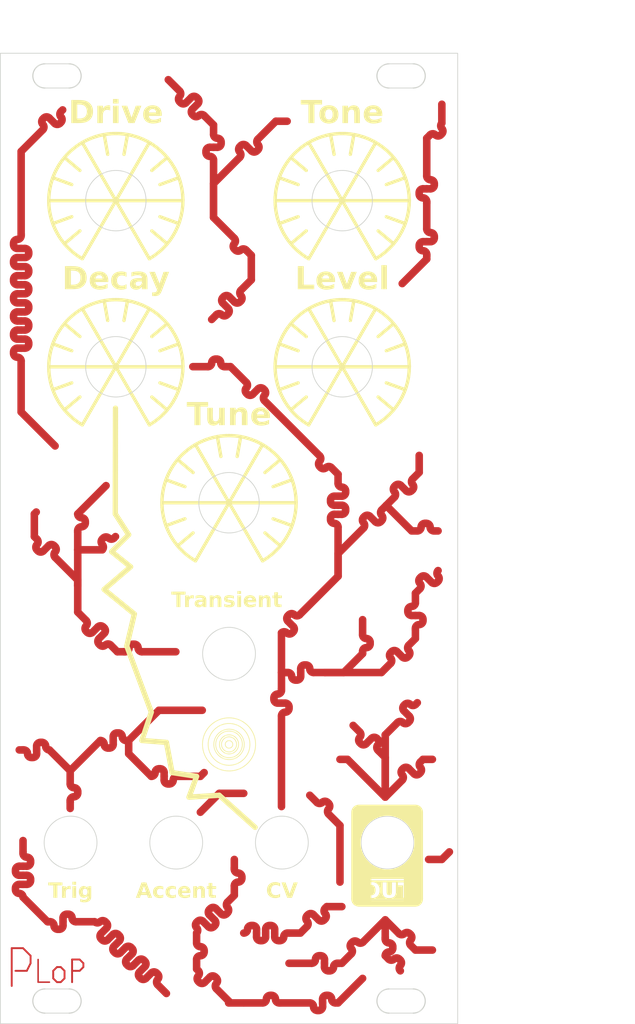
<source format=kicad_pcb>
(kicad_pcb (version 20221018) (generator pcbnew)
  (layers (0 "F.Cu" signal) (31 "B.Cu" signal) (34 "B.Paste" user) (35 "F.Paste" user) (36 "B.SilkS" user "B.Silkscreen") (37 "F.SilkS" user "F.Silkscreen") (38 "B.Mask" user) (39 "F.Mask" user) (44 "Edge.Cuts" user))
  (net 0 "")
  (gr_line (start 105 154.5) (end 106.5 154.5) (stroke (width 0.2)) (layer "F.Cu"))
  (gr_line (start 105 151.5) (end 105 154.5) (stroke (width 0.2)) (layer "F.Cu"))
  (gr_line (start 106.624716 71.080441) (end 106.714329 70.715595) (stroke (width 0.444381)) (layer "F.SilkS"))
  (gr_line (start 132.140958 82.320024) (end 132.496438 82.402883) (stroke (width 0.444381)) (layer "F.SilkS"))
  (gr_line (start 109.339296 66.42246) (end 109.609516 66.187983) (stroke (width 0.444381)) (layer "F.SilkS"))
  (gr_line (start 140.224115 58.31263) (end 139.92421 58.094794) (stroke (width 0.444381)) (layer "F.SilkS"))
  (gr_line (start 109.452985 70.888023) (end 106.947491 69.976096) (stroke (width 0.444381)) (layer "F.SilkS"))
  (gr_line (start 121.259814 44.42246) (end 121.771512 44.923621) (stroke (width 0.444381)) (layer "F.SilkS"))
  (gr_line (start 139.635291 57.865983) (end 139.357531 57.626617) (stroke (width 0.444381)) (layer "F.SilkS"))
  (gr_line (start 150.065724 77.015289) (end 152.108221 78.729149) (stroke (width 0.444381)) (layer "F.SilkS"))
  (gr_line (start 106.49295 49.812222) (end 106.550981 49.446124) (stroke (width 0.444381)) (layer "F.SilkS"))
  (gr_line (start 114.923946 64.135788) (end 115.299553 64.127918) (stroke (width 0.444381)) (layer "F.SilkS"))
  (gr_line (start 106.411328 72.908788) (end 106.423298 72.543976) (stroke (width 0.444381)) (layer "F.SilkS"))
  (gr_line (start 137.558179 55.382383) (end 137.388722 55.067018) (stroke (width 0.444381)) (layer "F.SilkS"))
  (gr_line (start 106.432227 51.634173) (end 106.414363 51.272328) (stroke (width 0.444381)) (layer "F.SilkS"))
  (gr_line (start 138.592292 78.849032) (end 138.36092 78.57167) (stroke (width 0.444381)) (layer "F.SilkS"))
  (gr_line (start 141.089833 65.187745) (end 141.409204 65.024073) (stroke (width 0.444381)) (layer "F.SilkS"))
  (gr_line (start 152.24314 45.466254) (end 152.670465 46.047367) (stroke (width 0.444381)) (layer "F.SilkS"))
  (gr_line (start 118.75 122.5) (end 122 122.75) (stroke (width 0.7)) (layer "F.SilkS"))
  (gr_line (start 111.409204 43.024073) (end 111.735499 42.873176) (stroke (width 0.444381)) (layer "F.SilkS"))
  (gr_line (start 121.423298 90.543976) (end 121.450447 90.178313) (stroke (width 0.444381)) (layer "F.SilkS"))
  (gr_line (start 123.356636 85.465869) (end 123.586843 85.189748) (stroke (width 0.444381)) (layer "F.SilkS"))
  (gr_line (start 137.217159 69.316904) (end 137.376479 68.986656) (stroke (width 0.444381)) (layer "F.SilkS"))
  (gr_line (start 109.09044 79.376735) (end 108.835524 79.117528) (stroke (width 0.444381)) (layer "F.SilkS"))
  (gr_line (start 136.411328 72.908788) (end 136.423298 72.543976) (stroke (width 0.444381)) (layer "F.SilkS"))
  (gr_line (start 144.182997 64.197911) (end 144.55164 64.159211) (stroke (width 0.444381)) (layer "F.SilkS"))
  (gr_line (start 153.758725 53.746429) (end 153.511736 54.417706) (stroke (width 0.444381)) (layer "F.SilkS"))
  (gr_line (start 106.648486 53.056176) (end 106.573051 52.705326) (stroke (width 0.444381)) (layer "F.SilkS"))
  (gr_line (start 139.453651 48.888408) (end 136.948157 47.976481) (stroke (width 0.444381)) (layer "F.SilkS"))
  (gr_line (start 113.818379 42.251608) (end 114.182997 42.197911) (stroke (width 0.444381)) (layer "F.SilkS"))
  (gr_line (start 118.86361 42.873175) (end 119.509276 43.187745) (stroke (width 0.444381)) (layer "F.SilkS"))
  (gr_line (start 153.211718 55.067019) (end 152.860072 55.690992) (stroke (width 0.444381)) (layer "F.SilkS"))
  (gr_line (start 135.964484 97.865598) (end 135.375659 98.312245) (stroke (width 0.444381)) (layer "F.SilkS"))
  (gr_line (start 122.070922 87.6552) (end 122.217159 87.316904) (stroke (width 0.444381)) (layer "F.SilkS"))
  (gr_line (start 137.388722 55.067018) (end 137.232173 54.745318) (stroke (width 0.444381)) (layer "F.SilkS"))
  (gr_line (start 121.508669 79.376735) (end 120.964484 79.865598) (stroke (width 0.444381)) (layer "F.SilkS"))
  (gr_line (start 154.048129 71.446125) (end 154.148663 72.178314) (stroke (width 0.444381)) (layer "F.SilkS"))
  (gr_line (start 108.592292 78.849032) (end 108.36092 78.57167) (stroke (width 0.444381)) (layer "F.SilkS"))
  (gr_line (start 139.453651 53.144362) (end 136.948157 54.05629) (stroke (width 0.444381)) (layer "F.SilkS"))
  (gr_line (start 137.669799 86.046982) (end 138.050591 86.664735) (stroke (width 0.444381)) (layer "F.SilkS"))
  (gr_line (start 121.84105 93.746043) (end 121.737877 93.403222) (stroke (width 0.444381)) (layer "F.SilkS"))
  (gr_line (start 123.758059 53.746044) (end 123.51107 54.417321) (stroke (width 0.444381)) (layer "F.SilkS"))
  (gr_line (start 106.573051 74.705326) (end 106.511746 74.351094) (stroke (width 0.444381)) (layer "F.SilkS"))
  (gr_line (start 139.609516 66.187983) (end 139.888833 65.964611) (stroke (width 0.444381)) (layer "F.SilkS"))
  (gr_line (start 146.047468 64.159211) (end 146.416111 64.19791) (stroke (width 0.444381)) (layer "F.SilkS"))
  (gr_line (start 122.859406 55.690607) (end 122.457528 56.285864) (stroke (width 0.444381)) (layer "F.SilkS"))
  (gr_line (start 117.496438 64.402883) (end 118.191698 64.610813) (stroke (width 0.444381)) (layer "F.SilkS"))
  (gr_line (start 109.356865 79.626232) (end 109.09044 79.376735) (stroke (width 0.444381)) (layer "F.SilkS"))
  (gr_line (start 137.732917 68.351417) (end 137.92931 68.046982) (stroke (width 0.444381)) (layer "F.SilkS"))
  (gr_line (start 121.432227 91.634173) (end 121.414363 91.272328) (stroke (width 0.444381)) (layer "F.SilkS"))
  (gr_line (start 136.648486 75.056176) (end 136.573051 74.705326) (stroke (width 0.444381)) (layer "F.SilkS"))
  (gr_line (start 109.634625 79.865598) (end 109.356865 79.626232) (stroke (width 0.444381)) (layer "F.SilkS"))
  (gr_line (start 121.411328 90.908788) (end 121.423298 90.543976) (stroke (width 0.444381)) (layer "F.SilkS"))
  (gr_circle (center 130.3 123.016) (end 130.8 123.016) (stroke (width 0.1)) (fill none) (layer "F.SilkS"))
  (gr_line (start 106.938129 70.001265) (end 107.070922 69.6552) (stroke (width 0.444381)) (layer "F.SilkS"))
  (gr_line (start 144.219819 44.889118) (end 143.756823 42.263333) (stroke (width 0.444381)) (layer "F.SilkS"))
  (gr_line (start 137.739703 77.690606) (end 137.557513 77.381998) (stroke (width 0.444381)) (layer "F.SilkS"))
  (gr_line (start 154.166882 73.634175) (end 154.087363 74.351096) (stroke (width 0.444381)) (layer "F.SilkS"))
  (gr_line (start 148.864276 42.87356) (end 149.509942 43.18813) (stroke (width 0.444381)) (layer "F.SilkS"))
  (gr_line (start 136.714995 48.71598) (end 136.81981 48.355208) (stroke (width 0.444381)) (layer "F.SilkS"))
  (gr_line (start 124.888833 83.964611) (end 125.176886 83.752624) (stroke (width 0.444381)) (layer "F.SilkS"))
  (gr_line (start 116.379958 66.888733) (end 116.842955 64.262948) (stroke (width 0.444381)) (layer "F.SilkS"))
  (gr_line (start 115.675161 42.135788) (end 116.047468 42.159211) (stroke (width 0.444381)) (layer "F.SilkS"))
  (gr_line (start 145.299778 73.016384) (end 149.743596 80.713303) (stroke (width 0.444381)) (layer "F.SilkS"))
  (gr_line (start 130.299111 91.016) (end 121.411474 91.016) (stroke (width 0.444381)) (layer "F.SilkS"))
  (gr_line (start 124.048129 71.446125) (end 124.148663 72.178314) (stroke (width 0.444381)) (layer "F.SilkS"))
  (gr_line (start 152.242474 67.465869) (end 152.669799 68.046982) (stroke (width 0.444381)) (layer "F.SilkS"))
  (gr_line (start 122.732917 86.351417) (end 122.92931 86.046982) (stroke (width 0.444381)) (layer "F.SilkS"))
  (gr_line (start 110.473312 43.552298) (end 110.777748 43.363913) (stroke (width 0.444381)) (layer "F.SilkS"))
  (gr_line (start 137.232173 54.745318) (end 137.088705 54.417706) (stroke (width 0.444381)) (layer "F.SilkS"))
  (gr_line (start 136.573051 74.705326) (end 136.511746 74.351094) (stroke (width 0.444381)) (layer "F.SilkS"))
  (gr_line (start 110.777748 65.363913) (end 111.089833 65.187745) (stroke (width 0.444381)) (layer "F.SilkS"))
  (gr_line (start 144.923946 64.135788) (end 145.299553 64.127918) (stroke (width 0.444381)) (layer "F.SilkS"))
  (gr_line (start 119.509276 43.187745) (end 120.125797 43.552298) (stroke (width 0.444381)) (layer "F.SilkS"))
  (gr_line (start 139.889499 43.964996) (end 140.177552 43.753009) (stroke (width 0.444381)) (layer "F.SilkS"))
  (gr_line (start 121.146124 70.888023) (end 123.651619 69.976097) (stroke (width 0.444381)) (layer "F.SilkS"))
  (gr_line (start 138.138004 45.752091) (end 138.357302 45.466254) (stroke (width 0.444381)) (layer "F.SilkS"))
  (gr_line (start 150.96515 57.865983) (end 150.376325 58.31263) (stroke (width 0.444381)) (layer "F.SilkS"))
  (gr_line (start 121.819144 88.354823) (end 121.938129 88.001265) (stroke (width 0.444381)) (layer "F.SilkS"))
  (gr_line (start 126.089833 83.187745) (end 126.409204 83.024073) (stroke (width 0.444381)) (layer "F.SilkS"))
  (gr_line (start 136.738543 53.403607) (end 136.649152 53.056561) (stroke (width 0.444381)) (layer "F.SilkS"))
  (gr_line (start 137.93445 77.992035) (end 137.739703 77.690606) (stroke (width 0.444381)) (layer "F.SilkS"))
  (gr_line (start 108.356636 45.465869) (end 108.586843 45.189748) (stroke (width 0.444381)) (layer "F.SilkS"))
  (gr_line (start 107.088039 54.417321) (end 106.957829 54.084216) (stroke (width 0.444381)) (layer "F.SilkS"))
  (gr_line (start 130.299778 91.016384) (end 134.743596 98.713303) (stroke (width 0.444381)) (layer "F.SilkS"))
  (gr_line (start 106.511746 74.351094) (end 106.464746 73.993903) (stroke (width 0.444381)) (layer "F.SilkS"))
  (gr_line (start 136.771512 84.923621) (end 137.242474 85.465869) (stroke (width 0.444381)) (layer "F.SilkS"))
  (gr_line (start 115.299778 51.016384) (end 119.743596 58.713303) (stroke (width 0.444381)) (layer "F.SilkS"))
  (gr_line (start 138.884781 88.715596) (end 139.048129 89.446125) (stroke (width 0.444381)) (layer "F.SilkS"))
  (gr_line (start 107.739703 77.690606) (end 107.557513 77.381998) (stroke (width 0.444381)) (layer "F.SilkS"))
  (gr_line (start 111.735499 64.873176) (end 112.068355 64.73533) (stroke (width 0.444381)) (layer "F.SilkS"))
  (gr_circle (center 130.3 123.016) (end 130.25 120.25) (stroke (width 0.1)) (fill none) (layer "F.SilkS"))
  (gr_line (start 153.223297 46.987042) (end 153.382617 47.31729) (stroke (width 0.444381)) (layer "F.SilkS"))
  (gr_line (start 142.068355 64.73533) (end 142.40741 64.610814) (stroke (width 0.444381)) (layer "F.SilkS"))
  (gr_line (start 153.511736 54.417706) (end 153.211718 55.067019) (stroke (width 0.444381)) (layer "F.SilkS"))
  (gr_line (start 121.146124 53.143977) (end 123.651619 54.055903) (stroke (width 0.444381)) (layer "F.SilkS"))
  (gr_line (start 129.219153 84.888733) (end 128.756157 82.262948) (stroke (width 0.444381)) (layer "F.SilkS"))
  (gr_line (start 146.379958 66.888733) (end 146.842955 64.262948) (stroke (width 0.444381)) (layer "F.SilkS"))
  (gr_line (start 136.423964 50.544361) (end 136.451113 50.178698) (stroke (width 0.444381)) (layer "F.SilkS"))
  (gr_line (start 120.710276 65.964611) (end 121.259814 66.42246) (stroke (width 0.444381)) (layer "F.SilkS"))
  (gr_line (start 137.377145 46.987041) (end 137.549185 46.66512) (stroke (width 0.444381)) (layer "F.SilkS"))
  (gr_line (start 138.83619 57.117913) (end 138.592958 56.849417) (stroke (width 0.444381)) (layer "F.SilkS"))
  (gr_line (start 139.452985 75.143977) (end 136.947491 76.055905) (stroke (width 0.444381)) (layer "F.SilkS"))
  (gr_line (start 117.496438 42.402883) (end 118.191698 42.610813) (stroke (width 0.444381)) (layer "F.SilkS"))
  (gr_line (start 136.624716 71.080441) (end 136.714329 70.715595) (stroke (width 0.444381)) (layer "F.SilkS"))
  (gr_line (start 147.140958 64.320024) (end 147.496438 64.402883) (stroke (width 0.444381)) (layer "F.SilkS"))
  (gr_line (start 125.855515 98.713303) (end 125.534164 98.518684) (stroke (width 0.444381)) (layer "F.SilkS"))
  (gr_line (start 151.771512 66.923621) (end 152.242474 67.465869) (stroke (width 0.444381)) (layer "F.SilkS"))
  (gr_line (start 124.087363 74.351096) (end 123.950623 75.056177) (stroke (width 0.444381)) (layer "F.SilkS"))
  (gr_line (start 123.050591 46.664735) (end 123.222631 46.986657) (stroke (width 0.444381)) (layer "F.SilkS"))
  (gr_line (start 152.670465 46.047367) (end 153.051257 46.66512) (stroke (width 0.444381)) (layer "F.SilkS"))
  (gr_line (start 115.3 51.016) (end 124.187636 51.016) (stroke (width 0.444381)) (layer "F.SilkS"))
  (gr_line (start 121.49295 89.812222) (end 121.550981 89.446124) (stroke (width 0.444381)) (layer "F.SilkS"))
  (gr_line (start 121.573051 92.705326) (end 121.511746 92.351094) (stroke (width 0.444381)) (layer "F.SilkS"))
  (gr_line (start 108.592292 56.849032) (end 108.36092 56.57167) (stroke (width 0.444381)) (layer "F.SilkS"))
  (gr_line (start 138.586843 67.189748) (end 138.827597 66.923621) (stroke (width 0.444381)) (layer "F.SilkS"))
  (gr_line (start 121.624716 89.080441) (end 121.714329 88.715595) (stroke (width 0.444381)) (layer "F.SilkS"))
  (gr_line (start 130.299553 82.127918) (end 130.675161 82.135788) (stroke (width 0.444381)) (layer "F.SilkS"))
  (gr_line (start 121.508669 57.376735) (end 120.964484 57.865598) (stroke (width 0.444381)) (layer "F.SilkS"))
  (gr_line (start 143.458149 64.320024) (end 143.818379 64.251608) (stroke (width 0.444381)) (layer "F.SilkS"))
  (gr_line (start 120.125797 43.552298) (end 120.710276 43.964611) (stroke (width 0.444381)) (layer "F.SilkS"))
  (gr_line (start 109.452985 53.143977) (end 106.947491 54.055905) (stroke (width 0.444381)) (layer "F.SilkS"))
  (gr_line (start 153.66098 70.001266) (end 153.779966 70.354824) (stroke (width 0.444381)) (layer "F.SilkS"))
  (gr_line (start 139.610182 44.188368) (end 139.889499 43.964996) (stroke (width 0.444381)) (layer "F.SilkS"))
  (gr_line (start 113.10267 42.402883) (end 113.458149 42.320024) (stroke (width 0.444381)) (layer "F.SilkS"))
  (gr_line (start 117.140958 42.320024) (end 117.496438 42.402883) (stroke (width 0.444381)) (layer "F.SilkS"))
  (gr_line (start 153.779966 70.354824) (end 153.884781 70.715596) (stroke (width 0.444381)) (layer "F.SilkS"))
  (gr_line (start 109.634625 57.865598) (end 109.356865 57.626232) (stroke (width 0.444381)) (layer "F.SilkS"))
  (gr_line (start 123.779966 48.354824) (end 123.884781 48.715596) (stroke (width 0.444381)) (layer "F.SilkS"))
  (gr_line (start 120 118.75) (end 118.75 122.5) (stroke (width 0.7)) (layer "F.SilkS"))
  (gr_line (start 106.624716 49.080441) (end 106.714329 48.715595) (stroke (width 0.444381)) (layer "F.SilkS"))
  (gr_line (start 153.211052 77.066634) (end 152.859406 77.690607) (stroke (width 0.444381)) (layer "F.SilkS"))
  (gr_line (start 124.148663 50.178314) (end 124.187781 50.908789) (stroke (width 0.444381)) (layer "F.SilkS"))
  (gr_line (start 137.070922 69.6552) (end 137.217159 69.316904) (stroke (width 0.444381)) (layer "F.SilkS"))
  (gr_circle (center 130.3 123.016) (end 131.3 123.016) (stroke (width 0.1)) (fill none) (layer "F.SilkS"))
  (gr_line (start 117.75 105.75) (end 113.75 102.5) (stroke (width 0.7)) (layer "F.SilkS"))
  (gr_line (start 121.259814 66.42246) (end 121.771512 66.923621) (stroke (width 0.444381)) (layer "F.SilkS"))
  (gr_line (start 115.299553 64.127918) (end 115.675161 64.135788) (stroke (width 0.444381)) (layer "F.SilkS"))
  (gr_line (start 108.827597 44.923621) (end 109.078535 44.667765) (stroke (width 0.444381)) (layer "F.SilkS"))
  (gr_line (start 107.548519 46.664735) (end 107.732917 46.351417) (stroke (width 0.444381)) (layer "F.SilkS"))
  (gr_line (start 148.192364 42.611198) (end 148.864276 42.87356) (stroke (width 0.444381)) (layer "F.SilkS"))
  (gr_line (start 150.126463 43.552683) (end 150.710942 43.964996) (stroke (width 0.444381)) (layer "F.SilkS"))
  (gr_line (start 122.006816 78.849032) (end 121.508669 79.376735) (stroke (width 0.444381)) (layer "F.SilkS"))
  (gr_line (start 120.710276 43.964611) (end 121.259814 44.42246) (stroke (width 0.444381)) (layer "F.SilkS"))
  (gr_line (start 153.661646 48.001651) (end 153.780632 48.355209) (stroke (width 0.444381)) (layer "F.SilkS"))
  (gr_line (start 136.957829 76.084216) (end 136.84105 75.746043) (stroke (width 0.444381)) (layer "F.SilkS"))
  (gr_line (start 138.779966 88.354824) (end 138.884781 88.715596) (stroke (width 0.444381)) (layer "F.SilkS"))
  (gr_line (start 131.379958 84.888733) (end 131.842955 82.262948) (stroke (width 0.444381)) (layer "F.SilkS"))
  (gr_line (start 137.088705 54.417706) (end 136.958495 54.084601) (stroke (width 0.444381)) (layer "F.SilkS"))
  (gr_line (start 122.088039 94.417321) (end 121.957829 94.084216) (stroke (width 0.444381)) (layer "F.SilkS"))
  (gr_line (start 145.300666 51.016385) (end 154.188302 51.016385) (stroke (width 0.444381)) (layer "F.SilkS"))
  (gr_line (start 136.411994 50.909173) (end 136.423964 50.544361) (stroke (width 0.444381)) (layer "F.SilkS"))
  (gr_line (start 133.86361 82.873175) (end 134.509276 83.187745) (stroke (width 0.444381)) (layer "F.SilkS"))
  (gr_line (start 106.464746 73.993903) (end 106.432227 73.634173) (stroke (width 0.444381)) (layer "F.SilkS"))
  (gr_line (start 123.141581 96.285864) (end 122.93445 95.992035) (stroke (width 0.444381)) (layer "F.SilkS"))
  (gr_line (start 108.36092 56.57167) (end 108.141581 56.285864) (stroke (width 0.444381)) (layer "F.SilkS"))
  (gr_line (start 136.625382 49.080826) (end 136.714995 48.71598) (stroke (width 0.444381)) (layer "F.SilkS"))
  (gr_line (start 122.669799 68.046982) (end 123.050591 68.664735) (stroke (width 0.444381)) (layer "F.SilkS"))
  (gr_line (start 124.148663 72.178314) (end 124.187781 72.908789) (stroke (width 0.444381)) (layer "F.SilkS"))
  (gr_line (start 122.388056 95.066633) (end 122.231507 94.744933) (stroke (width 0.444381)) (layer "F.SilkS"))
  (gr_line (start 110.855515 80.713303) (end 110.534164 80.518684) (stroke (width 0.444381)) (layer "F.SilkS"))
  (gr_line (start 106.411328 50.908788) (end 106.423298 50.543976) (stroke (width 0.444381)) (layer "F.SilkS"))
  (gr_line (start 123.050591 68.664735) (end 123.222631 68.986657) (stroke (width 0.444381)) (layer "F.SilkS"))
  (gr_line (start 137.859406 95.690607) (end 137.457528 96.285864) (stroke (width 0.444381)) (layer "F.SilkS"))
  (gr_line (start 138.381951 87.316905) (end 138.528188 87.6552) (stroke (width 0.444381)) (layer "F.SilkS"))
  (gr_line (start 110.176886 43.752624) (end 110.473312 43.552298) (stroke (width 0.444381)) (layer "F.SilkS"))
  (gr_line (start 114.55164 42.159211) (end 114.923946 42.135788) (stroke (width 0.444381)) (layer "F.SilkS"))
  (gr_line (start 107.217159 47.316904) (end 107.376479 46.986656) (stroke (width 0.444381)) (layer "F.SilkS"))
  (gr_line (start 127.752303 82.499905) (end 128.10267 82.402883) (stroke (width 0.444381)) (layer "F.SilkS"))
  (gr_line (start 145.300444 51.016) (end 149.744262 43.31908) (stroke (width 0.444381)) (layer "F.SilkS"))
  (gr_line (start 108.36092 78.57167) (end 108.141581 78.285864) (stroke (width 0.444381)) (layer "F.SilkS"))
  (gr_line (start 121.938129 88.001265) (end 122.070922 87.6552) (stroke (width 0.444381)) (layer "F.SilkS"))
  (gr_line (start 136.958495 54.084601) (end 136.841716 53.746428) (stroke (width 0.444381)) (layer "F.SilkS"))
  (gr_line (start 153.758059 75.746044) (end 153.51107 76.417321) (stroke (width 0.444381)) (layer "F.SilkS"))
  (gr_line (start 107.388056 55.066633) (end 107.231507 54.744933) (stroke (width 0.444381)) (layer "F.SilkS"))
  (gr_line (start 138.222631 86.986657) (end 138.381951 87.316905) (stroke (width 0.444381)) (layer "F.SilkS"))
  (gr_line (start 149.509276 65.187745) (end 150.125797 65.552298) (stroke (width 0.444381)) (layer "F.SilkS"))
  (gr_line (start 113.458149 64.320024) (end 113.818379 64.251608) (stroke (width 0.444381)) (layer "F.SilkS"))
  (gr_line (start 125.223449 98.312245) (end 124.923544 98.094409) (stroke (width 0.444381)) (layer "F.SilkS"))
  (gr_line (start 123.381951 69.316905) (end 123.528188 69.6552) (stroke (width 0.444381)) (layer "F.SilkS"))
  (gr_line (start 112.068355 42.73533) (end 112.40741 42.610814) (stroke (width 0.444381)) (layer "F.SilkS"))
  (gr_line (start 118.191698 42.610813) (end 118.86361 42.873175) (stroke (width 0.444381)) (layer "F.SilkS"))
  (gr_line (start 107.557513 77.381998) (end 107.388056 77.066633) (stroke (width 0.444381)) (layer "F.SilkS"))
  (gr_line (start 145.299553 64.127918) (end 145.675161 64.135788) (stroke (width 0.444381)) (layer "F.SilkS"))
  (gr_line (start 154.167548 51.63456) (end 154.088029 52.351481) (stroke (width 0.444381)) (layer "F.SilkS"))
  (gr_line (start 136.551647 49.446509) (end 136.625382 49.080826) (stroke (width 0.444381)) (layer "F.SilkS"))
  (gr_line (start 124.923544 98.094409) (end 124.634625 97.865598) (stroke (width 0.444381)) (layer "F.SilkS"))
  (gr_line (start 108.137338 45.751706) (end 108.356636 45.465869) (stroke (width 0.444381)) (layer "F.SilkS"))
  (gr_line (start 140.855515 80.713303) (end 140.534164 80.518684) (stroke (width 0.444381)) (layer "F.SilkS"))
  (gr_line (start 141.735499 64.873176) (end 142.068355 64.73533) (stroke (width 0.444381)) (layer "F.SilkS"))
  (gr_line (start 123.51107 76.417321) (end 123.211052 77.066634) (stroke (width 0.444381)) (layer "F.SilkS"))
  (gr_line (start 107.548519 68.664735) (end 107.732917 68.351417) (stroke (width 0.444381)) (layer "F.SilkS"))
  (gr_line (start 106.84105 53.746043) (end 106.737877 53.403222) (stroke (width 0.444381)) (layer "F.SilkS"))
  (gr_line (start 144.924612 42.136173) (end 145.300219 42.128303) (stroke (width 0.444381)) (layer "F.SilkS"))
  (gr_line (start 121.771512 44.923621) (end 122.242474 45.465869) (stroke (width 0.444381)) (layer "F.SilkS"))
  (gr_line (start 138.137338 67.751706) (end 138.356636 67.465869) (stroke (width 0.444381)) (layer "F.SilkS"))
  (gr_line (start 113.75 102.5) (end 117.25 99.5) (stroke (width 0.7)) (layer "F.SilkS"))
  (gr_line (start 144.183663 42.198296) (end 144.552306 42.159596) (stroke (width 0.444381)) (layer "F.SilkS"))
  (gr_line (start 151.146124 70.888023) (end 153.651619 69.976097) (stroke (width 0.444381)) (layer "F.SilkS"))
  (gr_line (start 122.457528 56.285864) (end 122.006816 56.849032) (stroke (width 0.444381)) (layer "F.SilkS"))
  (gr_line (start 106.423298 50.543976) (end 106.450447 50.178313) (stroke (width 0.444381)) (layer "F.SilkS"))
  (gr_line (start 141.090499 43.18813) (end 141.40987 43.024458) (stroke (width 0.444381)) (layer "F.SilkS"))
  (gr_line (start 129.55164 82.159211) (end 129.923946 82.135788) (stroke (width 0.444381)) (layer "F.SilkS"))
  (gr_line (start 139.09044 79.376735) (end 138.835524 79.117528) (stroke (width 0.444381)) (layer "F.SilkS"))
  (gr_line (start 145.3 51.016769) (end 140.856181 58.713688) (stroke (width 0.444381)) (layer "F.SilkS"))
  (gr_line (start 125.473312 83.552298) (end 125.777748 83.363913) (stroke (width 0.444381)) (layer "F.SilkS"))
  (gr_line (start 148.191698 64.610813) (end 148.86361 64.873175) (stroke (width 0.444381)) (layer "F.SilkS"))
  (gr_line (start 145.299778 73.015615) (end 149.743596 65.318695) (stroke (width 0.444381)) (layer "F.SilkS"))
  (gr_line (start 136.465412 51.994288) (end 136.432893 51.634558) (stroke (width 0.444381)) (layer "F.SilkS"))
  (gr_line (start 152.860072 55.690992) (end 152.458194 56.286249) (stroke (width 0.444381)) (layer "F.SilkS"))
  (gr_line (start 106.714329 48.715595) (end 106.819144 48.354823) (stroke (width 0.444381)) (layer "F.SilkS"))
  (gr_line (start 137.92931 68.046982) (end 138.137338 67.751706) (stroke (width 0.444381)) (layer "F.SilkS"))
  (gr_line (start 142.752969 42.50029) (end 143.103336 42.403268) (stroke (width 0.444381)) (layer "F.SilkS"))
  (gr_line (start 148.86361 64.873175) (end 149.509276 65.187745) (stroke (width 0.444381)) (layer "F.SilkS"))
  (gr_line (start 120.964484 57.865598) (end 120.375659 58.312245) (stroke (width 0.444381)) (layer "F.SilkS"))
  (gr_line (start 130.299334 91.015615) (end 125.855515 83.318695) (stroke (width 0.444381)) (layer "F.SilkS"))
  (gr_line (start 117 95.25) (end 115.225693 92.5) (stroke (width 0.7)) (layer "F.SilkS"))
  (gr_line (start 136.423298 72.543976) (end 136.450447 72.178313) (stroke (width 0.444381)) (layer "F.SilkS"))
  (gr_line (start 115.299111 73.016) (end 106.411474 73.016) (stroke (width 0.444381)) (layer "F.SilkS"))
  (gr_line (start 140.53483 58.519069) (end 140.224115 58.31263) (stroke (width 0.444381)) (layer "F.SilkS"))
  (gr_line (start 129.923946 82.135788) (end 130.299553 82.127918) (stroke (width 0.444381)) (layer "F.SilkS"))
  (gr_line (start 124.452985 88.888023) (end 121.947491 87.976096) (stroke (width 0.444381)) (layer "F.SilkS"))
  (gr_line (start 143.819045 42.251993) (end 144.183663 42.198296) (stroke (width 0.444381)) (layer "F.SilkS"))
  (gr_line (start 126.409204 83.024073) (end 126.735499 82.873176) (stroke (width 0.444381)) (layer "F.SilkS"))
  (gr_line (start 140.177552 43.753009) (end 140.473978 43.552683) (stroke (width 0.444381)) (layer "F.SilkS"))
  (gr_line (start 150.06639 47.017095) (end 152.108887 45.303237) (stroke (width 0.444381)) (layer "F.SilkS"))
  (gr_line (start 136.511746 74.351094) (end 136.464746 73.993903) (stroke (width 0.444381)) (layer "F.SilkS"))
  (gr_line (start 138.142247 56.286249) (end 137.935116 55.99242) (stroke (width 0.444381)) (layer "F.SilkS"))
  (gr_line (start 125 130) (end 129 129.75) (stroke (width 0.7)) (layer "F.SilkS"))
  (gr_line (start 118.191698 64.610813) (end 118.86361 64.873175) (stroke (width 0.444381)) (layer "F.SilkS"))
  (gr_line (start 150.065724 69.01671) (end 152.108221 67.302852) (stroke (width 0.444381)) (layer "F.SilkS"))
  (gr_line (start 122.457528 78.285864) (end 122.006816 78.849032) (stroke (width 0.444381)) (layer "F.SilkS"))
  (gr_line (start 109.356865 57.626232) (end 109.09044 57.376735) (stroke (width 0.444381)) (layer "F.SilkS"))
  (gr_line (start 140.534055 47.017095) (end 138.491556 45.303236) (stroke (width 0.444381)) (layer "F.SilkS"))
  (gr_line (start 109.452985 75.143977) (end 106.947491 76.055905) (stroke (width 0.444381)) (layer "F.SilkS"))
  (gr_line (start 116.379958 44.888733) (end 116.842955 42.262948) (stroke (width 0.444381)) (layer "F.SilkS"))
  (gr_line (start 147.141624 42.320409) (end 147.497104 42.403268) (stroke (width 0.444381)) (layer "F.SilkS"))
  (gr_line (start 112.068355 64.73533) (end 112.40741 64.610814) (stroke (width 0.444381)) (layer "F.SilkS"))
  (gr_line (start 150.964484 79.865598) (end 150.375659 80.312245) (stroke (width 0.444381)) (layer "F.SilkS"))
  (gr_line (start 153.382617 47.31729) (end 153.528854 47.655585) (stroke (width 0.444381)) (layer "F.SilkS"))
  (gr_line (start 151.259814 66.42246) (end 151.771512 66.923621) (stroke (width 0.444381)) (layer "F.SilkS"))
  (gr_line (start 153.222631 68.986657) (end 153.381951 69.316905) (stroke (width 0.444381)) (layer "F.SilkS"))
  (gr_line (start 114.219153 44.888733) (end 113.756157 42.262948) (stroke (width 0.444381)) (layer "F.SilkS"))
  (gr_line (start 138.050591 86.664735) (end 138.222631 86.986657) (stroke (width 0.444381)) (layer "F.SilkS"))
  (gr_line (start 136.649152 53.056561) (end 136.573717 52.705711) (stroke (width 0.444381)) (layer "F.SilkS"))
  (gr_line (start 139.078535 66.667765) (end 139.339296 66.42246) (stroke (width 0.444381)) (layer "F.SilkS"))
  (gr_line (start 107.376479 68.986656) (end 107.548519 68.664735) (stroke (width 0.444381)) (layer "F.SilkS"))
  (gr_line (start 142.069021 42.735715) (end 142.408076 42.611199) (stroke (width 0.444381)) (layer "F.SilkS"))
  (gr_line (start 107.231507 54.744933) (end 107.088039 54.417321) (stroke (width 0.444381)) (layer "F.SilkS"))
  (gr_line (start 139.923544 80.094409) (end 139.634625 79.865598) (stroke (width 0.444381)) (layer "F.SilkS"))
  (gr_line (start 116.416111 64.19791) (end 116.780729 64.251607) (stroke (width 0.444381)) (layer "F.SilkS"))
  (gr_line (start 137.935116 55.99242) (end 137.740369 55.690991) (stroke (width 0.444381)) (layer "F.SilkS"))
  (gr_line (start 123.528188 47.6552) (end 123.66098 48.001266) (stroke (width 0.444381)) (layer "F.SilkS"))
  (gr_line (start 145.299334 73.015615) (end 140.855515 65.318695) (stroke (width 0.444381)) (layer "F.SilkS"))
  (gr_line (start 126.735499 82.873176) (end 127.068355 82.73533) (stroke (width 0.444381)) (layer "F.SilkS"))
  (gr_line (start 136.146124 93.143977) (end 138.651619 94.055903) (stroke (width 0.444381)) (layer "F.SilkS"))
  (gr_line (start 114.923946 42.135788) (end 115.299553 42.127918) (stroke (width 0.444381)) (layer "F.SilkS"))
  (gr_line (start 138.211052 95.066634) (end 137.859406 95.690607) (stroke (width 0.444381)) (layer "F.SilkS"))
  (gr_line (start 128.818379 82.251608) (end 129.182997 82.197911) (stroke (width 0.444381)) (layer "F.SilkS"))
  (gr_line (start 123.36092 96.57167) (end 123.141581 96.285864) (stroke (width 0.444381)) (layer "F.SilkS"))
  (gr_line (start 154.188447 50.909174) (end 154.167548 51.63456) (stroke (width 0.444381)) (layer "F.SilkS"))
  (gr_line (start 151.508669 79.376735) (end 150.964484 79.865598) (stroke (width 0.444381)) (layer "F.SilkS"))
  (gr_line (start 136.714329 70.715595) (end 136.819144 70.354823) (stroke (width 0.444381)) (layer "F.SilkS"))
  (gr_line (start 138.51107 94.417321) (end 138.211052 95.066634) (stroke (width 0.444381)) (layer "F.SilkS"))
  (gr_line (start 150.710942 43.964996) (end 151.26048 44.422845) (stroke (width 0.444381)) (layer "F.SilkS"))
  (gr_line (start 144.219153 66.888733) (end 143.756157 64.262948) (stroke (width 0.444381)) (layer "F.SilkS"))
  (gr_line (start 110.473312 65.552298) (end 110.777748 65.363913) (stroke (width 0.444381)) (layer "F.SilkS"))
  (gr_line (start 122.557513 95.381998) (end 122.388056 95.066633) (stroke (width 0.444381)) (layer "F.SilkS"))
  (gr_line (start 153.050591 68.664735) (end 153.222631 68.986657) (stroke (width 0.444381)) (layer "F.SilkS"))
  (gr_line (start 136.84105 75.746043) (end 136.737877 75.403222) (stroke (width 0.444381)) (layer "F.SilkS"))
  (gr_line (start 113.818379 64.251608) (end 114.182997 64.197911) (stroke (width 0.444381)) (layer "F.SilkS"))
  (gr_line (start 151.26048 44.422845) (end 151.772178 44.924006) (stroke (width 0.444381)) (layer "F.SilkS"))
  (gr_line (start 110.533389 47.01671) (end 108.49089 45.302851) (stroke (width 0.444381)) (layer "F.SilkS"))
  (gr_line (start 143.103336 42.403268) (end 143.458815 42.320409) (stroke (width 0.444381)) (layer "F.SilkS"))
  (gr_line (start 106.550981 71.446124) (end 106.624716 71.080441) (stroke (width 0.444381)) (layer "F.SilkS"))
  (gr_line (start 135.065724 87.01671) (end 137.108221 85.302852) (stroke (width 0.444381)) (layer "F.SilkS"))
  (gr_line (start 124.087363 52.351096) (end 123.950623 53.056177) (stroke (width 0.444381)) (layer "F.SilkS"))
  (gr_line (start 138.356636 67.465869) (end 138.586843 67.189748) (stroke (width 0.444381)) (layer "F.SilkS"))
  (gr_line (start 130.299334 91.016384) (end 125.855515 98.713303) (stroke (width 0.444381)) (layer "F.SilkS"))
  (gr_line (start 106.737877 75.403222) (end 106.648486 75.056176) (stroke (width 0.444381)) (layer "F.SilkS"))
  (gr_line (start 111.089833 43.187745) (end 111.409204 43.024073) (stroke (width 0.444381)) (layer "F.SilkS"))
  (gr_line (start 138.835524 79.117528) (end 138.592292 78.849032) (stroke (width 0.444381)) (layer "F.SilkS"))
  (gr_line (start 133.191698 82.610813) (end 133.86361 82.873175) (stroke (width 0.444381)) (layer "F.SilkS"))
  (gr_line (start 135.710276 83.964611) (end 136.259814 84.42246) (stroke (width 0.444381)) (layer "F.SilkS"))
  (gr_line (start 136.512412 52.351479) (end 136.465412 51.994288) (stroke (width 0.444381)) (layer "F.SilkS"))
  (gr_line (start 136.146124 88.888023) (end 138.651619 87.976097) (stroke (width 0.444381)) (layer "F.SilkS"))
  (gr_line (start 124.078535 84.667765) (end 124.339296 84.42246) (stroke (width 0.444381)) (layer "F.SilkS"))
  (gr_line (start 123.758059 75.746044) (end 123.51107 76.417321) (stroke (width 0.444381)) (layer "F.SilkS"))
  (gr_line (start 133.75 134) (end 129 129.75) (stroke (width 0.7)) (layer "F.SilkS"))
  (gr_line (start 130.675161 82.135788) (end 131.047468 82.159211) (stroke (width 0.444381)) (layer "F.SilkS"))
  (gr_line (start 138.361586 56.572055) (end 138.142247 56.286249) (stroke (width 0.444381)) (layer "F.SilkS"))
  (gr_line (start 152.458194 56.286249) (end 152.007482 56.849417) (stroke (width 0.444381)) (layer "F.SilkS"))
  (gr_line (start 123.950623 53.056177) (end 123.758059 53.746044) (stroke (width 0.444381)) (layer "F.SilkS"))
  (gr_line (start 137.376479 68.986656) (end 137.548519 68.664735) (stroke (width 0.444381)) (layer "F.SilkS"))
  (gr_line (start 117.140958 64.320024) (end 117.496438 64.402883) (stroke (width 0.444381)) (layer "F.SilkS"))
  (gr_line (start 153.951289 53.056562) (end 153.758725 53.746429) (stroke (width 0.444381)) (layer "F.SilkS"))
  (gr_line (start 145.299111 73.016) (end 136.411474 73.016) (stroke (width 0.444381)) (layer "F.SilkS"))
  (gr_line (start 120.375659 58.312245) (end 119.743594 58.713303) (stroke (width 0.444381)) (layer "F.SilkS"))
  (gr_line (start 108.835524 79.117528) (end 108.592292 78.849032) (stroke (width 0.444381)) (layer "F.SilkS"))
  (gr_line (start 124.187781 50.908789) (end 124.166882 51.634175) (stroke (width 0.444381)) (layer "F.SilkS"))
  (gr_line (start 124.048129 49.446125) (end 124.148663 50.178314) (stroke (width 0.444381)) (layer "F.SilkS"))
  (gr_line (start 138.528188 87.6552) (end 138.66098 88.001266) (stroke (width 0.444381)) (layer "F.SilkS"))
  (gr_line (start 140.533389 77.015289) (end 138.49089 78.729149) (stroke (width 0.444381)) (layer "F.SilkS"))
  (gr_line (start 140.223449 80.312245) (end 139.923544 80.094409) (stroke (width 0.444381)) (layer "F.SilkS"))
  (gr_line (start 143.10267 64.402883) (end 143.458149 64.320024) (stroke (width 0.444381)) (layer "F.SilkS"))
  (gr_line (start 118.86361 64.873175) (end 119.509276 65.187745) (stroke (width 0.444381)) (layer "F.SilkS"))
  (gr_line (start 122.217159 87.316904) (end 122.376479 86.986656) (stroke (width 0.444381)) (layer "F.SilkS"))
  (gr_line (start 136.464746 73.993903) (end 136.432227 73.634173) (stroke (width 0.444381)) (layer "F.SilkS"))
  (gr_line (start 128.10267 82.402883) (end 128.458149 82.320024) (stroke (width 0.444381)) (layer "F.SilkS"))
  (gr_line (start 150.125797 65.552298) (end 150.710276 65.964611) (stroke (width 0.444381)) (layer "F.SilkS"))
  (gr_line (start 123.586843 85.189748) (end 123.827597 84.923621) (stroke (width 0.444381)) (layer "F.SilkS"))
  (gr_line (start 137.457528 96.285864) (end 137.006816 96.849032) (stroke (width 0.444381)) (layer "F.SilkS"))
  (gr_line (start 139.357531 57.626617) (end 139.091106 57.37712) (stroke (width 0.444381)) (layer "F.SilkS"))
  (gr_line (start 110.534164 80.518684) (end 110.223449 80.312245) (stroke (width 0.444381)) (layer "F.SilkS"))
  (gr_line (start 109.888833 65.964611) (end 110.176886 65.752624) (stroke (width 0.444381)) (layer "F.SilkS"))
  (gr_line (start 140.473312 65.552298) (end 140.777748 65.363913) (stroke (width 0.444381)) (layer "F.SilkS"))
  (gr_line (start 132.496438 82.402883) (end 133.191698 82.610813) (stroke (width 0.444381)) (layer "F.SilkS"))
  (gr_line (start 138.950623 93.056177) (end 138.758059 93.746044) (stroke (width 0.444381)) (layer "F.SilkS"))
  (gr_line (start 109.923544 58.094409) (end 109.634625 57.865598) (stroke (width 0.444381)) (layer "F.SilkS"))
  (gr_line (start 108.586843 45.189748) (end 108.827597 44.923621) (stroke (width 0.444381)) (layer "F.SilkS"))
  (gr_line (start 151.146124 75.143977) (end 153.651619 76.055903) (stroke (width 0.444381)) (layer "F.SilkS"))
  (gr_line (start 109.078535 44.667765) (end 109.339296 44.42246) (stroke (width 0.444381)) (layer "F.SilkS"))
  (gr_line (start 136.938795 48.00165) (end 137.071588 47.655585) (stroke (width 0.444381)) (layer "F.SilkS"))
  (gr_line (start 109.609516 66.187983) (end 109.888833 65.964611) (stroke (width 0.444381)) (layer "F.SilkS"))
  (gr_line (start 113.458149 42.320024) (end 113.818379 42.251608) (stroke (width 0.444381)) (layer "F.SilkS"))
  (gr_line (start 109.888833 43.964611) (end 110.176886 43.752624) (stroke (width 0.444381)) (layer "F.SilkS"))
  (gr_line (start 110.223449 58.312245) (end 109.923544 58.094409) (stroke (width 0.444381)) (layer "F.SilkS"))
  (gr_line (start 150.376325 58.31263) (end 149.74426 58.713688) (stroke (width 0.444381)) (layer "F.SilkS"))
  (gr_line (start 138.827597 66.923621) (end 139.078535 66.667765) (stroke (width 0.444381)) (layer "F.SilkS"))
  (gr_line (start 142.408076 42.611199) (end 142.752969 42.50029) (stroke (width 0.444381)) (layer "F.SilkS"))
  (gr_line (start 108.586843 67.189748) (end 108.827597 66.923621) (stroke (width 0.444381)) (layer "F.SilkS"))
  (gr_line (start 138.592958 56.849417) (end 138.361586 56.572055) (stroke (width 0.444381)) (layer "F.SilkS"))
  (gr_line (start 140.533389 69.01671) (end 138.49089 67.302851) (stroke (width 0.444381)) (layer "F.SilkS"))
  (gr_line (start 143.458815 42.320409) (end 143.819045 42.251993) (stroke (width 0.444381)) (layer "F.SilkS"))
  (gr_line (start 111.409204 65.024073) (end 111.735499 64.873176) (stroke (width 0.444381)) (layer "F.SilkS"))
  (gr_line (start 139.087363 92.351096) (end 138.950623 93.056177) (stroke (width 0.444381)) (layer "F.SilkS"))
  (gr_line (start 106.737877 53.403222) (end 106.648486 53.056176) (stroke (width 0.444381)) (layer "F.SilkS"))
  (gr_line (start 143.818379 64.251608) (end 144.182997 64.197911) (stroke (width 0.444381)) (layer "F.SilkS"))
  (gr_line (start 153.885447 48.715981) (end 154.048795 49.44651) (stroke (width 0.444381)) (layer "F.SilkS"))
  (gr_line (start 139.92421 58.094794) (end 139.635291 57.865983) (stroke (width 0.444381)) (layer "F.SilkS"))
  (gr_line (start 107.557513 55.381998) (end 107.388056 55.066633) (stroke (width 0.444381)) (layer "F.SilkS"))
  (gr_line (start 139.888833 65.964611) (end 140.176886 65.752624) (stroke (width 0.444381)) (layer "F.SilkS"))
  (gr_line (start 115.299334 51.016384) (end 110.855515 58.713303) (stroke (width 0.444381)) (layer "F.SilkS"))
  (gr_line (start 115.299778 51.015615) (end 119.743596 43.318695) (stroke (width 0.444381)) (layer "F.SilkS"))
  (gr_line (start 106.450447 72.178313) (end 106.49295 71.812222) (stroke (width 0.444381)) (layer "F.SilkS"))
  (gr_line (start 108.141581 78.285864) (end 107.93445 77.992035) (stroke (width 0.444381)) (layer "F.SilkS"))
  (gr_line (start 125.534164 98.518684) (end 125.223449 98.312245) (stroke (width 0.444381)) (layer "F.SilkS"))
  (gr_line (start 145.300444 51.016769) (end 149.744262 58.713688) (stroke (width 0.444381)) (layer "F.SilkS"))
  (gr_line (start 152.669799 68.046982) (end 153.050591 68.664735) (stroke (width 0.444381)) (layer "F.SilkS"))
  (gr_line (start 138.357302 45.466254) (end 138.587509 45.190133) (stroke (width 0.444381)) (layer "F.SilkS"))
  (gr_line (start 152.859406 77.690607) (end 152.457528 78.285864) (stroke (width 0.444381)) (layer "F.SilkS"))
  (gr_line (start 113.10267 64.402883) (end 113.458149 64.320024) (stroke (width 0.444381)) (layer "F.SilkS"))
  (gr_line (start 106.957829 54.084216) (end 106.84105 53.746043) (stroke (width 0.444381)) (layer "F.SilkS"))
  (gr_line (start 122.231507 94.744933) (end 122.088039 94.417321) (stroke (width 0.444381)) (layer "F.SilkS"))
  (gr_line (start 108.141581 56.285864) (end 107.93445 55.992035) (stroke (width 0.444381)) (layer "F.SilkS"))
  (gr_line (start 137.071588 47.655585) (end 137.217825 47.317289) (stroke (width 0.444381)) (layer "F.SilkS"))
  (gr_line (start 110.533389 55.015289) (end 108.49089 56.729149) (stroke (width 0.444381)) (layer "F.SilkS"))
  (gr_line (start 121.464746 91.993903) (end 121.432227 91.634173) (stroke (width 0.444381)) (layer "F.SilkS"))
  (gr_line (start 145.299334 73.016384) (end 140.855515 80.713303) (stroke (width 0.444381)) (layer "F.SilkS"))
  (gr_line (start 123.66098 70.001266) (end 123.779966 70.354824) (stroke (width 0.444381)) (layer "F.SilkS"))
  (gr_line (start 135.375659 98.312245) (end 134.743594 98.713303) (stroke (width 0.444381)) (layer "F.SilkS"))
  (gr_line (start 151.14679 53.144362) (end 153.652285 54.056288) (stroke (width 0.444381)) (layer "F.SilkS"))
  (gr_line (start 123.528188 69.6552) (end 123.66098 70.001266) (stroke (width 0.444381)) (layer "F.SilkS"))
  (gr_line (start 151.509335 57.37712) (end 150.96515 57.865983) (stroke (width 0.444381)) (layer "F.SilkS"))
  (gr_line (start 124.166882 73.634175) (end 124.087363 74.351096) (stroke (width 0.444381)) (layer "F.SilkS"))
  (gr_line (start 136.414363 73.272328) (end 136.411328 72.908788) (stroke (width 0.444381)) (layer "F.SilkS"))
  (gr_line (start 123.884781 48.715596) (end 124.048129 49.446125) (stroke (width 0.444381)) (layer "F.SilkS"))
  (gr_line (start 145.299777 51.016385) (end 136.41214 51.016385) (stroke (width 0.444381)) (layer "F.SilkS"))
  (gr_line (start 123.835524 97.117528) (end 123.592292 96.849032) (stroke (width 0.444381)) (layer "F.SilkS"))
  (gr_line (start 123.592292 96.849032) (end 123.36092 96.57167) (stroke (width 0.444381)) (layer "F.SilkS"))
  (gr_line (start 154.087363 74.351096) (end 153.950623 75.056177) (stroke (width 0.444381)) (layer "F.SilkS"))
  (gr_line (start 136.819144 70.354823) (end 136.938129 70.001265) (stroke (width 0.444381)) (layer "F.SilkS"))
  (gr_line (start 107.388056 77.066633) (end 107.231507 76.744933) (stroke (width 0.444381)) (layer "F.SilkS"))
  (gr_line (start 154.187781 72.908789) (end 154.166882 73.634175) (stroke (width 0.444381)) (layer "F.SilkS"))
  (gr_line (start 121.414363 91.272328) (end 121.411328 90.908788) (stroke (width 0.444381)) (layer "F.SilkS"))
  (gr_line (start 115.675161 64.135788) (end 116.047468 64.159211) (stroke (width 0.444381)) (layer "F.SilkS"))
  (gr_line (start 121.771512 66.923621) (end 122.242474 67.465869) (stroke (width 0.444381)) (layer "F.SilkS"))
  (gr_line (start 151.14679 48.888408) (end 153.652285 47.976482) (stroke (width 0.444381)) (layer "F.SilkS"))
  (gr_line (start 107.070922 47.6552) (end 107.217159 47.316904) (stroke (width 0.444381)) (layer "F.SilkS"))
  (gr_line (start 106.423298 72.543976) (end 106.450447 72.178313) (stroke (width 0.444381)) (layer "F.SilkS"))
  (gr_line (start 107.92931 68.046982) (end 108.137338 67.751706) (stroke (width 0.444381)) (layer "F.SilkS"))
  (gr_line (start 140.856181 58.713688) (end 140.53483 58.519069) (stroke (width 0.444381)) (layer "F.SilkS"))
  (gr_line (start 112.752303 64.499905) (end 113.10267 64.402883) (stroke (width 0.444381)) (layer "F.SilkS"))
  (gr_line (start 123.884781 70.715596) (end 124.048129 71.446125) (stroke (width 0.444381)) (layer "F.SilkS"))
  (gr_line (start 137.242474 85.465869) (end 137.669799 86.046982) (stroke (width 0.444381)) (layer "F.SilkS"))
  (gr_line (start 139.166882 91.634175) (end 139.087363 92.351096) (stroke (width 0.444381)) (layer "F.SilkS"))
  (gr_line (start 146.781395 42.251992) (end 147.141624 42.320409) (stroke (width 0.444381)) (layer "F.SilkS"))
  (gr_line (start 109.09044 57.376735) (end 108.835524 57.117528) (stroke (width 0.444381)) (layer "F.SilkS"))
  (gr_line (start 106.84105 75.746043) (end 106.737877 75.403222) (stroke (width 0.444381)) (layer "F.SilkS"))
  (gr_line (start 135.065724 95.015289) (end 137.108221 96.729149) (stroke (width 0.444381)) (layer "F.SilkS"))
  (gr_line (start 123.211052 77.066634) (end 122.859406 77.690607) (stroke (width 0.444381)) (layer "F.SilkS"))
  (gr_line (start 122.548519 86.664735) (end 122.732917 86.351417) (stroke (width 0.444381)) (layer "F.SilkS"))
  (gr_line (start 136.451113 50.178698) (end 136.493616 49.812607) (stroke (width 0.444381)) (layer "F.SilkS"))
  (gr_line (start 142.40741 64.610814) (end 142.752303 64.499905) (stroke (width 0.444381)) (layer "F.SilkS"))
  (gr_line (start 153.528854 47.655585) (end 153.661646 48.001651) (stroke (width 0.444381)) (layer "F.SilkS"))
  (gr_line (start 152.006816 78.849032) (end 151.508669 79.376735) (stroke (width 0.444381)) (layer "F.SilkS"))
  (gr_line (start 139.339962 44.422845) (end 139.610182 44.188368) (stroke (width 0.444381)) (layer "F.SilkS"))
  (gr_line (start 117.25 99.5) (end 114.75 97.5) (stroke (width 0.7)) (layer "F.SilkS"))
  (gr_line (start 137.388056 77.066633) (end 137.231507 76.744933) (stroke (width 0.444381)) (layer "F.SilkS"))
  (gr_line (start 122.376479 86.986656) (end 122.548519 86.664735) (stroke (width 0.444381)) (layer "F.SilkS"))
  (gr_line (start 136.737877 75.403222) (end 136.648486 75.056176) (stroke (width 0.444381)) (layer "F.SilkS"))
  (gr_line (start 109.923544 80.094409) (end 109.634625 79.865598) (stroke (width 0.444381)) (layer "F.SilkS"))
  (gr_line (start 123.950623 75.056177) (end 123.758059 75.746044) (stroke (width 0.444381)) (layer "F.SilkS"))
  (gr_line (start 137.231507 76.744933) (end 137.088039 76.417321) (stroke (width 0.444381)) (layer "F.SilkS"))
  (gr_line (start 139.339296 66.42246) (end 139.609516 66.187983) (stroke (width 0.444381)) (layer "F.SilkS"))
  (gr_line (start 137.006816 96.849032) (end 136.508669 97.376735) (stroke (width 0.444381)) (layer "F.SilkS"))
  (gr_line (start 145.3 73.016) (end 154.187636 73.016) (stroke (width 0.444381)) (layer "F.SilkS"))
  (gr_line (start 116.047468 42.159211) (end 116.416111 42.19791) (stroke (width 0.444381)) (layer "F.SilkS"))
  (gr_line (start 106.414363 51.272328) (end 106.411328 50.908788) (stroke (width 0.444381)) (layer "F.SilkS"))
  (gr_line (start 120 118.75) (end 116.75 110) (stroke (width 0.7)) (layer "F.SilkS"))
  (gr_line (start 124.452985 93.143977) (end 121.947491 94.055905) (stroke (width 0.444381)) (layer "F.SilkS"))
  (gr_line (start 115.3 73.016) (end 124.187636 73.016) (stroke (width 0.444381)) (layer "F.SilkS"))
  (gr_circle (center 130.3 123.016) (end 130.25 119.5) (stroke (width 0.1)) (fill none) (layer "F.SilkS"))
  (gr_line (start 121.648486 93.056176) (end 121.573051 92.705326) (stroke (width 0.444381)) (layer "F.SilkS"))
  (gr_line (start 115.299334 73.016384) (end 110.855515 80.713303) (stroke (width 0.444381)) (layer "F.SilkS"))
  (gr_line (start 115.225693 92.5) (end 115.25 78.5) (stroke (width 0.7)) (layer "F.SilkS"))
  (gr_line (start 141.736165 42.873561) (end 142.069021 42.735715) (stroke (width 0.444381)) (layer "F.SilkS"))
  (gr_line (start 153.051257 46.66512) (end 153.223297 46.987042) (stroke (width 0.444381)) (layer "F.SilkS"))
  (gr_line (start 150.375659 80.312245) (end 149.743594 80.713303) (stroke (width 0.444381)) (layer "F.SilkS"))
  (gr_line (start 122.93445 95.992035) (end 122.739703 95.690606) (stroke (width 0.444381)) (layer "F.SilkS"))
  (gr_line (start 125.176886 83.752624) (end 125.473312 83.552298) (stroke (width 0.444381)) (layer "F.SilkS"))
  (gr_line (start 138.758059 93.746044) (end 138.51107 94.417321) (stroke (width 0.444381)) (layer "F.SilkS"))
  (gr_line (start 139.091106 57.37712) (end 138.83619 57.117913) (stroke (width 0.444381)) (layer "F.SilkS"))
  (gr_line (start 139.148663 90.178314) (end 139.187781 90.908789) (stroke (width 0.444381)) (layer "F.SilkS"))
  (gr_line (start 123.51107 54.417321) (end 123.211052 55.066634) (stroke (width 0.444381)) (layer "F.SilkS"))
  (gr_line (start 145.675161 64.135788) (end 146.047468 64.159211) (stroke (width 0.444381)) (layer "F.SilkS"))
  (gr_line (start 119.509276 65.187745) (end 120.125797 65.552298) (stroke (width 0.444381)) (layer "F.SilkS"))
  (gr_line (start 106.938129 48.001265) (end 107.070922 47.6552) (stroke (width 0.444381)) (layer "F.SilkS"))
  (gr_line (start 121.550981 89.446124) (end 121.624716 89.080441) (stroke (width 0.444381)) (layer "F.SilkS"))
  (gr_line (start 122.242474 45.465869) (end 122.669799 46.046982) (stroke (width 0.444381)) (layer "F.SilkS"))
  (gr_line (start 114.182997 42.197911) (end 114.55164 42.159211) (stroke (width 0.444381)) (layer "F.SilkS"))
  (gr_line (start 123.827597 84.923621) (end 124.078535 84.667765) (stroke (width 0.444381)) (layer "F.SilkS"))
  (gr_line (start 110.777748 43.363913) (end 111.089833 43.187745) (stroke (width 0.444381)) (layer "F.SilkS"))
  (gr_line (start 121.146124 75.143977) (end 123.651619 76.055903) (stroke (width 0.444381)) (layer "F.SilkS"))
  (gr_line (start 123.66098 48.001266) (end 123.779966 48.354824) (stroke (width 0.444381)) (layer "F.SilkS"))
  (gr_line (start 122.006816 56.849032) (end 121.508669 57.376735) (stroke (width 0.444381)) (layer "F.SilkS"))
  (gr_line (start 122.739703 95.690606) (end 122.557513 95.381998) (stroke (width 0.444381)) (layer "F.SilkS"))
  (gr_line (start 114.182997 64.197911) (end 114.55164 64.159211) (stroke (width 0.444381)) (layer "F.SilkS"))
  (gr_line (start 140.778414 43.364298) (end 141.090499 43.18813) (stroke (width 0.444381)) (layer "F.SilkS"))
  (gr_line (start 108.827597 66.923621) (end 109.078535 66.667765) (stroke (width 0.444381)) (layer "F.SilkS"))
  (gr_line (start 128.458149 82.320024) (end 128.818379 82.251608) (stroke (width 0.444381)) (layer "F.SilkS"))
  (gr_line (start 139.079201 44.66815) (end 139.339962 44.422845) (stroke (width 0.444381)) (layer "F.SilkS"))
  (gr_line (start 116.780729 42.251607) (end 117.140958 42.320024) (stroke (width 0.444381)) (layer "F.SilkS"))
  (gr_line (start 136.493616 49.812607) (end 136.551647 49.446509) (stroke (width 0.444381)) (layer "F.SilkS"))
  (gr_line (start 131.780729 82.251607) (end 132.140958 82.320024) (stroke (width 0.444381)) (layer "F.SilkS"))
  (gr_line (start 141.40987 43.024458) (end 141.736165 42.873561) (stroke (width 0.444381)) (layer "F.SilkS"))
  (gr_line (start 140.534164 80.518684) (end 140.223449 80.312245) (stroke (width 0.444381)) (layer "F.SilkS"))
  (gr_line (start 137.088039 76.417321) (end 136.957829 76.084216) (stroke (width 0.444381)) (layer "F.SilkS"))
  (gr_line (start 124.339296 84.42246) (end 124.609516 84.187983) (stroke (width 0.444381)) (layer "F.SilkS"))
  (gr_line (start 120.375659 80.312245) (end 119.743594 80.713303) (stroke (width 0.444381)) (layer "F.SilkS"))
  (gr_line (start 106.464746 51.993903) (end 106.432227 51.634173) (stroke (width 0.444381)) (layer "F.SilkS"))
  (gr_line (start 109.078535 66.667765) (end 109.339296 66.42246) (stroke (width 0.444381)) (layer "F.SilkS"))
  (gr_line (start 131.047468 82.159211) (end 131.416111 82.19791) (stroke (width 0.444381)) (layer "F.SilkS"))
  (gr_line (start 137.740369 55.690991) (end 137.558179 55.382383) (stroke (width 0.444381)) (layer "F.SilkS"))
  (gr_line (start 144.552306 42.159596) (end 144.924612 42.136173) (stroke (width 0.444381)) (layer "F.SilkS"))
  (gr_line (start 110.534164 58.518684) (end 110.223449 58.312245) (stroke (width 0.444381)) (layer "F.SilkS"))
  (gr_line (start 107.088039 76.417321) (end 106.957829 76.084216) (stroke (width 0.444381)) (layer "F.SilkS"))
  (gr_line (start 122.242474 67.465869) (end 122.669799 68.046982) (stroke (width 0.444381)) (layer "F.SilkS"))
  (gr_line (start 106.648486 75.056176) (end 106.573051 74.705326) (stroke (width 0.444381)) (layer "F.SilkS"))
  (gr_line (start 145.3 51.016) (end 140.856181 43.31908) (stroke (width 0.444381)) (layer "F.SilkS"))
  (gr_line (start 116.75 110) (end 117.75 105.75) (stroke (width 0.7)) (layer "F.SilkS"))
  (gr_line (start 114.75 97.5) (end 117 95.25) (stroke (width 0.7)) (layer "F.SilkS"))
  (gr_line (start 139.187781 90.908789) (end 139.166882 91.634175) (stroke (width 0.444381)) (layer "F.SilkS"))
  (gr_line (start 136.841716 53.746428) (end 136.738543 53.403607) (stroke (width 0.444381)) (layer "F.SilkS"))
  (gr_line (start 153.780632 48.355209) (end 153.885447 48.715981) (stroke (width 0.444381)) (layer "F.SilkS"))
  (gr_line (start 154.048795 49.44651) (end 154.149329 50.178699) (stroke (width 0.444381)) (layer "F.SilkS"))
  (gr_line (start 108.356636 67.465869) (end 108.586843 67.189748) (stroke (width 0.444381)) (layer "F.SilkS"))
  (gr_line (start 110.533389 69.01671) (end 108.49089 67.302851) (stroke (width 0.444381)) (layer "F.SilkS"))
  (gr_line (start 150.710276 65.964611) (end 151.259814 66.42246) (stroke (width 0.444381)) (layer "F.SilkS"))
  (gr_line (start 154.148663 72.178314) (end 154.187781 72.908789) (stroke (width 0.444381)) (layer "F.SilkS"))
  (gr_line (start 144.55164 64.159211) (end 144.923946 64.135788) (stroke (width 0.444381)) (layer "F.SilkS"))
  (gr_line (start 124.187781 72.908789) (end 124.166882 73.634175) (stroke (width 0.444381)) (layer "F.SilkS"))
  (gr_line (start 154.149329 50.178699) (end 154.188447 50.909174) (stroke (width 0.444381)) (layer "F.SilkS"))
  (gr_line (start 120.125797 65.552298) (end 120.710276 65.964611) (stroke (width 0.444381)) (layer "F.SilkS"))
  (gr_line (start 123.137338 85.751706) (end 123.356636 85.465869) (stroke (width 0.444381)) (layer "F.SilkS"))
  (gr_line (start 116.416111 42.19791) (end 116.780729 42.251607) (stroke (width 0.444381)) (layer "F.SilkS"))
  (gr_line (start 110.223449 80.312245) (end 109.923544 80.094409) (stroke (width 0.444381)) (layer "F.SilkS"))
  (gr_line (start 111.089833 65.187745) (end 111.409204 65.024073) (stroke (width 0.444381)) (layer "F.SilkS"))
  (gr_line (start 116.780729 64.251607) (end 117.140958 64.320024) (stroke (width 0.444381)) (layer "F.SilkS"))
  (gr_line (start 124.356865 97.626232) (end 124.09044 97.376735) (stroke (width 0.444381)) (layer "F.SilkS"))
  (gr_line (start 147.496438 64.402883) (end 148.191698 64.610813) (stroke (width 0.444381)) (layer "F.SilkS"))
  (gr_line (start 125 130) (end 126 127.25) (stroke (width 0.7)) (layer "F.SilkS"))
  (gr_line (start 139.452985 70.888023) (end 136.947491 69.976096) (stroke (width 0.444381)) (layer "F.SilkS"))
  (gr_line (start 127.068355 82.73533) (end 127.40741 82.610814) (stroke (width 0.444381)) (layer "F.SilkS"))
  (gr_line (start 123.211052 55.066634) (end 122.859406 55.690607) (stroke (width 0.444381)) (layer "F.SilkS"))
  (gr_line (start 146.416777 42.198295) (end 146.781395 42.251992) (stroke (width 0.444381)) (layer "F.SilkS"))
  (gr_line (start 153.528188 69.6552) (end 153.66098 70.001266) (stroke (width 0.444381)) (layer "F.SilkS"))
  (gr_line (start 137.549185 46.66512) (end 137.733583 46.351802) (stroke (width 0.444381)) (layer "F.SilkS"))
  (gr_line (start 146.780729 64.251607) (end 147.140958 64.320024) (stroke (width 0.444381)) (layer "F.SilkS"))
  (gr_line (start 109.609516 44.187983) (end 109.888833 43.964611) (stroke (width 0.444381)) (layer "F.SilkS"))
  (gr_line (start 137.557513 77.381998) (end 137.388056 77.066633) (stroke (width 0.444381)) (layer "F.SilkS"))
  (gr_line (start 136.49295 71.812222) (end 136.550981 71.446124) (stroke (width 0.444381)) (layer "F.SilkS"))
  (gr_line (start 125.533389 87.01671) (end 123.49089 85.302851) (stroke (width 0.444381)) (layer "F.SilkS"))
  (gr_line (start 146.416111 64.19791) (end 146.780729 64.251607) (stroke (width 0.444381)) (layer "F.SilkS"))
  (gr_line (start 140.473978 43.552683) (end 140.778414 43.364298) (stroke (width 0.444381)) (layer "F.SilkS"))
  (gr_line (start 106.432227 73.634173) (end 106.414363 73.272328) (stroke (width 0.444381)) (layer "F.SilkS"))
  (gr_line (start 152.007482 56.849417) (end 151.509335 57.37712) (stroke (width 0.444381)) (layer "F.SilkS"))
  (gr_line (start 109.339296 44.42246) (end 109.609516 44.187983) (stroke (width 0.444381)) (layer "F.SilkS"))
  (gr_line (start 115.299778 73.015615) (end 119.743596 65.318695) (stroke (width 0.444381)) (layer "F.SilkS"))
  (gr_line (start 115.299334 73.015615) (end 110.855515 65.318695) (stroke (width 0.444381)) (layer "F.SilkS"))
  (gr_line (start 138.36092 78.57167) (end 138.141581 78.285864) (stroke (width 0.444381)) (layer "F.SilkS"))
  (gr_line (start 112.40741 64.610814) (end 112.752303 64.499905) (stroke (width 0.444381)) (layer "F.SilkS"))
  (gr_line (start 123.779966 70.354824) (end 123.884781 70.715596) (stroke (width 0.444381)) (layer "F.SilkS"))
  (gr_line (start 121.714329 88.715595) (end 121.819144 88.354823) (stroke (width 0.444381)) (layer "F.SilkS"))
  (gr_line (start 107.217159 69.316904) (end 107.376479 68.986656) (stroke (width 0.444381)) (layer "F.SilkS"))
  (gr_line (start 114.55164 64.159211) (end 114.923946 64.135788) (stroke (width 0.444381)) (layer "F.SilkS"))
  (gr_line (start 127.40741 82.610814) (end 127.752303 82.499905) (stroke (width 0.444381)) (layer "F.SilkS"))
  (gr_circle (center 130.3 123.016) (end 130.25 121) (stroke (width 0.1)) (fill none) (layer "F.SilkS"))
  (gr_line (start 125.777748 83.363913) (end 126.089833 83.187745) (stroke (width 0.444381)) (layer "F.SilkS"))
  (gr_line (start 122.669799 46.046982) (end 123.050591 46.664735) (stroke (width 0.444381)) (layer "F.SilkS"))
  (gr_line (start 110.176886 65.752624) (end 110.473312 65.552298) (stroke (width 0.444381)) (layer "F.SilkS"))
  (gr_line (start 122.859406 77.690607) (end 122.457528 78.285864) (stroke (width 0.444381)) (layer "F.SilkS"))
  (gr_line (start 146.048134 42.159596) (end 146.416777 42.198295) (stroke (width 0.444381)) (layer "F.SilkS"))
  (gr_line (start 106.414363 73.272328) (end 106.411328 72.908788) (stroke (width 0.444381)) (layer "F.SilkS"))
  (gr_line (start 115.299553 42.127918) (end 115.675161 42.135788) (stroke (width 0.444381)) (layer "F.SilkS"))
  (gr_line (start 106.49295 71.812222) (end 106.550981 71.446124) (stroke (width 0.444381)) (layer "F.SilkS"))
  (gr_line (start 111.735499 42.873176) (end 112.068355 42.73533) (stroke (width 0.444381)) (layer "F.SilkS"))
  (gr_line (start 109.452985 48.888023) (end 106.947491 47.976096) (stroke (width 0.444381)) (layer "F.SilkS"))
  (gr_line (start 123.381951 47.316905) (end 123.528188 47.6552) (stroke (width 0.444381)) (layer "F.SilkS"))
  (gr_line (start 142.752303 64.499905) (end 143.10267 64.402883) (stroke (width 0.444381)) (layer "F.SilkS"))
  (gr_line (start 134.509276 83.187745) (end 135.125797 83.552298) (stroke (width 0.444381)) (layer "F.SilkS"))
  (gr_line (start 129.182997 82.197911) (end 129.55164 82.159211) (stroke (width 0.444381)) (layer "F.SilkS"))
  (gr_line (start 153.950623 75.056177) (end 153.758059 75.746044) (stroke (width 0.444381)) (layer "F.SilkS"))
  (gr_line (start 115.299111 51.016) (end 106.411474 51.016) (stroke (width 0.444381)) (layer "F.SilkS"))
  (gr_line (start 131.416111 82.19791) (end 131.780729 82.251607) (stroke (width 0.444381)) (layer "F.SilkS"))
  (gr_line (start 136.81981 48.355208) (end 136.938795 48.00165) (stroke (width 0.444381)) (layer "F.SilkS"))
  (gr_line (start 145.675827 42.136173) (end 146.048134 42.159596) (stroke (width 0.444381)) (layer "F.SilkS"))
  (gr_line (start 107.93445 77.992035) (end 107.739703 77.690606) (stroke (width 0.444381)) (layer "F.SilkS"))
  (gr_line (start 123.222631 68.986657) (end 123.381951 69.316905) (stroke (width 0.444381)) (layer "F.SilkS"))
  (gr_line (start 107.93445 55.992035) (end 107.739703 55.690606) (stroke (width 0.444381)) (layer "F.SilkS"))
  (gr_line (start 150.06639 55.015674) (end 152.108887 56.729534) (stroke (width 0.444381)) (layer "F.SilkS"))
  (gr_line (start 107.739703 55.690606) (end 107.557513 55.381998) (stroke (width 0.444381)) (layer "F.SilkS"))
  (gr_line (start 107.92931 46.046982) (end 108.137338 45.751706) (stroke (width 0.444381)) (layer "F.SilkS"))
  (gr_line (start 137.733583 46.351802) (end 137.929976 46.047367) (stroke (width 0.444381)) (layer "F.SilkS"))
  (gr_line (start 130.299778 91.015615) (end 134.743596 83.318695) (stroke (width 0.444381)) (layer "F.SilkS"))
  (gr_line (start 154.088029 52.351481) (end 153.951289 53.056562) (stroke (width 0.444381)) (layer "F.SilkS"))
  (gr_line (start 114.219153 66.888733) (end 113.756157 64.262948) (stroke (width 0.444381)) (layer "F.SilkS"))
  (gr_line (start 139.048129 89.446125) (end 139.148663 90.178314) (stroke (width 0.444381)) (layer "F.SilkS"))
  (gr_line (start 153.51107 76.417321) (end 153.211052 77.066634) (stroke (width 0.444381)) (layer "F.SilkS"))
  (gr_line (start 107.376479 46.986656) (end 107.548519 46.664735) (stroke (width 0.444381)) (layer "F.SilkS"))
  (gr_line (start 115.299778 73.016384) (end 119.743596 80.713303) (stroke (width 0.444381)) (layer "F.SilkS"))
  (gr_line (start 149.509942 43.18813) (end 150.126463 43.552683) (stroke (width 0.444381)) (layer "F.SilkS"))
  (gr_line (start 107.732917 68.351417) (end 107.92931 68.046982) (stroke (width 0.444381)) (layer "F.SilkS"))
  (gr_line (start 139.356865 79.626232) (end 139.09044 79.376735) (stroke (width 0.444381)) (layer "F.SilkS"))
  (gr_line (start 153.381951 69.316905) (end 153.528188 69.6552) (stroke (width 0.444381)) (layer "F.SilkS"))
  (gr_line (start 121.957829 94.084216) (end 121.84105 93.746043) (stroke (width 0.444381)) (layer "F.SilkS"))
  (gr_line (start 136.432227 73.634173) (end 136.414363 73.272328) (stroke (width 0.444381)) (layer "F.SilkS"))
  (gr_line (start 138.587509 45.190133) (end 138.828263 44.924006) (stroke (width 0.444381)) (layer "F.SilkS"))
  (gr_line (start 107.070922 69.6552) (end 107.217159 69.316904) (stroke (width 0.444381)) (layer "F.SilkS"))
  (gr_line (start 106.819144 48.354823) (end 106.938129 48.001265) (stroke (width 0.444381)) (layer "F.SilkS"))
  (gr_line (start 112.752303 42.499905) (end 113.10267 42.402883) (stroke (width 0.444381)) (layer "F.SilkS"))
  (gr_line (start 136.573717 52.705711) (end 136.512412 52.351479) (stroke (width 0.444381)) (layer "F.SilkS"))
  (gr_line (start 121.450447 90.178313) (end 121.49295 89.812222) (stroke (width 0.444381)) (layer "F.SilkS"))
  (gr_line (start 138.828263 44.924006) (end 139.079201 44.66815) (stroke (width 0.444381)) (layer "F.SilkS"))
  (gr_line (start 137.217825 47.317289) (end 137.377145 46.987041) (stroke (width 0.444381)) (layer "F.SilkS"))
  (gr_line (start 108.137338 67.751706) (end 108.356636 67.465869) (stroke (width 0.444381)) (layer "F.SilkS"))
  (gr_line (start 136.508669 97.376735) (end 135.964484 97.865598) (stroke (width 0.444381)) (layer "F.SilkS"))
  (gr_line (start 145.300219 42.128303) (end 145.675827 42.136173) (stroke (width 0.444381)) (layer "F.SilkS"))
  (gr_line (start 115.299334 51.015615) (end 110.855515 43.318695) (stroke (width 0.444381)) (layer "F.SilkS"))
  (gr_line (start 110.533389 77.015289) (end 108.49089 78.729149) (stroke (width 0.444381)) (layer "F.SilkS"))
  (gr_line (start 116.047468 64.159211) (end 116.416111 64.19791) (stroke (width 0.444381)) (layer "F.SilkS"))
  (gr_line (start 107.732917 46.351417) (end 107.92931 46.046982) (stroke (width 0.444381)) (layer "F.SilkS"))
  (gr_line (start 120.065724 69.01671) (end 122.108221 67.302852) (stroke (width 0.444381)) (layer "F.SilkS"))
  (gr_line (start 126 127.25) (end 122.75 126.75) (stroke (width 0.7)) (layer "F.SilkS"))
  (gr_line (start 136.259814 84.42246) (end 136.771512 84.923621) (stroke (width 0.444381)) (layer "F.SilkS"))
  (gr_line (start 130.3 91.016) (end 139.187636 91.016) (stroke (width 0.444381)) (layer "F.SilkS"))
  (gr_line (start 138.141581 78.285864) (end 137.93445 77.992035) (stroke (width 0.444381)) (layer "F.SilkS"))
  (gr_line (start 135.125797 83.552298) (end 135.710276 83.964611) (stroke (width 0.444381)) (layer "F.SilkS"))
  (gr_line (start 137.548519 68.664735) (end 137.732917 68.351417) (stroke (width 0.444381)) (layer "F.SilkS"))
  (gr_line (start 140.777748 65.363913) (end 141.089833 65.187745) (stroke (width 0.444381)) (layer "F.SilkS"))
  (gr_line (start 124.166882 51.634175) (end 124.087363 52.351096) (stroke (width 0.444381)) (layer "F.SilkS"))
  (gr_line (start 120.964484 79.865598) (end 120.375659 80.312245) (stroke (width 0.444381)) (layer "F.SilkS"))
  (gr_line (start 123.222631 46.986657) (end 123.381951 47.316905) (stroke (width 0.444381)) (layer "F.SilkS"))
  (gr_line (start 122.92931 86.046982) (end 123.137338 85.751706) (stroke (width 0.444381)) (layer "F.SilkS"))
  (gr_line (start 106.450447 50.178313) (end 106.49295 49.812222) (stroke (width 0.444381)) (layer "F.SilkS"))
  (gr_line (start 138.66098 88.001266) (end 138.779966 88.354824) (stroke (width 0.444381)) (layer "F.SilkS"))
  (gr_line (start 106.573051 52.705326) (end 106.511746 52.351094) (stroke (width 0.444381)) (layer "F.SilkS"))
  (gr_line (start 139.634625 79.865598) (end 139.356865 79.626232) (stroke (width 0.444381)) (layer "F.SilkS"))
  (gr_line (start 125.533389 95.015289) (end 123.49089 96.729149) (stroke (width 0.444381)) (layer "F.SilkS"))
  (gr_line (start 106.957829 76.084216) (end 106.84105 75.746043) (stroke (width 0.444381)) (layer "F.SilkS"))
  (gr_line (start 110.855515 58.713303) (end 110.534164 58.518684) (stroke (width 0.444381)) (layer "F.SilkS"))
  (gr_line (start 151.772178 44.924006) (end 152.24314 45.466254) (stroke (width 0.444381)) (layer "F.SilkS"))
  (gr_line (start 147.497104 42.403268) (end 148.192364 42.611198) (stroke (width 0.444381)) (layer "F.SilkS"))
  (gr_line (start 108.835524 57.117528) (end 108.592292 56.849032) (stroke (width 0.444381)) (layer "F.SilkS"))
  (gr_line (start 121.146124 48.888023) (end 123.651619 47.976097) (stroke (width 0.444381)) (layer "F.SilkS"))
  (gr_line (start 152.457528 78.285864) (end 152.006816 78.849032) (stroke (width 0.444381)) (layer "F.SilkS"))
  (gr_line (start 140.534055 55.015674) (end 138.491556 56.729534) (stroke (width 0.444381)) (layer "F.SilkS"))
  (gr_line (start 124.609516 84.187983) (end 124.888833 83.964611) (stroke (width 0.444381)) (layer "F.SilkS"))
  (gr_line (start 106.550981 49.446124) (end 106.624716 49.080441) (stroke (width 0.444381)) (layer "F.SilkS"))
  (gr_line (start 107.231507 76.744933) (end 107.088039 76.417321) (stroke (width 0.444381)) (layer "F.SilkS"))
  (gr_line (start 136.450447 72.178313) (end 136.49295 71.812222) (stroke (width 0.444381)) (layer "F.SilkS"))
  (gr_line (start 120.065724 47.01671) (end 122.108221 45.302852) (stroke (width 0.444381)) (layer "F.SilkS"))
  (gr_line (start 121.511746 92.351094) (end 121.464746 91.993903) (stroke (width 0.444381)) (layer "F.SilkS"))
  (gr_line (start 106.819144 70.354823) (end 106.938129 70.001265) (stroke (width 0.444381)) (layer "F.SilkS"))
  (gr_line (start 136.550981 71.446124) (end 136.624716 71.080441) (stroke (width 0.444381)) (layer "F.SilkS"))
  (gr_line (start 122 122.75) (end 122.75 126.75) (stroke (width 0.7)) (layer "F.SilkS"))
  (gr_line (start 136.938129 70.001265) (end 137.070922 69.6552) (stroke (width 0.444381)) (layer "F.SilkS"))
  (gr_line (start 124.634625 97.865598) (end 124.356865 97.626232) (stroke (width 0.444381)) (layer "F.SilkS"))
  (gr_line (start 106.511746 52.351094) (end 106.464746 51.993903) (stroke (width 0.444381)) (layer "F.SilkS"))
  (gr_line (start 121.737877 93.403222) (end 121.648486 93.056176) (stroke (width 0.444381)) (layer "F.SilkS"))
  (gr_line (start 120.065724 77.015289) (end 122.108221 78.729149) (stroke (width 0.444381)) (layer "F.SilkS"))
  (gr_line (start 141.409204 65.024073) (end 141.735499 64.873176) (stroke (width 0.444381)) (layer "F.SilkS"))
  (gr_line (start 153.884781 70.715596) (end 154.048129 71.446125) (stroke (width 0.444381)) (layer "F.SilkS"))
  (gr_line (start 136.432893 51.634558) (end 136.415029 51.272713) (stroke (width 0.444381)) (layer "F.SilkS"))
  (gr_circle (center 130.3 123.016) (end 130.25 121.25) (stroke (width 0.1)) (fill none) (layer "F.SilkS"))
  (gr_line (start 112.40741 42.610814) (end 112.752303 42.499905) (stroke (width 0.444381)) (layer "F.SilkS"))
  (gr_circle (center 130.3 123.016) (end 130.25 121.75) (stroke (width 0.1)) (fill none) (layer "F.SilkS"))
  (gr_line (start 124.09044 97.376735) (end 123.835524 97.117528) (stroke (width 0.444381)) (layer "F.SilkS"))
  (gr_line (start 140.176886 65.752624) (end 140.473312 65.552298) (stroke (width 0.444381)) (layer "F.SilkS"))
  (gr_line (start 136.415029 51.272713) (end 136.411994 50.909173) (stroke (width 0.444381)) (layer "F.SilkS"))
  (gr_line (start 146.380624 44.889118) (end 146.843621 42.263333) (stroke (width 0.444381)) (layer "F.SilkS"))
  (gr_line (start 137.929976 46.047367) (end 138.138004 45.752091) (stroke (width 0.444381)) (layer "F.SilkS"))
  (gr_line (start 106.714329 70.715595) (end 106.819144 70.354823) (stroke (width 0.444381)) (layer "F.SilkS"))
  (gr_line (start 120.065724 55.015289) (end 122.108221 56.729149) (stroke (width 0.444381)) (layer "F.SilkS"))
  (gr_line (start 105.9 158.6) (end 109.1 158.6) (stroke (width 0.1)) (layer "Edge.Cuts"))
  (gr_line (start 154.7 155.4) (end 151.5 155.4) (stroke (width 0.1)) (layer "Edge.Cuts"))
  (gr_circle (center 137.3 136.02) (end 140.8 136.02) (stroke (width 0.1)) (fill none) (layer "Edge.Cuts"))
  (gr_circle (center 130.3 91.016) (end 134.3 91.016) (stroke (width 0.1)) (fill none) (layer "Edge.Cuts"))
  (gr_arc (start 151.5 158.6) (mid 149.9 157) (end 151.5 155.4) (stroke (width 0.15)) (layer "Edge.Cuts"))
  (gr_circle (center 115.3 51.016) (end 119.3 51.016) (stroke (width 0.1)) (fill none) (layer "Edge.Cuts"))
  (gr_rect (start 100 31.5) (end 160.6 160) (stroke (width 0.1)) (fill none) (layer "Edge.Cuts"))
  (gr_arc (start 154.7 32.9) (mid 156.3 34.5) (end 154.7 36.1) (stroke (width 0.15)) (layer "Edge.Cuts"))
  (gr_circle (center 109.3 136.02) (end 112.8 136.02) (stroke (width 0.1)) (fill none) (layer "Edge.Cuts"))
  (gr_line (start 151.5 36.1) (end 154.7 36.1) (stroke (width 0.1)) (layer "Edge.Cuts"))
  (gr_arc (start 105.9 36.1) (mid 104.3 34.5) (end 105.9 32.9) (stroke (width 0.15)) (layer "Edge.Cuts"))
  (gr_line (start 154.7 32.9) (end 151.5 32.9) (stroke (width 0.1)) (layer "Edge.Cuts"))
  (gr_arc (start 151.5 36.1) (mid 149.9 34.5) (end 151.5 32.9) (stroke (width 0.15)) (layer "Edge.Cuts"))
  (gr_line (start 109.1 155.4) (end 105.9 155.4) (stroke (width 0.1)) (layer "Edge.Cuts"))
  (gr_line (start 109.1 32.9) (end 105.9 32.9) (stroke (width 0.1)) (layer "Edge.Cuts"))
  (gr_arc (start 109.1 32.9) (mid 110.7 34.5) (end 109.1 36.1) (stroke (width 0.15)) (layer "Edge.Cuts"))
  (gr_circle (center 145.3 51.016) (end 149.3 51.016) (stroke (width 0.1)) (fill none) (layer "Edge.Cuts"))
  (gr_arc (start 154.7 155.4) (mid 156.3 157) (end 154.7 158.6) (stroke (width 0.15)) (layer "Edge.Cuts"))
  (gr_arc (start 109.1 155.4) (mid 110.7 157) (end 109.1 158.6) (stroke (width 0.15)) (layer "Edge.Cuts"))
  (gr_line (start 151.5 158.6) (end 154.7 158.6) (stroke (width 0.1)) (layer "Edge.Cuts"))
  (gr_circle (center 145.3 73.016) (end 149.3 73.016) (stroke (width 0.1)) (fill none) (layer "Edge.Cuts"))
  (gr_circle (center 130.3 111.016) (end 133.8 111.016) (stroke (width 0.1)) (fill none) (layer "Edge.Cuts"))
  (gr_circle (center 115.3 73.016) (end 119.3 73.016) (stroke (width 0.1)) (fill none) (layer "Edge.Cuts"))
  (gr_circle (center 123.3 136.02) (end 126.8 136.02) (stroke (width 0.1)) (fill none) (layer "Edge.Cuts"))
  (gr_circle (center 151.3 136.02) (end 154.8 136.02) (stroke (width 0.1)) (fill none) (layer "Edge.Cuts"))
  (gr_arc (start 105.9 158.6) (mid 104.3 157) (end 105.9 155.4) (stroke (width 0.15)) (layer "Edge.Cuts"))
  (gr_line (start 105.9 36.1) (end 109.1 36.1) (stroke (width 0.1)) (layer "Edge.Cuts"))
  (gr_text "Trig" (at 109.3 142.5) (layer "F.SilkS") (effects (font (size 2 2) (thickness 0.3))))
  (gr_text "CV" (at 137.3 142.5) (layer "F.SilkS") (effects (font (size 2 2) (thickness 0.3))))
  (gr_text "Tune" (at 130.3 79.5) (layer "F.SilkS") (effects (font (size 3 3) (thickness 0.45))))
  (gr_text "Accent" (at 123.3 142.5) (layer "F.SilkS") (effects (font (size 2 2) (thickness 0.3))))
  (gr_text "Level" (at 145.3 61.5) (layer "F.SilkS") (effects (font (size 3 3) (thickness 0.45))))
  (gr_text "Transient" (at 130 104) (layer "F.SilkS") (effects (font (size 2 2) (thickness 0.3))))
  (gr_text "Tone" (at 145.3 39.5) (layer "F.SilkS") (effects (font (size 3 3) (thickness 0.45))))
  (gr_text "OUT" (at 151.3 142.5) (layer "F.SilkS" knockout) (effects (font (size 2 2) (thickness 0.3))))
  (gr_text "Drive" (at 115.3 39.5) (layer "F.SilkS") (effects (font (size 3 3) (thickness 0.45))))
  (gr_text "Decay" (at 115.3 61.5) (layer "F.SilkS") (effects (font (size 3 3) (thickness 0.45))))
  (segment (start 120.84385 153.429636) (end 120.702429 153.288215) (width 1) (layer "F.Cu") (net 0))
  (segment (start 107.25 96.835785) (end 107.25 96.835786) (width 1) (layer "F.Cu") (net 0))
  (segment (start 136.5 40.5) (end 134.125 42.875) (width 1) (layer "F.Cu") (net 0))
  (segment (start 148.055636 149.194368) (end 148.055637 149.194366) (width 1) (layer "F.Cu") (net 0))
  (segment (start 143 113.5) (end 141.5 113.5) (width 1) (layer "F.Cu") (net 0))
  (segment (start 155 107.65) (end 155 107.85) (width 1) (layer "F.Cu") (net 0))
  (segment (start 134.75 157.25) (end 132.25 157.25) (width 1) (layer "F.Cu") (net 0))
  (segment (start 150.387741 93.526472) (end 150.529162 93.38505) (width 1) (layer "F.Cu") (net 0))
  (segment (start 128.25 45.65) (end 128.25 45.85) (width 1) (layer "F.Cu") (net 0))
  (segment (start 143.45 153) (end 143.65 153) (width 1) (layer "F.Cu") (net 0))
  (segment (start 110.25 129.25) (end 110.25 129.45) (width 1) (layer "F.Cu") (net 0))
  (segment (start 158 101.414214) (end 157.858578 101.555637) (width 1) (layer "F.Cu") (net 0))
  (segment (start 131.720834 45.279163) (end 131.720835 45.279162) (width 1) (layer "F.Cu") (net 0))
  (segment (start 142.95 151.5) (end 142.95 152) (width 1) (layer "F.Cu") (net 0))
  (segment (start 138.805633 107.401471) (end 138.098528 106.694366) (width 1) (layer "F.Cu") (net 0))
  (segment (start 119.146797 152.43969) (end 119.146795 152.439689) (width 1) (layer "F.Cu") (net 0))
  (segment (start 117 124.25) (end 120 127.25) (width 1) (layer "F.Cu") (net 0))
  (segment (start 143.038044 144.711953) (end 143.038045 144.711953) (width 1) (layer "F.Cu") (net 0))
  (segment (start 148 110.7) (end 148 110.9) (width 1) (layer "F.Cu") (net 0))
  (segment (start 151.853374 110.732412) (end 151.853374 110.732411) (width 1) (layer "F.Cu") (net 0))
  (segment (start 125.447053 39.611267) (end 125.588474 39.752688) (width 1) (layer "F.Cu") (net 0))
  (segment (start 138.664212 108.25) (end 138.805633 108.108578) (width 1) (layer "F.Cu") (net 0))
  (segment (start 111.504843 108.169056) (end 111.504843 108.169057) (width 1) (layer "F.Cu") (net 0))
  (segment (start 148.973529 92.819367) (end 149.680634 93.526472) (width 1) (layer "F.Cu") (net 0))
  (segment (start 143.038045 144.711953) (end 143.25 144.5) (width 1) (layer "F.Cu") (net 0))
  (segment (start 115.611267 148.197053) (end 115.611268 148.197055) (width 1) (layer "F.Cu") (net 0))
  (segment (start 103.1 123.75) (end 102.9 123.75) (width 1) (layer "F.Cu") (net 0))
  (segment (start 107 153.5) (end 107 153) (width 0.25) (layer "F.Cu") (net 0))
  (segment (start 133.276472 44.430636) (end 132.569364 43.723528) (width 1) (layer "F.Cu") (net 0))
  (segment (start 131.875 64.289215) (end 131.875 64.289214) (width 1) (layer "F.Cu") (net 0))
  (segment (start 140.633884 145.701904) (end 140.633883 145.701905) (width 1) (layer "F.Cu") (net 0))
  (segment (start 123.75 37.914212) (end 123.891421 38.055633) (width 1) (layer "F.Cu") (net 0))
  (segment (start 141.944364 130.694364) (end 141 129.75) (width 1) (layer "F.Cu") (net 0))
  (segment (start 107.25 96.835786) (end 107.108578 96.694364) (width 1) (layer "F.Cu") (net 0))
  (segment (start 135 76.792893) (end 134.999999 76.792893) (width 1) (layer "F.Cu") (net 0))
  (segment (start 157.45 94.75) (end 157.65 94.75) (width 1) (layer "F.Cu") (net 0))
  (segment (start 152.220836 89.572056) (end 152.220835 89.572056) (width 1) (layer "F.Cu") (net 0))
  (segment (start 139.3 114.5) (end 139.1 114.5) (width 1) (layer "F.Cu") (net 0))
  (segment (start 111 152) (end 111 152.5) (width 0.25) (layer "F.Cu") (net 0))
  (segment (start 104.845833 95.845832) (end 104.845834 95.845834) (width 1) (layer "F.Cu") (net 0))
  (segment (start 102.25 58.55) (end 102.75 58.55) (width 1) (layer "F.Cu") (net 0))
  (segment (start 130.10122 144.605884) (end 130.101221 144.605884) (width 1) (layer "F.Cu") (net 0))
  (segment (start 124.598528 38.055633) (end 125.305632 37.348525) (width 1) (layer "F.Cu") (net 0))
  (segment (start 104.845835 96.552941) (end 104.845833 96.55294) (width 1) (layer "F.Cu") (net 0))
  (segment (start 119.288216 153.995323) (end 119.288216 153.995322) (width 1) (layer "F.Cu") (net 0))
  (segment (start 143.4 156.25) (end 143.2 156.25) (width 1) (layer "F.Cu") (net 0))
  (segment (start 151.444363 151.444364) (end 151.444364 151.444364) (width 1) (layer "F.Cu") (net 0))
  (segment (start 103 150) (end 104 151) (width 0.25) (layer "F.Cu") (net 0))
  (segment (start 143.25 144.5) (end 145.25 144.5) (width 1) (layer "F.Cu") (net 0))
  (segment (start 152.999999 152.292893) (end 153 152.292893) (width 1) (layer "F.Cu") (net 0))
  (segment (start 103 137.45) (end 103 137.25) (width 1) (layer "F.Cu") (net 0))
  (segment (start 127.776471 153.819364) (end 127.069362 154.526469) (width 1) (layer "F.Cu") (net 0))
  (segment (start 135.15 148.5) (end 135.15 148) (width 1) (layer "F.Cu") (net 0))
  (segment (start 156.5 58.35) (end 156.5 58.75) (width 1) (layer "F.Cu") (net 0))
  (segment (start 102.75 59.75) (end 102.25 59.75) (width 1) (layer "F.Cu") (net 0))
  (segment (start 156.75 138.25) (end 158.5 138.25) (width 1) (layer "F.Cu") (net 0))
  (segment (start 131.875 64.289214) (end 131.733578 64.430637) (width 1) (layer "F.Cu") (net 0))
  (segment (start 126 149.3) (end 126 148) (width 1) (layer "F.Cu") (net 0))
  (segment (start 102.75 55.65) (end 102.75 55.45) (width 1) (layer "F.Cu") (net 0))
  (segment (start 102.75 70.55) (end 103.25 70.55) (width 1) (layer "F.Cu") (net 0))
  (segment (start 151.711952 112.288045) (end 150.5 113.5) (width 1) (layer "F.Cu") (net 0))
  (segment (start 142.451903 86.366117) (end 142.451901 86.366116) (width 1) (layer "F.Cu") (net 0))
  (segment (start 149 109.5) (end 149 109.7) (width 1) (layer "F.Cu") (net 0))
  (segment (start 113.06048 109.017587) (end 113.767587 108.31048) (width 1) (layer "F.Cu") (net 0))
  (segment (start 116.35 110.75) (end 115.5 110.75) (width 1) (layer "F.Cu") (net 0))
  (segment (start 106.401471 96.694365) (end 106.401471 96.694364) (width 1) (layer "F.Cu") (net 0))
  (segment (start 154.625 89.289214) (end 154.483578 89.430637) (width 1) (layer "F.Cu") (net 0))
  (segment (start 102.75 44.5) (end 105.625 41.625) (width 1) (layer "F.Cu") (net 0))
  (segment (start 151.711951 112.288046) (end 151.711952 112.288045) (width 1) (layer "F.Cu") (net 0))
  (segment (start 137.25 117.55) (end 136.75 117.55) (width 1) (layer "F.Cu") (net 0))
  (segment (start 151.444364 151.444364) (end 151 151) (width 1) (layer "F.Cu") (net 0))
  (segment (start 137.25 131.25) (end 137.25 119.25) (width 1) (layer "F.Cu") (net 0))
  (segment (start 125.5 73) (end 127.5 73) (width 1) (layer "F.Cu") (net 0))
  (segment (start 113.201903 109.866117) (end 113.060481 109.724695) (width 1) (layer "F.Cu") (net 0))
  (segment (start 158 100.707108) (end 157.999999 100.707108) (width 1) (layer "F.Cu") (net 0))
  (segment (start 156.5 58.75) (end 153.25 62) (width 1) (layer "F.Cu") (net 0))
  (segment (start 106.401471 96.694364) (end 105.694362 97.401469) (width 1) (layer "F.Cu") (net 0))
  (segment (start 128.622307 66.127696) (end 128.622308 66.127695) (width 1) (layer "F.Cu") (net 0))
  (segment (start 126.295581 39.752687) (end 126.295581 39.752688) (width 1) (layer "F.Cu") (net 0))
  (segment (start 103.25 59.75) (end 102.75 59.75) (width 1) (layer "F.Cu") (net 0))
  (segment (start 152.220835 90.279162) (end 151.125 91.375) (width 1) (layer "F.Cu") (net 0))
  (segment (start 107.887741 40.776472) (end 108.029162 40.63505) (width 1) (layer "F.Cu") (net 0))
  (segment (start 131.875 63.582108) (end 131.874999 63.582108) (width 1) (layer "F.Cu") (net 0))
  (segment (start 129.25 43.25) (end 129.25 43.45) (width 1) (layer "F.Cu") (net 0))
  (segment (start 153.250001 126.335787) (end 153.25 126.335788) (width 1) (layer "F.Cu") (net 0))
  (segment (start 115.04558 150.459794) (end 115.045581 150.459794) (width 1) (layer "F.Cu") (net 0))
  (segment (start 157.151471 101.555636) (end 157.151472 101.555636) (width 1) (layer "F.Cu") (net 0))
  (segment (start 144.75 91.35) (end 145.25 91.35) (width 1) (layer "F.Cu") (net 0))
  (segment (start 106.47353 40.069367) (end 106.473529 40.069367) (width 1) (layer "F.Cu") (net 0))
  (segment (start 113.060482 109.017588) (end 113.06048 109.017587) (width 1) (layer "F.Cu") (net 0))
  (segment (start 139.654164 105.845838) (end 144.75 100.75) (width 1) (layer "F.Cu") (net 0))
  (segment (start 122.2 128.25) (end 122.4 128.25) (width 1) (layer "F.Cu") (net 0))
  (segment (start 103 137.25) (end 103 135.75) (width 1) (layer "F.Cu") (net 0))
  (segment (start 111.363421 106.613421) (end 110.25 105.5) (width 1) (layer "F.Cu") (net 0))
  (segment (start 142.896624 146.267589) (end 143.038045 146.126167) (width 1) (layer "F.Cu") (net 0))
  (segment (start 138.25 148) (end 139.75 148) (width 1) (layer "F.Cu") (net 0))
  (segment (start 128.25 48.75) (end 128.25 53.25) (width 1) (layer "F.Cu") (net 0))
  (segment (start 123.749999 37.207107) (end 123.75 37.207106) (width 1) (layer "F.Cu") (net 0))
  (segment (start 104 151) (end 104 152) (width 0.25) (layer "F.Cu") (net 0))
  (segment (start 135.65 147) (end 135.85 147) (width 1) (layer "F.Cu") (net 0))
  (segment (start 154.180632 119.276471) (end 154.180633 119.276471) (width 1) (layer "F.Cu") (net 0))
  (segment (start 107 154) (end 107 153.5) (width 0.25) (layer "F.Cu") (net 0))
  (segment (start 110.25 94.7) (end 110.25 94.9) (width 1) (layer "F.Cu") (net 0))
  (segment (start 144.75 97.75) (end 148.125 94.375) (width 1) (layer "F.Cu") (net 0))
  (segment (start 109.25 126.5) (end 113.25 122.5) (width 1) (layer "F.Cu") (net 0))
  (segment (start 117.449743 150.742636) (end 117.449741 150.742635) (width 1) (layer "F.Cu") (net 0))
  (segment (start 130.25 157.25) (end 130.25 157) (width 1) (layer "F.Cu") (net 0))
  (segment (start 157.5 55.75) (end 157.5 55.95) (width 1) (layer "F.Cu") (net 0))
  (segment (start 134.125 43.582108) (end 134.124999 43.582108) (width 1) (layer "F.Cu") (net 0))
  (segment (start 146.500001 149.335787) (end 146.5 149.335788) (width 1) (layer "F.Cu") (net 0))
  (segment (start 152.819364 148.069364) (end 151 146.25) (width 1) (layer "F.Cu") (net 0))
  (segment (start 155.5 87) (end 154.625 87.875) (width 1) (layer "F.Cu") (net 0))
  (segment (start 152.819363 148.069364) (end 152.819364 148.069364) (width 1) (layer "F.Cu") (net 0))
  (segment (start 102.5 139.15) (end 103 139.15) (width 1) (layer "F.Cu") (net 0))
  (segment (start 109 145.5) (end 108.8 145.5) (width 1) (layer "F.Cu") (net 0))
  (segment (start 121 126.25) (end 121.2 126.25) (width 1) (layer "F.Cu") (net 0))
  (segment (start 143.75 90.65) (end 143.75 90.85) (width 1) (layer "F.Cu") (net 0))
  (segment (start 126.362256 154.52647) (end 126.220834 154.385048) (width 1) (layer "F.Cu") (net 0))
  (segment (start 155.029164 117.720838) (end 155.25 117.5) (width 1) (layer "F.Cu") (net 0))
  (segment (start 137.25 115.85) (end 137.25 115.65) (width 1) (layer "F.Cu") (net 0))
  (segment (start 141 157.25) (end 137.15 157.25) (width 1) (layer "F.Cu") (net 0))
  (segment (start 135.95 156.25) (end 135.75 156.25) (width 1) (layer "F.Cu") (net 0))
  (segment (start 158.5 38.25) (end 158.5 40.75) (width 1) (layer "F.Cu") (net 0))
  (segment (start 128.625 153.960786) (end 128.483578 153.819364) (width 1) (layer "F.Cu") (net 0))
  (segment (start 121.7 126.75) (end 121.7 127.25) (width 1) (layer "F.Cu") (net 0))
  (segment (start 108.029161 39.220836) (end 108.029162 39.220836) (width 1) (layer "F.Cu") (net 0))
  (segment (start 153.526471 148.069365) (end 153.526471 148.069364) (width 1) (layer "F.Cu") (net 0))
  (segment (start 154.039213 120.124999) (end 154.039212 120.125) (width 1) (layer "F.Cu") (net 0))
  (segment (start 148.97353 92.819367) (end 148.973529 92.819367) (width 1) (layer "F.Cu") (net 0))
  (segment (start 153.473528 117.86226) (end 153.473529 117.862258) (width 1) (layer "F.Cu") (net 0))
  (segment (start 144.85 152) (end 145.25 152) (width 1) (layer "F.Cu") (net 0))
  (segment (start 127.697057 144.888731) (end 127.697058 144.888729) (width 1) (layer "F.Cu") (net 0))
  (segment (start 129.612257 63.723529) (end 129.612257 63.723528) (width 1) (layer "F.Cu") (net 0))
  (segment (start 111.363422 107.320528) (end 111.36342 107.320527) (width 1) (layer "F.Cu") (net 0))
  (segment (start 109.25 130.45) (end 109.25 130.65) (width 1) (layer "F.Cu") (net 0))
  (segment (start 110.5 151.5) (end 111 152) (width 0.25) (layer "F.Cu") (net 0))
  (segment (start 115.45 121.5) (end 115.65 121.5) (width 1) (layer "F.Cu") (net 0))
  (segment (start 152 150) (end 152 149.8) (width 1) (layer "F.Cu") (net 0))
  (segment (start 129.9 73) (end 130.5 73) (width 1) (layer "F.Cu") (net 0))
  (segment (start 114.197054 148.904161) (end 114.197054 148.90416) (width 1) (layer "F.Cu") (net 0))
  (segment (start 156.5 51.15) (end 156.5 51.35) (width 1) (layer "F.Cu") (net 0))
  (segment (start 109.25 130.65) (end 109.25 131.5) (width 1) (layer "F.Cu") (net 0))
  (segment (start 126.84853 146.444367) (end 126.848529 146.444367) (width 1) (layer "F.Cu") (net 0))
  (segment (start 102.75 55.45) (end 102.75 44.5) (width 1) (layer "F.Cu") (net 0))
  (segment (start 110.25 102) (end 110.25 101.25) (width 1) (layer "F.Cu") (net 0))
  (segment (start 133.95 147.5) (end 133.95 148) (width 1) (layer "F.Cu") (net 0))
  (segment (start 102.75 65.75) (end 103.25 65.75) (width 1) (layer "F.Cu") (net 0))
  (segment (start 137.25 115.65) (end 137.25 113.5) (width 1) (layer "F.Cu") (net 0))
  (segment (start 115.752689 149.045582) (end 115.752687 149.045581) (width 1) (layer "F.Cu") (net 0))
  (segment (start 102.5 141.55) (end 103 141.55) (width 1) (layer "F.Cu") (net 0))
  (segment (start 117.75 109.75) (end 117.55 109.75) (width 1) (layer "F.Cu") (net 0))
  (segment (start 118.439688 153.853902) (end 118.439689 153.853902) (width 1) (layer "F.Cu") (net 0))
  (segment (start 102.25 70.55) (end 102.75 70.55) (width 1) (layer "F.Cu") (net 0))
  (segment (start 155.654161 125.345836) (end 155.654162 125.345836) (width 1) (layer "F.Cu") (net 0))
  (segment (start 129.959799 145.454413) (end 129.9598 145.454413) (width 1) (layer "F.Cu") (net 0))
  (segment (start 143.038044 145.41906) (end 143.038045 145.41906) (width 1) (layer "F.Cu") (net 0))
  (segment (start 126.5 132) (end 129 129.5) (width 1) (layer "F.Cu") (net 0))
  (segment (start 136.35 148) (end 136.35 148.5) (width 1) (layer "F.Cu") (net 0))
  (segment (start 103.75 58.05) (end 103.75 57.85) (width 1) (layer "F.Cu") (net 0))
  (segment (start 128.545587 144.747308) (end 129.252693 145.454413) (width 1) (layer "F.Cu") (net 0))
  (segment (start 138.947057 105.845839) (end 138.947058 105.845837) (width 1) (layer "F.Cu") (net 0))
  (segment (start 148.473528 122.930633) (end 149.180632 122.223525) (width 1) (layer "F.Cu") (net 0))
  (segment (start 129 129.5) (end 132.25 129.5) (width 1) (layer "F.Cu") (net 0))
  (segment (start 147.624999 122.082107) (end 147.625 122.082106) (width 1) (layer "F.Cu") (net 0))
  (segment (start 106.4 146.5) (end 106.25 146.5) (width 1) (layer "F.Cu") (net 0))
  (segment (start 114 88.75) (end 110.25 92.5) (width 1) (layer "F.Cu") (net 0))
  (segment (start 153.25 126.335788) (end 153.391423 126.194366) (width 1) (layer "F.Cu") (net 0))
  (segment (start 130.999999 56.707107) (end 131 56.707106) (width 1) (layer "F.Cu") (net 0))
  (segment (start 115.894108 150.601215) (end 115.894108 150.601214) (width 1) (layer "F.Cu") (net 0))
  (segment (start 107 153) (end 107.5 152.5) (width 0.25) (layer "F.Cu") (net 0))
  (segment (start 108.029162 39.220836) (end 108.25 39) (width 1) (layer "F.Cu") (net 0))
  (segment (start 156.5 49.45) (end 156 49.45) (width 1) (layer "F.Cu") (net 0))
  (segment (start 145.75 91.85) (end 145.75 92.05) (width 1) (layer "F.Cu") (net 0))
  (segment (start 101.75 56.85) (end 101.75 56.65) (width 1) (layer "F.Cu") (net 0))
  (segment (start 155.5 49.95) (end 155.5 50.15) (width 1) (layer "F.Cu") (net 0))
  (segment (start 103 140.35) (end 102.5 140.35) (width 1) (layer "F.Cu") (net 0))
  (segment (start 144.25 91.35) (end 144.75 91.35) (width 1) (layer "F.Cu") (net 0))
  (segment (start 103.5 153) (end 102 153) (width 0.25) (layer "F.Cu") (net 0))
  (segment (start 140.5 112.5) (end 140.3 112.5) (width 1) (layer "F.Cu") (net 0))
  (segment (start 155.595836 101.697056) (end 155.595835 101.697056) (width 1) (layer "F.Cu") (net 0))
  (segment (start 154.180633 119.276471) (end 153.473528 118.569366) (width 1) (layer "F.Cu") (net 0))
  (segment (start 114.25 123.5) (end 114.45 123.5) (width 1) (layer "F.Cu") (net 0))
  (segment (start 130.10122 143.898777) (end 130.101221 143.898777) (width 1) (layer "F.Cu") (net 0))
  (segment (start 133.25 147) (end 133.45 147) (width 1) (layer "F.Cu") (net 0))
  (segment (start 154.375 148.210785) (end 154.375 148.210786) (width 1) (layer "F.Cu") (net 0))
  (segment (start 114.34853 95.694367) (end 114.348529 95.694367) (width 1) (layer "F.Cu") (net 0))
  (segment (start 108.3 146) (end 108.3 146.5) (width 1) (layer "F.Cu") (net 0))
  (segment (start 138.098529 105.987258) (end 138.23995 105.845838) (width 1) (layer "F.Cu") (net 0))
  (segment (start 154.5 94.75) (end 155.25 94.75) (width 1) (layer "F.Cu") (net 0))
  (segment (start 104.845834 95.845834) (end 104.5 95.5) (width 1) (layer "F.Cu") (net 0))
  (segment (start 121.7 127.25) (end 121.7 127.75) (width 1) (layer "F.Cu") (net 0))
  (segment (start 109.25 126.5) (end 109.25 128.25) (width 1) (layer "F.Cu") (net 0))
  (segment (start 142.25 151) (end 142.45 151) (width 1) (layer "F.Cu") (net 0))
  (segment (start 128.26274 147.151472) (end 128.262741 147.151472) (width 1) (layer "F.Cu") (net 0))
  (segment (start 154.375 148.210786) (end 154.233578 148.069364) (width 1) (layer "F.Cu") (net 0))
  (segment (start 123.25 110.75) (end 118.75 110.75) (width 1) (layer "F.Cu") (net 0))
  (segment (start 132.25 157.25) (end 130.25 157.25) (width 1) (layer "F.Cu") (net 0))
  (segment (start 104.5 92.5) (end 104.75 92.25) (width 1) (layer "F.Cu") (net 0))
  (segment (start 142.310481 86.224695) (end 142.451903 86.366117) (width 1) (layer "F.Cu") (net 0))
  (segment (start 107.25 83.5) (end 102.75 79) (width 1) (layer "F.Cu") (net 0))
  (segment (start 157.651471 42.305636) (end 157.651472 42.305636) (width 1) (layer "F.Cu") (net 0))
  (segment (start 133.444362 76.651469) (end 134.151471 75.944364) (width 1) (layer "F.Cu") (net 0))
  (segment (start 129.612257 63.723528) (end 129.470835 63.864949) (width 1) (layer "F.Cu") (net 0))
  (segment (start 157.65 94.75) (end 158 94.75) (width 1) (layer "F.Cu") (net 0))
  (segment (start 154.098529 126.194367) (end 154.805634 126.901472) (width 1) (layer "F.Cu") (net 0))
  (segment (start 156.5 58.15) (end 156.5 58.35) (width 1) (layer "F.Cu") (net 0))
  (segment (start 118.581109 153.995323) (end 118.439688 153.853902) (width 1) (layer "F.Cu") (net 0))
  (segment (start 151 124.75) (end 151 130) (width 1) (layer "F.Cu") (net 0))
  (segment (start 138.664213 108.249999) (end 138.664212 108.25) (width 1) (layer "F.Cu") (net 0))
  (segment (start 121 118.5) (end 126.75 118.5) (width 1) (layer "F.Cu") (net 0))
  (segment (start 155.654162 125.345836) (end 156 125) (width 1) (layer "F.Cu") (net 0))
  (segment (start 140.633883 145.701905) (end 140.775306 145.560483) (width 1) (layer "F.Cu") (net 0))
  (segment (start 127.002687 39.752688) (end 127.144109 39.894109) (width 1) (layer "F.Cu") (net 0))
  (segment (start 111.36342 106.613419) (end 111.363421 106.613421) (width 1) (layer "F.Cu") (net 0))
  (segment (start 138.098528 105.98726) (end 138.098529 105.987258) (width 1) (layer "F.Cu") (net 0))
  (segment (start 117.308321 149.894107) (end 117.308322 149.894109) (width 1) (layer "F.Cu") (net 0))
  (segment (start 155 103) (end 155 104.25) (width 1) (layer "F.Cu") (net 0))
  (segment (start 155.512741 126.901472) (end 155.654162 126.76005) (width 1) (layer "F.Cu") (net 0))
  (segment (start 126.220835 153.677941) (end 126.220833 153.67794) (width 1) (layer "F.Cu") (net 0))
  (segment (start 120.702429 153.288215) (end 120.70243 153.288217) (width 1) (layer "F.Cu") (net 0))
  (segment (start 150.02916 123.072054) (end 150.029162 123.072055) (width 1) (layer "F.Cu") (net 0))
  (segment (start 154.625 88.582108) (end 154.624999 88.582108) (width 1) (layer "F.Cu") (net 0))
  (segment (start 151 148.8) (end 151 148.6) (width 1) (layer "F.Cu") (net 0))
  (segment (start 114.055633 146.641421) (end 113.914212 146.5) (width 1) (layer "F.Cu") (net 0))
  (segment (start 110.25 94.9) (end 110.25 97.25) (width 1) (layer "F.Cu") (net 0))
  (segment (start 145.25 152) (end 146.5 150.75) (width 1) (layer "F.Cu") (net 0))
  (segment (start 156.5 51.35) (end 156.5 54.75) (width 1) (layer "F.Cu") (net 0))
  (segment (start 131.720836 44.572056) (end 131.720835 44.572056) (width 1) (layer "F.Cu") (net 0))
  (segment (start 129.9598 145.454413) (end 130.101221 145.312991) (width 1) (layer "F.Cu") (net 0))
  (segment (start 131.862257 43.723528) (end 131.720835 43.864949) (width 1) (layer "F.Cu") (net 0))
  (segment (start 156.5 56.45) (end 156 56.45) (width 1) (layer "F.Cu") (net 0))
  (segment (start 110 153) (end 109.5 153) (width 0.25) (layer "F.Cu") (net 0))
  (segment (start 127 150.5) (end 127 150.3) (width 1) (layer "F.Cu") (net 0))
  (segment (start 149.88774 122.223526) (end 150.029161 122.364947) (width 1) (layer "F.Cu") (net 0))
  (segment (start 130.177942 65.986273) (end 130.036522 66.127694) (width 1) (layer "F.Cu") (net 0))
  (segment (start 155.5 56.95) (end 155.5 57.15) (width 1) (layer "F.Cu") (net 0))
  (segment (start 138 40.5) (end 136.5 40.5) (width 1) (layer "F.Cu") (net 0))
  (segment (start 105.625001 40.210787) (end 105.625 40.210788) (width 1) (layer "F.Cu") (net 0))
  (segment (start 113.5 95.835788) (end 113.641423 95.694366) (width 1) (layer "F.Cu") (net 0))
  (segment (start 101.75 61.65) (end 101.75 61.45) (width 1) (layer "F.Cu") (net 0))
  (segment (start 150.029162 123.779161) (end 150.170582 123.920582) (width 1) (layer "F.Cu") (net 0))
  (segment (start 116.65 122.5) (end 116.85 122.5) (width 1) (layer "F.Cu") (net 0))
  (segment (start 110.25 101.25) (end 107.25 98.25) (width 1) (layer "F.Cu") (net 0))
  (segment (start 114.95 122.5) (end 114.95 122) (width 1) (layer "F.Cu") (net 0))
  (segment (start 155.737257 100.848528) (end 155.595835 100.989949) (width 1) (layer "F.Cu") (net 0))
  (segment (start 113.489947 148.904161) (end 113.348526 148.76274) (width 1) (layer "F.Cu") (net 0))
  (segment (start 155.737257 100.848529) (end 155.737257 100.848528) (width 1) (layer "F.Cu") (net 0))
  (segment (start 154 105.25) (end 154 105.45) (width 1) (layer "F.Cu") (net 0))
  (segment (start 132 140.75) (end 132 140.55) (width 1) (layer "F.Cu") (net 0))
  (segment (start 151 148.6) (end 151 146.25) (width 1) (layer "F.Cu") (net 0))
  (segment (start 102.75 68.15) (end 103.25 68.15) (width 1) (layer "F.Cu") (net 0))
  (segment (start 104 141.05) (end 104 140.85) (width 1) (layer "F.Cu") (net 0))
  (segment (start 155 109) (end 154.116117 109.883883) (width 1) (layer "F.Cu") (net 0))
  (segment (start 142.310481 84.810481) (end 142.31048 84.810479) (width 1) (layer "F.Cu") (net 0))
  (segment (start 122.25 35) (end 123.75 36.5) (width 1) (layer "F.Cu") (net 0))
  (segment (start 105.5 122.75) (end 105.3 122.75) (width 1) (layer "F.Cu") (net 0))
  (segment (start 103.25 66.95) (end 102.75 66.95) (width 1) (layer "F.Cu") (net 0))
  (segment (start 116.742634 151.449741) (end 117.449743 150.742636) (width 1) (layer "F.Cu") (net 0))
  (segment (start 103 139.15) (end 103.5 139.15) (width 1) (layer "F.Cu") (net 0))
  (segment (start 108.5 154) (end 108 154.5) (width 0.25) (layer "F.Cu") (net 0))
  (segment (start 142.896623 146.267589) (end 142.896624 146.267589) (width 1) (layer "F.Cu") (net 0))
  (segment (start 102.75 57.35) (end 102.25 57.35) (width 1) (layer "F.Cu") (net 0))
  (segment (start 102.25 63.35) (end 102.75 63.35) (width 1) (layer "F.Cu") (net 0))
  (segment (start 155 150.25) (end 154.375 149.625) (width 1) (layer "F.Cu") (net 0))
  (segment (start 110.25 102) (end 110.25 97.25) (width 1) (layer "F.Cu") (net 0))
  (segment (start 126 146.585788) (end 126.141423 146.444366) (width 1) (layer "F.Cu") (net 0))
  (segment (start 113.348526 148.76274) (end 113.348527 148.76274) (width 1) (layer "F.Cu") (net 0))
  (segment (start 112.919058 107.461952) (end 112.919058 107.461951) (width 1) (layer "F.Cu") (net 0))
  (segment (start 130.177942 65.986272) (end 130.177942 65.986273) (width 1) (layer "F.Cu") (net 0))
  (segment (start 134.125 44.289215) (end 134.125 44.289214) (width 1) (layer "F.Cu") (net 0))
  (segment (start 103.25 69.35) (end 102.75 69.35) (width 1) (layer "F.Cu") (net 0))
  (segment (start 104.987256 97.40147) (end 104.845834 97.260048) (width 1) (layer "F.Cu") (net 0))
  (segment (start 108.5 153) (end 108.5 154) (width 0.25) (layer "F.Cu") (net 0))
  (segment (start 116.85 122.5) (end 117 122.5) (width 1) (layer "F.Cu") (net 0))
  (segment (start 136.25 117.05) (end 136.25 116.85) (width 1) (layer "F.Cu") (net 0))
  (segment (start 126.15416 38.197054) (end 126.154162 38.197055) (width 1) (layer "F.Cu") (net 0))
  (segment (start 155.654161 126.052943) (end 155.654162 126.052943) (width 1) (layer "F.Cu") (net 0))
  (segment (start 134.858578 75.944364) (end 135 76.085786) (width 1) (layer "F.Cu") (net 0))
  (segment (start 131 143) (end 131 141.75) (width 1) (layer "F.Cu") (net 0))
  (segment (start 119.995321 153.288214) (end 119.288216 153.995323) (width 1) (layer "F.Cu") (net 0))
  (segment (start 146.75 120.5) (end 147.625 121.375) (width 1) (layer "F.Cu") (net 0))
  (segment (start 144.75 157.25) (end 144.4 157.25) (width 1) (layer "F.Cu") (net 0))
  (segment (start 128.404161 146.302943) (end 128.404162 146.302943) (width 1) (layer "F.Cu") (net 0))
  (segment (start 141.482412 145.560484) (end 142.189517 146.267589) (width 1) (layer "F.Cu") (net 0))
  (segment (start 148.473528 122.930632) (end 148.473528 122.930633) (width 1) (layer "F.Cu") (net 0))
  (segment (start 131.862257 43.723529) (end 131.862257 43.723528) (width 1) (layer "F.Cu") (net 0))
  (segment (start 123.4 127.25) (end 123.6 127.25) (width 1) (layer "F.Cu") (net 0))
  (segment (start 147.625 122.789212) (end 147.766421 122.930633) (width 1) (layer "F.Cu") (net 0))
  (segment (start 102.9 123.75) (end 102.5 123.75) (width 1) (layer "F.Cu") (net 0))
  (segment (start 143.75 93.05) (end 143.75 93.25) (width 1) (layer "F.Cu") (net 0))
  (segment (start 144.75 100.75) (end 144.75 97.75) (width 1) (layer "F.Cu") (net 0))
  (segment (start 151 130) (end 146 125) (width 1) (layer "F.Cu") (net 0))
  (segment (start 104 138.65) (end 104 138.45) (width 1) (layer "F.Cu") (net 0))
  (segment (start 131.026471 64.430636) (end 131.026472 64.430636) (width 1) (layer "F.Cu") (net 0))
  (segment (start 108 152.5) (end 108.5 153) (width 0.25) (layer "F.Cu") (net 0))
  (segment (start 153.776472 89.430636) (end 153.069364 88.723528) (width 1) (layer "F.Cu") (net 0))
  (segment (start 106.6 146.5) (end 106.4 146.5) (width 1) (layer "F.Cu") (net 0))
  (segment (start 118.298267 151.59116) (end 117.591162 152.298269) (width 1) (layer "F.Cu") (net 0))
  (segment (start 134.151471 75.944364) (end 134.151471 75.944365) (width 1) (layer "F.Cu") (net 0))
  (segment (start 102 142.25) (end 102 142.05) (width 1) (layer "F.Cu") (net 0))
  (segment (start 129.470836 64.572056) (end 129.470835 64.572056) (width 1) (layer "F.Cu") (net 0))
  (segment (start 138.805632 107.401471) (end 138.805633 107.401471) (width 1) (layer "F.Cu") (net 0))
  (segment (start 135 77.5) (end 142.310481 84.810481) (width 1) (layer "F.Cu") (net 0))
  (segment (start 131.848528 57.555632) (end 131.848528 57.555633) (width 1) (layer "F.Cu") (net 0))
  (segment (start 125.447054 39.611267) (end 125.447053 39.611267) (width 1) (layer "F.Cu") (net 0))
  (segment (start 154.322057 117.720839) (end 154.322058 117.720837) (width 1) (layer "F.Cu") (net 0))
  (segment (start 144.75 94.25) (end 144.75 100.75) (width 1) (layer "F.Cu") (net 0))
  (segment (start 111.25 93.5) (end 111.25 93.7) (width 1) (layer "F.Cu") (net 0))
  (segment (start 102.75 58.55) (end 103.25 58.55) (width 1) (layer "F.Cu") (net 0))
  (segment (start 101.5 150) (end 103 150) (width 0.25) (layer "F.Cu") (net 0))
  (segment (start 148 111) (end 145.5 113.5) (width 1) (layer "F.Cu") (net 0))
  (segment (start 134.125 44.289214) (end 133.983578 44.430637) (width 1) (layer "F.Cu") (net 0))
  (segment (start 151.711953 111.580939) (end 151.711952 111.580939) (width 1) (layer "F.Cu") (net 0))
  (segment (start 129.329415 66.127693) (end 129.329414 66.127695) (width 1) (layer "F.Cu") (net 0))
  (segment (start 131.026472 64.430636) (end 130.319364 63.723528) (width 1) (layer "F.Cu") (net 0))
  (segment (start 113.207106 146.5) (end 113.207107 146.499999) (width 1) (layer "F.Cu") (net 0))
  (segment (start 148 154) (end 144.75 157.25) (width 1) (layer "F.Cu") (net 0))
  (segment (start 122 156) (end 120.843851 154.84385) (width 1) (layer "F.Cu") (net 0))
  (segment (start 103.75 60.45) (end 103.75 60.25) (width 1) (layer "F.Cu") (net 0))
  (segment (start 117.591162 152.298269) (end 117.591162 152.298268) (width 1) (layer "F.Cu") (net 0))
  (segment (start 150.5 113.5) (end 143 113.5) (width 1) (layer "F.Cu") (net 0))
  (segment (start 153.473529 117.862258) (end 153.61495 117.720838) (width 1) (layer "F.Cu") (net 0))
  (segment (start 158 101.414215) (end 158 101.414214) (width 1) (layer "F.Cu") (net 0))
  (segment (start 109.5 151.5) (end 110.5 151.5) (width 0.25) (layer "F.Cu") (net 0))
  (segment (start 128.25 53.25) (end 131 56) (width 1) (layer "F.Cu") (net 0))
  (segment (start 139.8 113.5) (end 139.8 114) (width 1) (layer "F.Cu") (net 0))
  (segment (start 130.101221 143.898777) (end 131 143) (width 1) (layer "F.Cu") (net 0))
  (segment (start 114.055634 147.348529) (end 114.055632 147.348528) (width 1) (layer "F.Cu") (net 0))
  (segment (start 155.595834 102.404163) (end 155.595835 102.404162) (width 1) (layer "F.Cu") (net 0))
  (segment (start 101.5 155) (end 101.5 150) (width 0.25) (layer "F.Cu") (net 0))
  (segment (start 109.25 126.5) (end 106.5 123.75) (width 1) (layer "F.Cu") (net 0))
  (segment (start 158.5 138.25) (end 159.5 137.25) (width 1) (layer "F.Cu") (net 0))
  (segment (start 128.5 72) (end 128.7 72) (width 1) (layer "F.Cu") (net 0))
  (segment (start 136.85 149) (end 137.05 149) (width 1) (layer "F.Cu") (net 0))
  (segment (start 142.7 157.25) (end 142.7 157.75) (width 1) (layer "F.Cu") (net 0))
  (segment (start 137.15 157.25) (end 136.95 157.25) (width 1) (layer "F.Cu") (net 0))
  (segment (start 103.75 62.85) (end 103.75 62.65) (width 1) (layer "F.Cu") (net 0))
  (segment (start 154.5 105.95) (end 155 105.95) (width 1) (layer "F.Cu") (net 0))
  (segment (start 138.25 118.25) (end 138.25 118.05) (width 1) (layer "F.Cu") (net 0))
  (segment (start 104.5 95.5) (end 104.5 92.5) (width 1) (layer "F.Cu") (net 0))
  (segment (start 126.000001 146.585787) (end 126 146.585788) (width 1) (layer "F.Cu") (net 0))
  (segment (start 148.125 92.960788) (end 148.266423 92.819366) (width 1) (layer "F.Cu") (net 0))
  (segment (start 156.944365 42.305637) (end 156.944366 42.305636) (width 1) (layer "F.Cu") (net 0))
  (segment (start 142.7 156.75) (end 142.7 157.25) (width 1) (layer "F.Cu") (net 0))
  (segment (start 128.625 153.960785) (end 128.625 153.960786) (width 1) (layer "F.Cu") (net 0))
  (segment (start 156 125) (end 157.25 125) (width 1) (layer "F.Cu") (net 0))
  (segment (start 102 139.85) (end 102 139.65) (width 1) (layer "F.Cu") (net 0))
  (segment (start 157.151472 101.555636) (end 156.444364 100.848528) (width 1) (layer "F.Cu") (net 0))
  (segment (start 155.029165 117.720838) (end 155.029164 117.720838) (width 1) (layer "F.Cu") (net 0))
  (segment (start 145.5 113.5) (end 143 113.5) (width 1) (layer "F.Cu") (net 0))
  (segment (start 109.5 154.5) (end 109.5 151.5) (width 0.25) (layer "F.Cu") (net 0))
  (segment (start 139.75 148) (end 140.633883 147.116117) (width 1) (layer "F.Cu") (net 0))
  (segment (start 145 141.25) (end 145 133.75) (width 1) (layer "F.Cu") (net 0))
  (segment (start 103.5 140.35) (end 103 140.35) (width 1) (layer "F.Cu") (net 0))
  (segment (start 153 151.585785) (end 153 151.585786) (width 1) (layer "F.Cu") (net 0))
  (segment (start 126.5 127.25) (end 127 126.75) (width 1) (layer "F.Cu") (net 0))
  (segment (start 142.31048 85.517587) (end 142.310482 85.517588) (width 1) (layer "F.Cu") (net 0))
  (segment (start 155.51274 126.901472) (end 155.512741 126.901472) (width 1) (layer "F.Cu") (net 0))
  (segment (start 104.8 123.25) (end 104.8 123.75) (width 1) (layer "F.Cu") (net 0))
  (segment (start 115.04558 149.752687) (end 115.752689 149.045582) (width 1) (layer "F.Cu") (net 0))
  (segment (start 157 56.45) (end 156.5 56.45) (width 1) (layer "F.Cu") (net 0))
  (segment (start 150.38774 93.526472) (end 150.387741 93.526472) (width 1) (layer "F.Cu") (net 0))
  (segment (start 104.8 123.75) (end 104.8 124.25) (width 1) (layer "F.Cu") (net 0))
  (segment (start 144.75 92.55) (end 144.25 92.55) (width 1) (layer "F.Cu") (net 0))
  (segment (start 144.75 87.25) (end 144.75 88.45) (width 1) (layer "F.Cu") (net 0))
  (segment (start 157.5 48.75) (end 157.5 48.95) (width 1) (layer "F.Cu") (net 0))
  (segment (start 130.25 157) (end 128.625 155.375) (width 1) (layer "F.Cu") (net 0))
  (segment (start 148.055637 149.194366) (end 151 146.25) (width 1) (layer "F.Cu") (net 0))
  (segment (start 149.887741 122.223528) (end 149.88774 122.223526) (width 1) (layer "F.Cu") (net 0))
  (segment (start 116.55 110.75) (end 116.35 110.75) (width 1) (layer "F.Cu") (net 0))
  (segment (start 102.25 65.75) (end 102.75 65.75) (width 1) (layer "F.Cu") (net 0))
  (segment (start 126.01274 37.348526) (end 126.154161 37.489947) (width 1) (layer "F.Cu") (net 0))
  (segment (start 142.2 158.25) (end 142 158.25) (width 1) (layer "F.Cu") (net 0))
  (segment (start 154.116117 111.298098) (end 154.116117 111.298097) (width 1) (layer "F.Cu") (net 0))
  (segment (start 107.88774 40.776472) (end 107.887741 40.776472) (width 1) (layer "F.Cu") (net 0))
  (segment (start 156.944366 42.305636) (end 156.5 42.75) (width 1) (layer "F.Cu") (net 0))
  (segment (start 103.75 67.65) (end 103.75 67.45) (width 1) (layer "F.Cu") (net 0))
  (segment (start 132.595833 75.80294) (end 132.595835 75.802941) (width 1) (layer "F.Cu") (net 0))
  (segment (start 126.154162 38.197055) (end 125.447053 38.90416) (width 1) (layer "F.Cu") (net 0))
  (segment (start 157.25 150.25) (end 155 150.25) (width 1) (layer "F.Cu") (net 0))
  (segment (start 143.499999 131.542893) (end 143.5 131.542893) (width 1) (layer "F.Cu") (net 0))
  (segment (start 151 130) (end 153.25 127.75) (width 1) (layer "F.Cu") (net 0))
  (segment (start 148 106.5) (end 148 108.5) (width 1) (layer "F.Cu") (net 0))
  (segment (start 155 107.85) (end 155 109) (width 1) (layer "F.Cu") (net 0))
  (segment (start 102.75 64.55) (end 102.25 64.55) (width 1) (layer "F.Cu") (net 0))
  (segment (start 126.848529 146.444367) (end 127.555634 147.151472) (width 1) (layer "F.Cu") (net 0))
  (segment (start 154.09853 126.194367) (end 154.098529 126.194367) (width 1) (layer "F.Cu") (net 0))
  (segment (start 143.5 130.835786) (end 143.358578 130.694364) (width 1) (layer "F.Cu") (net 0))
  (segment (start 117 122.5) (end 117 124.25) (width 1) (layer "F.Cu") (net 0))
  (segment (start 110.25 97.25) (end 113.5 97.25) (width 1) (layer "F.Cu") (net 0))
  (segment (start 120.843851 154.136744) (end 120.843849 154.136743) (width 1) (layer "F.Cu") (net 0))
  (segment (start 132.737256 76.65147) (end 132.737256 76.651469) (width 1) (layer "F.Cu") (net 0))
  (segment (start 152.362257 88.723528) (end 152.220835 88.864949) (width 1) (layer "F.Cu") (net 0))
  (segment (start 143.5 130.835785) (end 143.5 130.835786) (width 1) (layer "F.Cu") (net 0))
  (segment (start 142.651471 130.694365) (end 142.651471 130.694364) (width 1) (layer "F.Cu") (net 0))
  (segment (start 111 152.5) (end 110.5 153) (width 0.25) (layer "F.Cu") (net 0))
  (segment (start 108.029161 39.927943) (end 108.029162 39.927943) (width 1) (layer "F.Cu") (net 0))
  (segment (start 128.622308 66.127695) (end 128 66.75) (width 1) (layer "F.Cu") (net 0))
  (segment (start 134.45 149) (end 134.65 149) (width 1) (layer "F.Cu") (net 0))
  (segment (start 103.25 57.35) (end 102.75 57.35) (width 1) (layer "F.Cu") (net 0))
  (segment (start 101.75 64.05) (end 101.75 63.85) (width 1) (layer "F.Cu") (net 0))
  (segment (start 151.853374 110.732411) (end 151.711952 110.873832) (width 1) (layer "F.Cu") (net 0))
  (segment (start 129.7 73) (end 129.9 73) (width 1) (layer "F.Cu") (net 0))
  (segment (start 124.598528 38.055632) (end 124.598528 38.055633) (width 1) (layer "F.Cu") (net 0))
  (segment (start 154.625 89.289215) (end 154.625 89.289214) (width 1) (layer "F.Cu") (net 0))
  (segment (start 103.25 62.15) (end 102.75 62.15) (width 1) (layer "F.Cu") (net 0))
  (segment (start 126 152.75) (end 126 151.5) (width 1) (layer "F.Cu") (net 0))
  (segment (start 151 121.75) (end 152.625 120.125) (width 1) (layer "F.Cu") (net 0))
  (segment (start 113.201901 109.866116) (end 113.201903 109.866117) (width 1) (layer "F.Cu") (net 0))
  (segment (start 137.25 113.5) (end 137.25 108.25) (width 1) (layer "F.Cu") (net 0))
  (segment (start 141.944363 130.694364) (end 141.944364 130.694364) (width 1) (layer "F.Cu") (net 0))
  (segment (start 104.3 124.75) (end 104.1 124.75) (width 1) (layer "F.Cu") (net 0))
  (segment (start 114.904159 148.197052) (end 114.197054 148.904161) (width 1) (layer "F.Cu") (net 0))
  (segment (start 107.5 154.5) (end 108 154.5) (width 0.25) (layer "F.Cu") (net 0))
  (segment (start 155.595835 102.404162) (end 155 103) (width 1) (layer "F.Cu") (net 0))
  (segment (start 112.5 146.5) (end 110 146.5) (width 1) (layer "F.Cu") (net 0))
  (segment (start 142.95 152) (end 142.95 152.5) (width 1) (layer "F.Cu") (net 0))
  (segment (start 153.776471 89.430636) (end 153.776472 89.430636) (width 1) (layer "F.Cu") (net 0))
  (segment (start 155.5 84.75) (end 155.5 87) (width 1) (layer "F.Cu") (net 0))
  (segment (start 116.884055 152.298269) (end 116.742634 152.156848) (width 1) (layer "F.Cu") (net 0))
  (segment (start 128.75 43.95) (end 128.25 43.95) (width 1) (layer "F.Cu") (net 0))
  (segment (start 103 141.55) (end 103.5 141.55) (width 1) (layer "F.Cu") (net 0))
  (segment (start 131.720835 45.279162) (end 128.25 48.75) (width 1) (layer "F.Cu") (net 0))
  (segment (start 145.75 89.45) (end 145.75 89.65) (width 1) (layer "F.Cu") (net 0))
  (segment (start 103.25 64.55) (end 102.75 64.55) (width 1) (layer "F.Cu") (net 0))
  (segment (start 119.005375 151.591161) (end 119.005376 151.591163) (width 1) (layer "F.Cu") (net 0))
  (segment (start 158.5 42.164215) (end 158.5 42.164214) (width 1) (layer "F.Cu") (net 0))
  (segment (start 117 122.5) (end 121 118.5) (width 1) (layer "F.Cu") (net 0))
  (segment (start 145 133.75) (end 143.5 132.25) (width 1) (layer "F.Cu") (net 0))
  (segment (start 135 76.085786) (end 135 76.085785) (width 1) (layer "F.Cu") (net 0))
  (segment (start 103.75 70.05) (end 103.75 69.85) (width 1) (layer "F.Cu") (net 0))
  (segment (start 126.362256 154.526469) (end 126.362256 154.52647) (width 1) (layer "F.Cu") (net 0))
  (segment (start 131 57.414212) (end 131.141421 57.555633) (width 1) (layer "F.Cu") (net 0))
  (segment (start 111.504843 108.169057) (end 111.363421 108.027635) (width 1) (layer "F.Cu") (net 0))
  (segment (start 116.742634 152.156848) (end 116.742635 152.156848) (width 1) (layer "F.Cu") (net 0))
  (segment (start 150.529161 91.970836) (end 150.529162 91.970836) (width 1) (layer "F.Cu") (net 0))
  (segment (start 106.473529 40.069367) (end 107.180634 40.776472) (width 1) (layer "F.Cu") (net 0))
  (segment (start 144.75 90.15) (end 144.25 90.15) (width 1) (layer "F.Cu") (net 0))
  (segment (start 110.5 153) (end 110 153) (width 0.25) (layer "F.Cu") (net 0))
  (segment (start 129.470835 64.572056) (end 130.177943 65.279165) (width 1) (layer "F.Cu") (net 0))
  (segment (start 110.25 105.5) (end 110.25 102) (width 1) (layer "F.Cu") (net 0))
  (segment (start 150.170582 123.920582) (end 151 124.75) (width 1) (layer "F.Cu") (net 0))
  (segment (start 131 139.55) (end 131 139.35) (width 1) (layer "F.Cu") (net 0))
  (segment (start 128.624999 154.667893) (end 128.625 154.667893) (width 1) (layer "F.Cu") (net 0))
  (segment (start 115.055637 95.694366) (end 115.25 95.5) (width 1) (layer "F.Cu") (net 0))
  (segment (start 137.9 113.5) (end 137.25 113.5) (width 1) (layer "F.Cu") (net 0))
  (segment (start 104.987256 97.401469) (end 104.987256 97.40147) (width 1) (layer "F.Cu") (net 0))
  (segment (start 105.625 40.210788) (end 105.766423 40.069366) (width 1) (layer "F.Cu") (net 0))
  (segment (start 147.34853 149.194367) (end 147.348529 149.194367) (width 1) (layer "F.Cu") (net 0))
  (segment (start 146 125) (end 145 125) (width 1) (layer "F.Cu") (net 0))
  (segment (start 139.8 113) (end 139.8 113.5) (width 1) (layer "F.Cu") (net 0))
  (segment (start 114.95 123) (end 114.95 122.5) (width 1) (layer "F.Cu") (net 0))
  (segment (start 127.697058 144.888729) (end 127.838479 144.747309) (width 1) (layer "F.Cu") (net 0))
  (segment (start 146.5 149.335788) (end 146.641423 149.194366) (width 1) (layer "F.Cu") (net 0))
  (segment (start 135.15 148) (end 135.15 147.5) (width 1) (layer "F.Cu") (net 0))
  (segment (start 158.5 41.457108) (end 158.499999 41.457108) (width 1) (layer "F.Cu") (net 0))
  (segment (start 128.545586 144.74731) (end 128.545587 144.747308) (width 1) (layer "F.Cu") (net 0))
  (segment (start 143.159009 86.366116) (end 143.15901 86.366116) (width 1) (layer "F.Cu") (net 0))
  (segment (start 141.482413 145.560484) (end 141.482412 145.560484) (width 1) (layer "F.Cu") (net 0))
  (segment (start 127.25 44.45) (end 127.25 44.65) (width 1) (layer "F.Cu") (net 0))
  (segment (start 113.90901 109.866116) (end 113.909009 109.866116) (width 1) (layer "F.Cu") (net 0))
  (segment (start 115.055636 95.694368) (end 115.055637 95.694366) (width 1) (layer "F.Cu") (net 0))
  (segment (start 118.439688 153.146795) (end 119.146797 152.43969) (width 1) (layer "F.Cu") (net 0))
  (segment (start 156 106.45) (end 156 106.65) (width 1) (layer "F.Cu") (net 0))
  (segment (start 127.776471 153.819365) (end 127.776471 153.819364) (width 1) (layer "F.Cu") (net 0))
  (segment (start 150.529162 91.970836) (end 151.125 91.375) (width 1) (layer "F.Cu") (net 0))
  (segment (start 102.75 60.95) (end 103.25 60.95) (width 1) (layer "F.Cu") (net 0))
  (segment (start 156.5 42.75) (end 156.5 47.75) (width 1) (layer "F.Cu") (net 0))
  (segment (start 133.95 148) (end 133.95 148.5) (width 1) (layer "F.Cu") (net 0))
  (segment (start 126.012741 37.348528) (end 126.01274 37.348526) (width 1) (layer "F.Cu") (net 0))
  (segment (start 128.25 43.95) (end 127.75 43.95) (width 1) (layer "F.Cu") (net 0))
  (segment (start 145.25 90.15) (end 144.75 90.15) (width 1) (layer "F.Cu") (net 0))
  (segment (start 144.65 152) (end 144.85 152) (width 1) (layer "F.Cu") (net 0))
  (segment (start 113.348526 148.055633) (end 114.055634 147.348529) (width 1) (layer "F.Cu") (net 0))
  (segment (start 101.75 71.25) (end 101.75 71.05) (width 1) (layer "F.Cu") (net 0))
  (segment (start 119.146796 151.732582) (end 119.005375 151.591161) (width 1) (layer "F.Cu") (net 0))
  (segment (start 153 151.585786) (end 152.858578 151.444364) (width 1) (layer "F.Cu") (net 0))
  (segment (start 133.25 61.5) (end 131.875 62.875) (width 1) (layer "F.Cu") (net 0))
  (segment (start 104 152) (end 103.5 153) (width 0.25) (layer "F.Cu") (net 0))
  (segment (start 143.866117 86.366117) (end 144.75 87.25) (width 1) (layer "F.Cu") (net 0))
  (segment (start 139.654165 105.845838) (end 139.654164 105.845838) (width 1) (layer "F.Cu") (net 0))
  (segment (start 152.151471 151.444365) (end 152.151471 151.444364) (width 1) (layer "F.Cu") (net 0))
  (segment (start 128.25 41) (end 128.25 42.25) (width 1) (layer "F.Cu") (net 0))
  (segment (start 132.697056 57.697056) (end 133.25 58.25) (width 1) (layer "F.Cu") (net 0))
  (segment (start 115.752688 148.338474) (end 115.611267 148.197053) (width 1) (layer "F.Cu") (net 0))
  (segment (start 103.75 65.25) (end 103.75 65.05) (width 1) (layer "F.Cu") (net 0))
  (segment (start 128.404162 146.302943) (end 127.697057 145.595837) (width 1) (layer "F.Cu") (net 0))
  (segment (start 117.449742 150.035528) (end 117.308321 149.894107) (width 1) (layer "F.Cu") (net 0))
  (segment (start 128.262741 147.151472) (end 128.404162 147.01005) (width 1) (layer "F.Cu") (net 0))
  (segment (start 138.1 113.5) (end 137.9 113.5) (width 1) (layer "F.Cu") (net 0))
  (segment (start 137.75 117.55) (end 137.25 117.55) (width 1) (layer "F.Cu") (net 0))
  (segment (start 154.116117 110.590991) (end 154.116116 110.590991) (width 1) (layer "F.Cu") (net 0))
  (segment (start 108.3 146.5) (end 108.3 147) (width 1) (layer "F.Cu") (net 0))
  (segment (start 102.25 68.15) (end 102.75 68.15) (width 1) (layer "F.Cu") (net 0))
  (segment (start 150.529161 92.677943) (end 150.529162 92.677943) (width 1) (layer "F.Cu") (net 0))
  (segment (start 126.220833 152.970832) (end 126 152.75) (width 1) (layer "F.Cu") (net 0))
  (segment (start 113.767587 107.603373) (end 113.626165 107.461951) (width 1) (layer "F.Cu") (net 0))
  (segment (start 107.249999 97.542893) (end 107.25 97.542893) (width 1) (layer "F.Cu") (net 0))
  (segment (start 151.125 91.375) (end 154.5 94.75) (width 1) (layer "F.Cu") (net 0))
  (segment (start 151 130) (end 151 121.75) (width 1) (layer "F.Cu") (net 0))
  (segment (start 102.25 60.95) (end 102.75 60.95) (width 1) (layer "F.Cu") (net 0))
  (segment (start 101.75 66.45) (end 101.75 66.25) (width 1) (layer "F.Cu") (net 0))
  (segment (start 148 110.9) (end 148 111) (width 1) (layer "F.Cu") (net 0))
  (segment (start 107.5 154.5) (end 107 154) (width 0.25) (layer "F.Cu") (net 0))
  (segment (start 116.601213 149.894106) (end 115.894108 150.601215) (width 1) (layer "F.Cu") (net 0))
  (segment (start 152.362257 88.723529) (end 152.362257 88.723528) (width 1) (layer "F.Cu") (net 0))
  (segment (start 131 139.35) (end 131 138.25) (width 1) (layer "F.Cu") (net 0))
  (segment (start 101.75 68.85) (end 101.75 68.65) (width 1) (layer "F.Cu") (net 0))
  (segment (start 153.267588 111.439519) (end 153.267589 111.439519) (width 1) (layer "F.Cu") (net 0))
  (segment (start 152.220834 90.279163) (end 152.220835 90.279162) (width 1) (layer "F.Cu") (net 0))
  (segment (start 136.35 147.5) (end 136.35 148) (width 1) (layer "F.Cu") (net 0))
  (segment (start 130.5 73) (end 132.595833 75.095832) (width 1) (layer "F.Cu") (net 0))
  (segment (start 107.5 152.5) (end 108 152.5) (width 0.25) (layer "F.Cu") (net 0))
  (segment (start 102.75 79) (end 102.75 72.25) (width 1) (layer "F.Cu") (net 0))
  (segment (start 127.144109 39.894109) (end 128.25 41) (width 1) (layer "F.Cu") (net 0))
  (segment (start 128.25 45.85) (end 128.25 53.25) (width 1) (layer "F.Cu") (net 0))
  (segment (start 154.039212 120.125) (end 154.180633 119.983578) (width 1) (layer "F.Cu") (net 0))
  (segment (start 132.595834 76.510048) (end 132.737256 76.65147) (width 1) (layer "F.Cu") (net 0))
  (segment (start 102.75 66.95) (end 102.25 66.95) (width 1) (layer "F.Cu") (net 0))
  (segment (start 112.919058 107.461951) (end 112.211949 108.169056) (width 1) (layer "F.Cu") (net 0))
  (segment (start 101.75 59.25) (end 101.75 59.05) (width 1) (layer "F.Cu") (net 0))
  (segment (start 133.25 58.25) (end 133.25 61.5) (width 1) (layer "F.Cu") (net 0))
  (segment (start 155 105.95) (end 155.5 105.95) (width 1) (layer "F.Cu") (net 0))
  (segment (start 113.767587 107.603374) (end 113.767587 107.603373) (width 1) (layer "F.Cu") (net 0))
  (segment (start 102.75 69.35) (end 102.25 69.35) (width 1) (layer "F.Cu") (net 0))
  (segment (start 133.276471 44.430636) (end 133.276472 44.430636) (width 1) (layer "F.Cu") (net 0))
  (segment (start 158.5 42.164214) (end 158.358578 42.305637) (width 1) (layer "F.Cu") (net 0))
  (segment (start 132.555634 57.555633) (end 132.697056 57.697056) (width 1) (layer "F.Cu") (net 0))
  (segment (start 156.25 93.75) (end 156.45 93.75) (width 1) (layer "F.Cu") (net 0))
  (segment (start 107.8 147.5) (end 107.6 147.5) (width 1) (layer "F.Cu") (net 0))
  (segment (start 106.25 146.5) (end 103 143.25) (width 1) (layer "F.Cu") (net 0))
  (segment (start 113.500001 95.835787) (end 113.5 95.835788) (width 1) (layer "F.Cu") (net 0))
  (segment (start 102.75 62.15) (end 102.25 62.15) (width 1) (layer "F.Cu") (net 0))
  (segment (start 115.5 110.75) (end 114.616117 109.866117) (width 1) (layer "F.Cu") (net 0))
  (segment (start 157 49.45) (end 156.5 49.45) (width 1) (layer "F.Cu") (net 0))
  (segment (start 102.75 63.35) (end 103.25 63.35) (width 1) (layer "F.Cu") (net 0))
  (segment (start 154.374999 148.917893) (end 154.375 148.917893) (width 1) (layer "F.Cu") (net 0))
  (segment (start 115.187001 150.601215) (end 115.04558 150.459794) (width 1) (layer "F.Cu") (net 0))
  (segment (start 123.6 127.25) (end 126.5 127.25) (width 1) (layer "F.Cu") (net 0))
  (segment (start 154.116117 111.298097) (end 153.974695 111.43952) (width 1) (layer "F.Cu") (net 0))
  (segment (start 148.125001 92.960787) (end 148.125 92.960788) (width 1) (layer "F.Cu") (net 0))
  (segment (start 153.267589 111.439519) (end 152.560481 110.732411) (width 1) (layer "F.Cu") (net 0))
  (segment (start 138.25 152) (end 141.25 152) (width 1) (layer "F.Cu") (net 0))
  (segment (start 138.05 148) (end 138.25 148) (width 1) (layer "F.Cu") (net 0))
  (segment (start 145.25 92.55) (end 144.75 92.55) (width 1) (layer "F.Cu") (net 0))
  (arc (start 138.25 118.05) (mid 138.103553 117.696447) (end 137.75 117.55) (width 1) (layer "F.Cu") (net 0))
  (arc (start 111.25 93.7) (mid 111.103553 94.053553) (end 110.75 94.2) (width 1) (layer "F.Cu") (net 0))
  (arc (start 148 108.5) (mid 148.146447 108.853553) (end 148.5 109) (width 1) (layer "F.Cu") (net 0))
  (arc (start 131.720835 43.864949) (mid 131.574389 44.218503) (end 131.720836 44.572056) (width 1) (layer "F.Cu") (net 0))
  (arc (start 151.711952 111.580939) (mid 151.858398 111.934493) (end 151.711951 112.288046) (width 1) (layer "F.Cu") (net 0))
  (arc (start 130.101221 145.312991) (mid 130.247667 144.959437) (end 130.10122 144.605884) (width 1) (layer "F.Cu") (net 0))
  (arc (start 102.75 72.25) (mid 102.603553 71.896447) (end 102.25 71.75) (width 1) (layer "F.Cu") (net 0))
  (arc (start 114.45 123.5) (mid 114.803553 123.353553) (end 114.95 123) (width 1) (layer "F.Cu") (net 0))
  (arc (start 155.5 50.15) (mid 155.646447 50.503553) (end 156 50.65) (width 1) (layer "F.Cu") (net 0))
  (arc (start 117.449741 150.742635) (mid 117.596188 150.389082) (end 117.449742 150.035528) (width 1) (layer "F.Cu") (net 0))
  (arc (start 128.483578 153.819364) (mid 128.130024 153.672918) (end 127.776471 153.819365) (width 1) (layer "F.Cu") (net 0))
  (arc (start 138.23995 105.845838) (mid 138.593504 105.699392) (end 138.947057 105.845839) (width 1) (layer "F.Cu") (net 0))
  (arc (start 158.358578 42.305637) (mid 158.005024 42.452083) (end 157.651471 42.305636) (width 1) (layer "F.Cu") (net 0))
  (arc (start 157 55.25) (mid 157.353553 55.396447) (end 157.5 55.75) (width 1) (layer "F.Cu") (net 0))
  (arc (start 102.25 64.55) (mid 101.896447 64.403553) (end 101.75 64.05) (width 1) (layer "F.Cu") (net 0))
  (arc (start 110.25 92.5) (mid 110.396447 92.853553) (end 110.75 93) (width 1) (layer "F.Cu") (net 0))
  (arc (start 118.25 110.25) (mid 118.103553 109.896447) (end 117.75 109.75) (width 1) (layer "F.Cu") (net 0))
  (arc (start 103.6 124.25) (mid 103.453553 123.896447) (end 103.1 123.75) (width 1) (layer "F.Cu") (net 0))
  (arc (start 153 153) (mid 152.853553 152.646447) (end 152.999999 152.292893) (width 1) (layer "F.Cu") (net 0))
  (arc (start 135.15 147.5) (mid 135.296447 147.146447) (end 135.65 147) (width 1) (layer "F.Cu") (net 0))
  (arc (start 142.310482 85.517588) (mid 142.164035 85.871141) (end 142.310481 86.224695) (width 1) (layer "F.Cu") (net 0))
  (arc (start 154.805634 126.901472) (mid 155.159187 127.047918) (end 155.51274 126.901472) (width 1) (layer "F.Cu") (net 0))
  (arc (start 127.697057 145.595837) (mid 127.550612 145.242283) (end 127.697057 144.888731) (width 1) (layer "F.Cu") (net 0))
  (arc (start 134.65 149) (mid 135.003553 148.853553) (end 135.15 148.5) (width 1) (layer "F.Cu") (net 0))
  (arc (start 128.75 42.75) (mid 129.103553 42.896447) (end 129.25 43.25) (width 1) (layer "F.Cu") (net 0))
  (arc (start 131.848528 57.555633) (mid 132.202081 57.409187) (end 132.555634 57.555633) (width 1) (layer "F.Cu") (net 0))
  (arc (start 109.5 146) (mid 109.353553 145.646447) (end 109 145.5) (width 1) (layer "F.Cu") (net 0))
  (arc (start 127.75 45.15) (mid 128.103553 45.296447) (end 128.25 45.65) (width 1) (layer "F.Cu") (net 0))
  (arc (start 132.75 147.5) (mid 132.896447 147.146447) (end 133.25 147) (width 1) (layer "F.Cu") (net 0))
  (arc (start 114.055632 147.348528) (mid 114.202079 146.994975) (end 114.055633 146.641421) (width 1) (layer "F.Cu") (net 0))
  (arc (start 145.25 91.35) (mid 145.603553 91.496447) (end 145.75 91.85) (width 1) (layer "F.Cu") (net 0))
  (arc (start 126.295581 39.752688) (mid 126.649134 39.606242) (end 127.002687 39.752688) (width 1) (layer "F.Cu") (net 0))
  (arc (start 125.305632 37.348525) (mid 125.659188 37.202081) (end 126.012741 37.348528) (width 1) (layer "F.Cu") (net 0))
  (arc (start 136.25 116.85) (mid 136.396447 116.496447) (end 136.75 116.35) (width 1) (layer "F.Cu") (net 0))
  (arc (start 154.180633 119.983578) (mid 154.327079 119.630024) (end 154.180632 119.276471) (width 1) (layer "F.Cu") (net 0))
  (arc (start 154.233578 148.069364) (mid 153.880024 147.922918) (end 153.526471 148.069365) (width 1) (layer "F.Cu") (net 0))
  (arc (start 103 143.25) (mid 102.853553 142.896447) (end 102.5 142.75) (width 1) (layer "F.Cu") (net 0))
  (arc (start 155.654162 126.052943) (mid 155.507715 125.69939) (end 155.654161 125.345836) (width 1) (layer "F.Cu") (net 0))
  (arc (start 131.141421 57.555633) (mid 131.494975 57.702079) (end 131.848528 57.555632) (width 1) (layer "F.Cu") (net 0))
  (arc (start 126.154161 37.489947) (mid 126.300607 37.843501) (end 126.15416 38.197054) (width 1) (layer "F.Cu") (net 0))
  (arc (start 115.894108 150.601214) (mid 115.540555 150.747661) (end 115.187001 150.601215) (width 1) (layer "F.Cu") (net 0))
  (arc (start 131 141.75) (mid 131.146447 141.396447) (end 131.5 141.25) (width 1) (layer "F.Cu") (net 0))
  (arc (start 135.75 156.25) (mid 135.396447 156.396447) (end 135.25 156.75) (width 1) (layer "F.Cu") (net 0))
  (arc (start 117.308322 149.894109) (mid 116.954769 149.747662) (end 116.601213 149.894106) (width 1) (layer "F.Cu") (net 0))
  (arc (start 153.526471 148.069364) (mid 153.172917 148.215811) (end 152.819363 148.069364) (width 1) (layer "F.Cu") (net 0))
  (arc (start 126.141423 146.444366) (mid 126.494977 146.29792) (end 126.84853 146.444367) (width 1) (layer "F.Cu") (net 0))
  (arc (start 143.2 156.25) (mid 142.846447 156.396447) (end 142.7 156.75) (width 1) (layer "F.Cu") (net 0))
  (arc (start 132.595835 75.802941) (mid 132.449388 76.156494) (end 132.595834 76.510048) (width 1) (layer "F.Cu") (net 0))
  (arc (start 141 113) (mid 140.853553 112.646447) (end 140.5 112.5) (width 1) (layer "F.Cu") (net 0))
  (arc (start 113.75 123) (mid 113.896447 123.353553) (end 114.25 123.5) (width 1) (layer "F.Cu") (net 0))
  (arc (start 113.25 122.5) (mid 113.603553 122.646447) (end 113.75 123) (width 1) (layer "F.Cu") (net 0))
  (arc (start 131.720835 44.572056) (mid 131.867281 44.92561) (end 131.720834 45.279163) (width 1) (layer "F.Cu") (net 0))
  (arc (start 149.680634 93.526472) (mid 150.034187 93.672918) (end 150.38774 93.526472) (width 1) (layer "F.Cu") (net 0))
  (arc (start 150.529162 93.38505) (mid 150.675608 93.031496) (end 150.529161 92.677943) (width 1) (layer "F.Cu") (net 0))
  (arc (start 103.25 68.15) (mid 103.603553 68.003553) (end 103.75 67.65) (width 1) (layer "F.Cu") (net 0))
  (arc (start 153.473528 118.569366) (mid 153.327083 118.215812) (end 153.473528 117.86226) (width 1) (layer "F.Cu") (net 0))
  (arc (start 105.694362 97.401469) (mid 105.34081 97.547916) (end 104.987256 97.401469) (width 1) (layer "F.Cu") (net 0))
  (arc (start 144.75 88.45) (mid 144.896447 88.803553) (end 145.25 88.95) (width 1) (layer "F.Cu") (net 0))
  (arc (start 140.775306 145.560483) (mid 141.12886 145.414037) (end 141.482413 145.560484) (width 1) (layer "F.Cu") (net 0))
  (arc (start 108.3 147) (mid 108.153553 147.353553) (end 107.8 147.5) (width 1) (layer "F.Cu") (net 0))
  (arc (start 105.766423 40.069366) (mid 106.119977 39.92292) (end 106.47353 40.069367) (width 1) (layer "F.Cu") (net 0))
  (arc (start 156 57.65) (mid 156.353553 57.796447) (end 156.5 58.15) (width 1) (layer "F.Cu") (net 0))
  (arc (start 111.36342 107.320527) (mid 111.509868 106.966974) (end 111.36342 106.613419) (width 1) (layer "F.Cu") (net 0))
  (arc (start 143.5 131.542893) (mid 143.646447 131.189339) (end 143.5 130.835785) (width 1) (layer "F.Cu") (net 0))
  (arc (start 114.95 122) (mid 115.096447 121.646447) (end 115.45 121.5) (width 1) (layer "F.Cu") (net 0))
  (arc (start 156.45 93.75) (mid 156.803553 93.896447) (end 156.95 94.25) (width 1) (layer "F.Cu") (net 0))
  (arc (start 152.858578 151.444364) (mid 152.505024 151.297918) (end 152.151471 151.444365) (width 1) (layer "F.Cu") (net 0))
  (arc (start 106 123.25) (mid 105.853553 122.896447) (end 105.5 122.75) (width 1) (layer "F.Cu") (net 0))
  (arc (start 121.2 126.25) (mid 121.553553 126.396447) (end 121.7 126.75) (width 1) (layer "F.Cu") (net 0))
  (arc (start 103.5 139.15) (mid 103.853553 139.003553) (end 104 138.65) (width 1) (layer "F.Cu") (net 0))
  (arc (start 103.75 69.85) (mid 103.603553 69.496447) (end 103.25 69.35) (width 1) (layer "F.Cu") (net 0))
  (arc (start 104.1 124.75) (mid 103.746447 124.603553) (end 103.6 124.25) (width 1) (layer "F.Cu") (net 0))
  (arc (start 156 49.45) (mid 155.646447 49.596447) (end 155.5 49.95) (width 1) (layer "F.Cu") (net 0))
  (arc (start 113.060481 109.724695) (mid 112.914035 109.371141) (end 113.060482 109.017588) (width 1) (layer "F.Cu") (net 0))
  (arc (start 127.25 44.65) (mid 127.396447 45.003553) (end 127.75 45.15) (width 1) (layer "F.Cu") (net 0))
  (arc (start 104 140.85) (mid 103.853553 140.496447) (end 103.5 140.35) (width 1) (layer "F.Cu") (net 0))
  (arc (start 137.25 119.25) (mid 137.396447 118.896447) (end 137.75 118.75) (width 1) (layer "F.Cu") (net 0))
  (arc (start 109.75 129.95) (mid 109.396447 130.096447) (end 109.25 130.45) (width 1) (layer "F.Cu") (net 0))
  (arc (start 113.641423 95.694366) (mid 113.994977 95.54792) (end 114.34853 95.694367) (width 1) (layer "F.Cu") (net 0))
  (arc (start 129.470835 63.864949) (mid 129.324389 64.218503) (end 129.470836 64.572056) (width 1) (layer "F.Cu") (net 0))
  (arc (start 101.75 59.05) (mid 101.896447 58.696447) (end 102.25 58.55) (width 1) (layer "F.Cu") (net 0))
  (arc (start 103.75 67.45) (mid 103.603553 67.096447) (end 103.25 66.95) (width 1) (layer "F.Cu") (net 0))
  (arc (start 107.25 98.25) (mid 107.103553 97.896447) (end 107.249999 97.542893) (width 1) (layer "F.Cu") (net 0))
  (arc (start 158 100) (mid 157.853552 100.353555) (end 158 100.707108) (width 1) (layer "F.Cu") (net 0))
  (arc (start 141.25 152) (mid 141.603553 151.853553) (end 141.75 151.5) (width 1) (layer "F.Cu") (net 0))
  (arc (start 143.038045 146.126167) (mid 143.184491 145.772613) (end 143.038044 145.41906) (width 1) (layer "F.Cu") (net 0))
  (arc (start 155.654162 126.76005) (mid 155.800608 126.406496) (end 155.654161 126.052943) (width 1) (layer "F.Cu") (net 0))
  (arc (start 156.95 94.25) (mid 157.096447 94.603553) (end 157.45 94.75) (width 1) (layer "F.Cu") (net 0))
  (arc (start 102.5 140.35) (mid 102.146447 140.203553) (end 102 139.85) (width 1) (layer "F.Cu") (net 0))
  (arc (start 153.069364 88.723528) (mid 152.71581 88.577082) (end 152.362257 88.723529) (width 1) (layer "F.Cu") (net 0))
  (arc (start 129.2 72.5) (mid 129.346447 72.853553) (end 129.7 73) (width 1) (layer "F.Cu") (net 0))
  (arc (start 142 158.25) (mid 141.646447 158.103553) (end 141.5 157.75) (width 1) (layer "F.Cu") (net 0))
  (arc (start 147.625 122.082106) (mid 147.478554 122.435659) (end 147.625 122.789212) (width 1) (layer "F.Cu") (net 0))
  (arc (start 147.348529 149.194367) (mid 147.702082 149.340814) (end 148.055636 149.194368) (width 1) (layer "F.Cu") (net 0))
  (arc (start 134.151471 75.944365) (mid 134.505024 75.797918) (end 134.858578 75.944364) (width 1) (layer "F.Cu") (net 0))
  (arc (start 130.177943 65.279165) (mid 130.324389 65.632719) (end 130.177942 65.986272) (width 1) (layer "F.Cu") (net 0))
  (arc (start 117.55 109.75) (mid 117.196447 109.896447) (end 117.05 110.25) (width 1) (layer "F.Cu") (net 0))
  (arc (start 155.25 94.75) (mid 155.603553 94.603553) (end 155.75 94.25) (width 1) (layer "F.Cu") (net 0))
  (arc (start 101.75 63.85) (mid 101.896447 63.496447) (end 102.25 63.35) (width 1) (layer "F.Cu") (net 0))
  (arc (start 131.874999 63.582108) (mid 132.021446 63.935661) (end 131.875 64.289215) (width 1) (layer "F.Cu") (net 0))
  (arc (start 119.005376 151.591163) (mid 118.651823 151.444716) (end 118.298267 151.59116) (width 1) (layer "F.Cu") (net 0))
  (arc (start 158.5 40.75) (mid 158.353552 41.103555) (end 158.5 41.457108) (width 1) (layer "F.Cu") (net 0))
  (arc (start 143.358578 130.694364) (mid 143.005024 130.547918) (end 142.651471 130.694365) (width 1) (layer "F.Cu") (net 0))
  (arc (start 113.348527 148.76274) (mid 113.20208 148.409187) (end 113.348526 148.055633) (width 1) (layer "F.Cu") (net 0))
  (arc (start 153.332106 120.125) (mid 153.68566 120.271446) (end 154.039213 120.124999) (width 1) (layer "F.Cu") (net 0))
  (arc (start 139.1 114.5) (mid 138.746447 114.353553) (end 138.6 114) (width 1) (layer "F.Cu") (net 0))
  (arc (start 131.875 62.875) (mid 131.728552 63.228555) (end 131.875 63.582108) (width 1) (layer "F.Cu") (net 0))
  (arc (start 114.616117 109.866117) (mid 114.262564 109.71967) (end 113.90901 109.866116) (width 1) (layer "F.Cu") (net 0))
  (arc (start 134.999999 76.792893) (mid 134.853553 77.146447) (end 135 77.5) (width 1) (layer "F.Cu") (net 0))
  (arc (start 147.766421 122.930633) (mid 148.119975 123.077079) (end 148.473528 122.930632) (width 1) (layer "F.Cu") (net 0))
  (arc (start 142.651471 130.694364) (mid 142.297917 130.840811) (end 141.944363 130.694364) (width 1) (layer "F.Cu") (net 0))
  (arc (start 122.9 127.75) (mid 123.046447 127.396447) (end 123.4 127.25) (width 1) (layer "F.Cu") (net 0))
  (arc (start 115.045581 150.459794) (mid 114.899134 150.106241) (end 115.04558 149.752687) (width 1) (layer "F.Cu") (net 0))
  (arc (start 105.3 122.75) (mid 104.946447 122.896447) (end 104.8 123.25) (width 1) (layer "F.Cu") (net 0))
  (arc (start 126.5 151) (mid 126.853553 150.853553) (end 127 150.5) (width 1) (layer "F.Cu") (net 0))
  (arc (start 103.75 60.25) (mid 103.603553 59.896447) (end 103.25 59.75) (width 1) (layer "F.Cu") (net 0))
  (arc (start 110 146.5) (mid 109.646447 146.353553) (end 109.5 146) (width 1) (layer "F.Cu") (net 0))
  (arc (start 142.31048 84.810479) (mid 142.456928 85.164034) (end 142.31048 85.517587) (width 1) (layer "F.Cu") (net 0))
  (arc (start 155.5 107.15) (mid 155.146447 107.296447) (end 155 107.65) (width 1) (layer "F.Cu") (net 0))
  (arc (start 143.038045 145.41906) (mid 142.891598 145.065507) (end 143.038044 144.711953) (width 1) (layer "F.Cu") (net 0))
  (arc (start 144.25 90.15) (mid 143.896447 90.296447) (end 143.75 90.65) (width 1) (layer "F.Cu") (net 0))
  (arc (start 156 106.65) (mid 155.853553 107.003553) (end 155.5 107.15) (width 1) (layer "F.Cu") (net 0))
  (arc (start 149 109.7) (mid 148.853553 110.053553) (end 148.5 110.2) (width 1) (layer "F.Cu") (net 0))
  (arc (start 103.5 137.95) (mid 103.146447 137.803553) (end 103 137.45) (width 1) (layer "F.Cu") (net 0))
  (arc (start 121.7 127.75) (mid 121.846447 128.103553) (end 122.2 128.25) (width 1) (layer "F.Cu") (net 0))
  (arc (start 115.65 121.5) (mid 116.003553 121.646447) (end 116.15 122) (width 1) (layer "F.Cu") (net 0))
  (arc (start 136.75 117.55) (mid 136.396447 117.403553) (end 136.25 117.05) (width 1) (layer "F.Cu") (net 0))
  (arc (start 101.75 56.65) (mid 101.896447 56.296447) (end 102.25 56.15) (width 1) (layer "F.Cu") (net 0))
  (arc (start 141.5 113.5) (mid 141.146447 113.353553) (end 141 113) (width 1) (layer "F.Cu") (net 0))
  (arc (start 104.8 124.25) (mid 104.653553 124.603553) (end 104.3 124.75) (width 1) (layer "F.Cu") (net 0))
  (arc (start 143.15901 86.366116) (mid 143.512564 86.21967) (end 143.866117 86.366117) (width 1) (layer "F.Cu") (net 0))
  (arc (start 123.75 36.5) (mid 123.896446 36.853554) (end 123.749999 37.207107) (width 1) (layer "F.Cu") (net 0))
  (arc (start 128.404162 147.01005) (mid 128.550608 146.656496) (end 128.404161 146.302943) (width 1) (layer "F.Cu") (net 0))
  (arc (start 132.595833 75.095832) (mid 132.742281 75.449387) (end 132.595833 75.80294) (width 1) (layer "F.Cu") (net 0))
  (arc (start 141.5 157.75) (mid 141.353553 157.396447) (end 141 157.25) (width 1) (layer "F.Cu") (net 0))
  (arc (start 153.25 127.75) (mid 153.396447 127.396446) (end 153.25 127.042894) (width 1) (layer "F.Cu") (net 0))
  (arc (start 126.5 149.8) (mid 126.146447 149.653553) (end 126 149.3) (width 1) (layer "F.Cu") (net 0))
  (arc (start 145.25 88.95) (mid 145.603553 89.096447) (end 145.75 89.45) (width 1) (layer "F.Cu") (net 0))
  (arc (start 107.180634 40.776472) (mid 107.534187 40.922918) (end 107.88774 40.776472) (width 1) (layer "F.Cu") (net 0))
  (arc (start 154.116116 110.590991) (mid 154.262563 110.944544) (end 154.116117 111.298098) (width 1) (layer "F.Cu") (net 0))
  (arc (start 137.55 148.5) (mid 137.696447 148.146447) (end 138.05 148) (width 1) (layer "F.Cu") (net 0))
  (arc (start 120.843849 154.136743) (mid 120.990296 153.78319) (end 120.84385 153.429636) (width 1) (layer "F.Cu") (net 0))
  (arc (start 119.288216 153.995322) (mid 118.934663 154.141769) (end 118.581109 153.995323) (width 1) (layer "F.Cu") (net 0))
  (arc (start 102.25 59.75) (mid 101.896447 59.603553) (end 101.75 59.25) (width 1) (layer "F.Cu") (net 0))
  (arc (start 120.5 126.75) (mid 120.646447 126.396447) (end 121 126.25) (width 1) (layer "F.Cu") (net 0))
  (arc (start 107.108578 96.694364) (mid 106.755024 96.547918) (end 106.401471 96.694365) (width 1) (layer "F.Cu") (net 0))
  (arc (start 116.15 122) (mid 116.296447 122.353553) (end 116.65 122.5) (width 1) (layer "F.Cu") (net 0))
  (arc (start 133.983578 44.430637) (mid 133.630024 44.577083) (end 133.276471 44.430636) (width 1) (layer "F.Cu") (net 0))
  (arc (start 111.363421 108.027635) (mid 111.216975 107.674081) (end 111.363422 107.320528) (width 1) (layer "F.Cu") (net 0))
  (arc (start 104.845833 96.55294) (mid 104.992281 96.199387) (end 104.845833 95.845832) (width 1) (layer "F.Cu") (net 0))
  (arc (start 108.029162 39.927943) (mid 107.882715 39.57439) (end 108.029161 39.220836) (width 1) (layer "F.Cu") (net 0))
  (arc (start 152.151471 151.444364) (mid 151.797917 151.590811) (end 151.444363 151.444364) (width 1) (layer "F.Cu") (net 0))
  (arc (start 138.805633 108.108578) (mid 138.952079 107.755024) (end 138.805632 107.401471) (width 1) (layer "F.Cu") (net 0))
  (arc (start 146.641423 149.194366) (mid 146.994977 149.04792) (end 147.34853 149.194367) (width 1) (layer "F.Cu") (net 0))
  (arc (start 115.752687 149.045581) (mid 115.899134 148.692028) (end 115.752688 148.338474) (width 1) (layer "F.Cu") (net 0))
  (arc (start 102.5 142.75) (mid 102.146447 142.603553) (end 102 142.25) (width 1) (layer "F.Cu") (net 0))
  (arc (start 103.25 58.55) (mid 103.603553 58.403553) (end 103.75 58.05) (width 1) (layer "F.Cu") (net 0))
  (arc (start 143.65 153) (mid 144.003553 152.853553) (end 144.15 152.5) (width 1) (layer "F.Cu") (net 0))
  (arc (start 102.25 71.75) (mid 101.896447 71.603553) (end 101.75 71.25) (width 1) (layer "F.Cu") (net 0))
  (arc (start 128.625 155.375) (mid 128.478553 155.021447) (end 128.624999 154.667893) (width 1) (layer "F.Cu") (net 0))
  (arc (start 145.75 89.65) (mid 145.603553 90.003553) (end 145.25 90.15) (width 1) (layer "F.Cu") (net 0))
  (arc (start 128.7 72) (mid 129.053553 72.146447) (end 129.2 72.5) (width 1) (layer "F.Cu") (net 0))
  (arc (start 141.75 151.5) (mid 141.896447 151.146447) (end 142.25 151) (width 1) (layer "F.Cu") (net 0))
  (arc (start 156.5 54.75) (mid 156.646447 55.103553) (end 157 55.25) (width 1) (layer "F.Cu") (net 0))
  (arc (start 102.25 66.95) (mid 101.896447 66.803553) (end 101.75 66.45) (width 1) (layer "F.Cu") (net 0))
  (arc (start 103.75 65.05) (mid 103.603553 64.696447) (end 103.25 64.55) (width 1) (layer "F.Cu") (net 0))
  (arc (start 154.5 104.75) (mid 154.146447 104.896447) (end 154 105.25) (width 1) (layer "F.Cu") (net 0))
  (arc (start 151 151) (mid 151.146447 150.646447) (end 151.5 150.5) (width 1) (layer "F.Cu") (net 0))
  (arc (start 107.1 147) (mid 106.953553 146.646447) (end 106.6 146.5) (width 1) (layer "F.Cu") (net 0))
  (arc (start 103.75 62.65) (mid 103.603553 62.296447) (end 103.25 62.15) (width 1) (layer "F.Cu") (net 0))
  (arc (start 104 138.45) (mid 103.853553 138.096447) (end 103.5 137.95) (width 1) (layer "F.Cu") (net 0))
  (arc (start 127 150.3) (mid 126.853553 149.946447) (end 126.5 149.8) (width 1) (layer "F.Cu") (net 0))
  (arc (start 156.444364 100.848528) (mid 156.09081 100.702082) (end 155.737257 100.848529) (width 1) (layer "F.Cu") (net 0))
  (arc (start 140.633883 147.116117) (mid 140.78033 146.762563) (end 140.633883 146.409011) (width 1) (layer "F.Cu") (net 0))
  (arc (start 101.75 71.05) (mid 101.896447 70.696447) (end 102.25 70.55) (width 1) (layer "F.Cu") (net 0))
  (arc (start 142.7 157.75) (mid 142.553553 158.103553) (end 142.2 158.25) (width 1) (layer "F.Cu") (net 0))
  (arc (start 149.180632 122.223525) (mid 149.534188 122.077081) (end 149.887741 122.223528) (width 1) (layer "F.Cu") (net 0))
  (arc (start 102.25 56.15) (mid 102.603553 56.003553) (end 102.75 55.65) (width 1) (layer "F.Cu") (net 0))
  (arc (start 108.8 145.5) (mid 108.446447 145.646447) (end 108.3 146) (width 1) (layer "F.Cu") (net 0))
  (arc (start 151.5 149.3) (mid 151.146447 149.153553) (end 151 148.8) (width 1) (layer "F.Cu") (net 0))
  (arc (start 152.625 120.125) (mid 152.978553 119.978554) (end 153.332106 120.125) (width 1) (layer "F.Cu") (net 0))
  (arc (start 146.5 150.042894) (mid 146.353554 149.68934) (end 146.500001 149.335787) (width 1) (layer "F.Cu") (net 0))
  (arc (start 130.036522 66.127694) (mid 129.682968 66.27414) (end 129.329415 66.127693) (width 1) (layer "F.Cu") (net 0))
  (arc (start 103.25 70.55) (mid 103.603553 70.403553) (end 103.75 70.05) (width 1) (layer "F.Cu") (net 0))
  (arc (start 131.5 141.25) (mid 131.853553 141.103553) (end 132 140.75) (width 1) (layer "F.Cu") (net 0))
  (arc (start 154.116117 109.883883) (mid 153.969669 110.237438) (end 154.116117 110.590991) (width 1) (layer "F.Cu") (net 0))
  (arc (start 128.25 42.25) (mid 128.396447 42.603553) (end 128.75 42.75) (width 1) (layer "F.Cu") (net 0))
  (arc (start 154.625 87.875) (mid 154.478552 88.228555) (end 154.625 88.582108) (width 1) (layer "F.Cu") (net 0))
  (arc (start 135.25 156.75) (mid 135.103553 157.103553) (end 134.75 157.25) (width 1) (layer "F.Cu") (net 0))
  (arc (start 156.5 47.75) (mid 156.646447 48.103553) (end 157 48.25) (width 1) (layer "F.Cu") (net 0))
  (arc (start 126 151.5) (mid 126.146447 151.146447) (end 126.5 151) (width 1) (layer "F.Cu") (net 0))
  (arc (start 144.25 92.55) (mid 143.896447 92.696447) (end 143.75 93.05) (width 1) (layer "F.Cu") (net 0))
  (arc (start 106.5 123.75) (mid 106.146447 123.603553) (end 106 123.25) (width 1) (layer "F.Cu") (net 0))
  (arc (start 158.499999 41.457108) (mid 158.646446 41.810661) (end 158.5 42.164215) (width 1) (layer "F.Cu") (net 0))
  (arc (start 154.375 149.625) (mid 154.228553 149.271447) (end 154.374999 148.917893) (width 1) (layer "F.Cu") (net 0))
  (arc (start 135 76.085785) (mid 135.146447 76.439339) (end 135 76.792893) (width 1) (layer "F.Cu") (net 0))
  (arc (start 156 50.65) (mid 156.353553 50.796447) (end 156.5 51.15) (width 1) (layer "F.Cu") (net 0))
  (arc (start 125.588474 39.752688) (mid 125.942028 39.899134) (end 126.295581 39.752687) (width 1) (layer "F.Cu") (net 0))
  (arc (start 132.737256 76.651469) (mid 133.09081 76.797916) (end 133.444362 76.651469) (width 1) (layer "F.Cu") (net 0))
  (arc (start 155.75 94.25) (mid 155.896447 93.896447) (end 156.25 93.75) (width 1) (layer "F.Cu") (net 0))
  (arc (start 110.75 94.2) (mid 110.396447 94.346447) (end 110.25 94.7) (width 1) (layer "F.Cu") (net 0))
  (arc (start 112.211949 108.169056) (mid 111.858397 108.315503) (end 111.504843 108.169056) (width 1) (layer "F.Cu") (net 0))
  (arc (start 134.125 42.875) (mid 133.978552 43.228555) (end 134.125 43.582108) (width 1) (layer "F.Cu") (net 0))
  (arc (start 107.6 147.5) (mid 107.246447 147.353553) (end 107.1 147) (width 1) (layer "F.Cu") (net 0))
  (arc (start 142.95 152.5) (mid 143.096447 152.853553) (end 143.45 153) (width 1) (layer "F.Cu") (net 0))
  (arc (start 136.95 157.25) (mid 136.596447 157.103553) (end 136.45 156.75) (width 1) (layer "F.Cu") (net 0))
  (arc (start 114.197054 148.90416) (mid 113.843501 149.050607) (end 113.489947 148.904161) (width 1) (layer "F.Cu") (net 0))
  (arc (start 136.45 156.75) (mid 136.303553 156.396447) (end 135.95 156.25) (width 1) (layer "F.Cu") (net 0))
  (arc (start 102 139.65) (mid 102.146447 139.296447) (end 102.5 139.15) (width 1) (layer "F.Cu") (net 0))
  (arc (start 142.45 151) (mid 142.803553 151.146447) (end 142.95 151.5) (width 1) (layer "F.Cu") (net 0))
  (arc (start 118.75 110.75) (mid 118.396447 110.603553) (end 118.25 110.25) (width 1) (layer "F.Cu") (net 0))
  (arc (start 105.625 40.917894) (mid 105.478554 40.56434) (end 105.625001 40.210787) (width 1) (layer "F.Cu") (net 0))
  (arc (start 122.4 128.25) (mid 122.753553 128.103553) (end 122.9 127.75) (width 1) (layer "F.Cu") (net 0))
  (arc (start 113.5 97.25) (mid 113.646447 96.896446) (end 113.5 96.542894) (width 1) (layer "F.Cu") (net 0))
  (arc (start 130.101221 144.605884) (mid 129.954774 144.252331) (end 130.10122 143.898777) (width 1) (layer "F.Cu") (net 0))
  (arc (start 119.146795 152.439689) (mid 119.293242 152.086136) (end 119.146796 151.732582) (width 1) (layer "F.Cu") (net 0))
  (arc (start 152.560481 110.732411) (mid 152.206927 110.585965) (end 151.853374 110.732412) (width 1) (layer "F.Cu") (net 0))
  (arc (start 154.322058 117.720837) (mid 154.675611 117.867284) (end 155.029165 117.720838) (width 1) (layer "F.Cu") (net 0))
  (arc (start 127.5 73) (mid 127.853553 72.853553) (end 128 72.5) (width 1) (layer "F.Cu") (net 0))
  (arc (start 102.25 62.15) (mid 101.896447 62.003553) (end 101.75 61.65) (width 1) (layer "F.Cu") (net 0))
  (arc (start 110.75 93) (mid 111.103553 93.146447) (end 111.25 93.5) (width 1) (layer "F.Cu") (net 0))
  (arc (start 133.45 147) (mid 133.803553 147.146447) (end 133.95 147.5) (width 1) (layer "F.Cu") (net 0))
  (arc (start 105.625 41.625) (mid 105.771447 41.271446) (end 105.625 40.917894) (width 1) (layer "F.Cu") (net 0))
  (arc (start 133.95 148.5) (mid 134.096447 148.853553) (end 134.45 149) (width 1) (layer "F.Cu") (net 0))
  (arc (start 102.25 69.35) (mid 101.896447 69.203553) (end 101.75 68.85) (width 1) (layer "F.Cu") (net 0))
  (arc (start 132 140.55) (mid 131.853553 140.196447) (end 131.5 140.05) (width 1) (layer "F.Cu") (net 0))
  (arc (start 138.6 114) (mid 138.453553 113.646447) (end 138.1 113.5) (width 1) (layer "F.Cu") (net 0))
  (arc (start 137.75 118.75) (mid 138.103553 118.603553) (end 138.25 118.25) (width 1) (layer "F.Cu") (net 0))
  (arc (start 148.266423 92.819366) (mid 148.619977 92.67292) (end 148.97353 92.819367) (width 1) (layer "F.Cu") (net 0))
  (arc (start 153.974695 111.43952) (mid 153.621141 111.585966) (end 153.267588 111.439519) (width 1) (layer "F.Cu") (net 0))
  (arc (start 129.329414 66.127695) (mid 128.97586 65.981249) (end 128.622307 66.127696) (width 1) (layer "F.Cu") (net 0))
  (arc (start 128.625 154.667893) (mid 128.771447 154.314339) (end 128.625 153.960785) (width 1) (layer "F.Cu") (net 0))
  (arc (start 151.5 150.5) (mid 151.853553 150.353553) (end 152 150) (width 1) (layer "F.Cu") (net 0))
  (arc (start 142.451901 86.366116) (mid 142.805456 86.512564) (end 143.159009 86.366116) (width 1) (layer "F.Cu") (net 0))
  (arc (start 109.75 128.75) (mid 110.103553 128.896447) (end 110.25 129.25) (width 1) (layer "F.Cu") (net 0))
  (arc (start 126 147.292894) (mid 125.853554 146.93934) (end 126.000001 146.585787) (width 1) (layer "F.Cu") (net 0))
  (arc (start 127.838479 144.747309) (mid 128.192033 144.600863) (end 128.545586 144.74731) (width 1) (layer "F.Cu") (net 0))
  (arc (start 155.5 105.95) (mid 155.853553 106.096447) (end 156 106.45) (width 1) (layer "F.Cu") (net 0))
  (arc (start 134.124999 43.582108) (mid 134.271446 43.935661) (end 134.125 44.289215) (width 1) (layer "F.Cu") (net 0))
  (arc (start 153.61495 117.720838) (mid 153.968504 117.574392) (end 154.322057 117.720839) (width 1) (layer "F.Cu") (net 0))
  (arc (start 144.4 157.25) (mid 144.046447 157.103553) (end 143.9 156.75) (width 1) (layer "F.Cu") (net 0))
  (arc (start 153.391423 126.194366) (mid 153.744977 126.04792) (end 154.09853 126.194367) (width 1) (layer "F.Cu") (net 0))
  (arc (start 126.220834 154.385048) (mid 126.074388 154.031494) (end 126.220835 153.677941) (width 1) (layer "F.Cu") (net 0))
  (arc (start 131.5 140.05) (mid 131.146447 139.903553) (end 131 139.55) (width 1) (layer "F.Cu") (net 0))
  (arc (start 138.947058 105.845837) (mid 139.300611 105.992284) (end 139.654165 105.845838) (width 1) (layer "F.Cu") (net 0))
  (arc (start 128 72.5) (mid 128.146447 72.146447) (end 128.5 72) (width 1) (layer "F.Cu") (net 0))
  (arc (start 157.999999 100.707108) (mid 158.146446 101.060661) (end 158 101.414215) (width 1) (layer "F.Cu") (net 0))
  (arc (start 154.624999 88.582108) (mid 154.771446 88.935661) (end 154.625 89.289215) (width 1) (layer "F.Cu") (net 0))
  (arc (start 154.483578 89.430637) (mid 154.130024 89.577083) (end 153.776471 89.430636) (width 1) (layer "F.Cu") (net 0))
  (arc (start 131 56) (mid 131.146446 56.353554) (end 130.999999 56.707107) (width 1) (layer "F.Cu") (net 0))
  (arc (start 136.75 116.35) (mid 137.103553 116.203553) (end 137.25 115.85) (width 1) (layer "F.Cu") (net 0))
  (arc (start 120.70243 153.288217) (mid 120.348877 153.14177) (end 119.995321 153.288214) (width 1) (layer "F.Cu") (net 0))
  (arc (start 157.5 48.95) (mid 157.353553 49.303553) (end 157 49.45) (width 1) (layer "F.Cu") (net 0))
  (arc (start 143.9 156.75) (mid 143.753553 156.396447) (end 143.4 156.25) (width 1) (layer "F.Cu") (net 0))
  (arc (start 113.909009 109.866116) (mid 113.555456 110.012564) (end 113.201901 109.866116) (width 1) (layer "F.Cu") (net 0))
  (arc (start 113.626165 107.461951) (mid 113.272611 107.315505) (end 112.919058 107.461952) (width 1) (layer "F.Cu") (net 0))
  (arc (start 137.05 149) (mid 137.403553 148.853553) (end 137.55 148.5) (width 1) (layer "F.Cu") (net 0))
  (arc (start 131.733578 64.430637) (mid 131.380024 64.577083) (end 131.026471 64.430636) (width 1) (layer "F.Cu") (net 0))
  (arc (start 129.252693 145.454413) (mid 129.606246 145.600859) (end 129.959799 145.454413) (width 1) (layer "F.Cu") (net 0))
  (arc (start 155 104.25) (mid 154.853553 104.603553) (end 154.5 104.75) (width 1) (layer "F.Cu") (net 0))
  (arc (start 143.75 90.85) (mid 143.896447 91.203553) (end 144.25 91.35) (width 1) (layer "F.Cu") (net 0))
  (arc (start 113.914212 146.5) (mid 113.56066 146.353555) (end 113.207106 146.5) (width 1) (layer "F.Cu") (net 0))
  (arc (start 101.75 61.45) (mid 101.896447 61.096447) (end 102.25 60.95) (width 1) (layer "F.Cu") (net 0))
  (arc (start 131 56.707106) (mid 130.853554 57.060659) (end 131 57.414212) (width 1) (layer "F.Cu") (net 0))
  (arc (start 140.633883 146.409011) (mid 140.487437 146.055457) (end 140.633884 145.701904) (width 1) (layer "F.Cu") (net 0))
  (arc (start 150.029162 123.072055) (mid 149.882715 123.425607) (end 150.029162 123.779161) (width 1) (layer "F.Cu") (net 0))
  (arc (start 103.25 65.75) (mid 103.603553 65.603553) (end 103.75 65.25) (width 1) (layer "F.Cu") (net 0))
  (arc (start 139.8 114) (mid 139.653553 114.353553) (end 139.3 114.5) (width 1) (layer "F.Cu") (net 0))
  (arc (start 120.843851 154.84385) (mid 120.697404 154.490296) (end 120.843851 154.136744) (width 1) (layer "F.Cu") (net 0))
  (arc (start 123.891421 38.055633) (mid 124.244975 38.202079) (end 124.598528 38.055632) (width 1) (layer "F.Cu") (net 0))
  (arc (start 109.25 128.25) (mid 109.396447 128.603553) (end 109.75 128.75) (width 1) (layer "F.Cu") (net 0))
  (arc (start 143.75 93.25) (mid 143.896447 93.603553) (end 144.25 93.75) (width 1) (layer "F.Cu") (net 0))
  (arc (start 151.711952 110.873832) (mid 151.565506 111.227386) (end 151.711953 111.580939) (width 1) (layer "F.Cu") (net 0))
  (arc (start 142.189517 146.267589) (mid 142.54307 146.414035) (end 142.896623 146.267589) (width 1) (layer "F.Cu") (net 0))
  (arc (start 155.595835 100.989949) (mid 155.449389 101.343503) (end 155.595836 101.697056) (width 1) (layer "F.Cu") (net 0))
  (arc (start 152 149.8) (mid 151.853553 149.446447) (end 151.5 149.3) (width 1) (layer "F.Cu") (net 0))
  (arc (start 137.25 108.25) (mid 137.603553 108.103554) (end 137.957106 108.25) (width 1) (layer "F.Cu") (net 0))
  (arc (start 108.029162 40.63505) (mid 108.175608 40.281496) (end 108.029161 39.927943) (width 1) (layer "F.Cu") (net 0))
  (arc (start 103.25 60.95) (mid 103.603553 60.803553) (end 103.75 60.45) (width 1) (layer "F.Cu") (net 0))
  (arc (start 148.5 110.2) (mid 148.146447 110.346447) (end 148 110.7) (width 1) (layer "F.Cu") (net 0))
  (arc (start 117.591162 152.298268) (mid 117.237609 152.444715) (end 116.884055 152.298269) (width 1) (layer "F.Cu") (net 0))
  (arc (start 154 105.45) (mid 154.146447 105.803553) (end 154.5 105.95) (width 1) (layer "F.Cu") (net 0))
  (arc (start 135.85 147) (mid 136.203553 147.146447) (end 136.35 147.5) (width 1) (layer "F.Cu") (net 0))
  (arc (start 147.625 121.375) (mid 147.771446 121.728554) (end 147.624999 122.082107) (width 1) (layer "F.Cu") (net 0))
  (arc (start 104.845834 97.260048) (mid 104.699388 96.906494) (end 104.845835 96.552941) (width 1) (layer "F.Cu") (net 0))
  (arc (start 145.75 92.05) (mid 145.603553 92.403553) (end 145.25 92.55) (width 1) (layer "F.Cu") (net 0))
  (arc (start 126 148) (mid 126.146447 147.646446) (end 126 147.292894) (width 1) (layer "F.Cu") (net 0))
  (arc (start 126.220833 153.67794) (mid 126.367281 153.324387) (end 126.220833 152.970832) (width 1) (layer "F.Cu") (net 0))
  (arc (start 148.5 109) (mid 148.853553 109.146447) (end 149 109.5) (width 1) (layer "F.Cu") (net 0))
  (arc (start 157.858578 101.555637) (mid 157.505024 101.702083) (end 157.151471 101.555636) (width 1) (layer "F.Cu") (net 0))
  (arc (start 132.569364 43.723528) (mid 132.21581 43.577082) (end 131.862257 43.723529) (width 1) (layer "F.Cu") (net 0))
  (arc (start 113.207107 146.499999) (mid 112.853554 146.646446) (end 112.5 146.5) (width 1) (layer "F.Cu") (net 0))
  (arc (start 102.25 57.35) (mid 101.896447 57.203553) (end 101.75 56.85) (width 1) (layer "F.Cu") (net 0))
  (arc (start 156 56.45) (mid 155.646447 56.596447) (end 155.5 56.95) (width 1) (layer "F.Cu") (net 0))
  (arc (start 140.3 112.5) (mid 139.946447 112.646447) (end 139.8 113) (width 1) (layer "F.Cu") (net 0))
  (arc (start 148.125 94.375) (mid 148.271447 94.021446) (end 148.125 93.667894) (width 1) (layer "F.Cu") (net 0))
  (arc (start 157.651472 42.305636) (mid 157.297918 42.15919) (end 156.944365 42.305637) (width 1) (layer "F.Cu") (net 0))
  (arc (start 143.5 132.25) (mid 143.353553 131.896447) (end 143.499999 131.542893) (width 1) (layer "F.Cu") (net 0))
  (arc (start 114.348529 95.694367) (mid 114.702082 95.840814) (end 115.055636 95.694368) (width 1) (layer "F.Cu") (net 0))
  (arc (start 132.25 148) (mid 132.603553 147.853553) (end 132.75 147.5) (width 1) (layer "F.Cu") (net 0))
  (arc (start 113.767587 108.31048) (mid 113.914033 107.956927) (end 113.767587 107.603374) (width 1) (layer "F.Cu") (net 0))
  (arc (start 101.75 66.25) (mid 101.896447 65.896447) (end 102.25 65.75) (width 1) (layer "F.Cu") (net 0))
  (arc (start 103.75 57.85) (mid 103.603553 57.496447) (end 103.25 57.35) (width 1) (layer "F.Cu") (net 0))
  (arc (start 150.529162 92.677943) (mid 150.382715 92.32439) (end 150.529161 91.970836) (width 1) (layer "F.Cu") (net 0))
  (arc (start 129.25 43.45) (mid 129.103553 43.803553) (end 128.75 43.95) (width 1) (layer "F.Cu") (net 0))
  (arc (start 144.25 93.75) (mid 144.603553 93.896447) (end 144.75 94.25) (width 1) (layer "F.Cu") (net 0))
  (arc (start 101.75 68.65) (mid 101.896447 68.296447) (end 102.25 68.15) (width 1) (layer "F.Cu") (net 0))
  (arc (start 155.595835 101.697056) (mid 155.742281 102.05061) (end 155.595834 102.404163) (width 1) (layer "F.Cu") (net 0))
  (arc (start 103.5 141.55) (mid 103.853553 141.403553) (end 104 141.05) (width 1) (layer "F.Cu") (net 0))
  (arc (start 107.25 97.542893) (mid 107.396447 97.189339) (end 107.25 96.835785) (width 1) (layer "F.Cu") (net 0))
  (arc (start 152.220835 89.572056) (mid 152.367281 89.92561) (end 152.220834 90.279163) (width 1) (layer "F.Cu") (net 0))
  (arc (start 138.098528 106.694366) (mid 137.952083 106.340812) (end 138.098528 105.98726) (width 1) (layer "F.Cu") (net 0))
  (arc (start 110.25 129.45) (mid 110.103553 129.803553) (end 109.75 129.95) (width 1) (layer "F.Cu") (net 0))
  (arc (start 146.5 150.75) (mid 146.646447 150.396446) (end 146.5 150.042894) (width 1) (layer "F.Cu") (net 0))
  (arc (start 116.742635 152.156848) (mid 116.596188 151.803295) (end 116.742634 151.449741) (width 1) (layer "F.Cu") (net 0))
  (arc (start 153.25 127.042894) (mid 153.103554 126.68934) (end 153.250001 126.335787) (width 1) (layer "F.Cu") (net 0))
  (arc (start 154.375 148.917893) (mid 154.521447 148.564339) (end 154.375 148.210785) (width 1) (layer "F.Cu") (net 0))
  (arc (start 117.05 110.25) (mid 116.903553 110.603553) (end 116.55 110.75) (width 1) (layer "F.Cu") (net 0))
  (arc (start 150.029161 122.364947) (mid 150.175607 122.718501) (end 150.02916 123.072054) (width 1) (layer "F.Cu") (net 0))
  (arc (start 127.069362 154.526469) (mid 126.71581 154.672916) (end 126.362256 154.526469) (width 1) (layer "F.Cu") (net 0))
  (arc (start 120 127.25) (mid 120.353553 127.103553) (end 120.5 126.75) (width 1) (layer "F.Cu") (net 0))
  (arc (start 125.447053 38.90416) (mid 125.300607 39.257714) (end 125.447054 39.611267) (width 1) (layer "F.Cu") (net 0))
  (arc (start 113.5 96.542894) (mid 113.353554 96.18934) (end 113.500001 95.835787) (width 1) (layer "F.Cu") (net 0))
  (arc (start 153 152.292893) (mid 153.146447 151.939339) (end 153 151.585785) (width 1) (layer "F.Cu") (net 0))
  (arc (start 155.5 57.15) (mid 155.646447 57.503553) (end 156 57.65) (width 1) (layer "F.Cu") (net 0))
  (arc (start 148.125 93.667894) (mid 147.978554 93.31434) (end 148.125001 92.960787) (width 1) (layer "F.Cu") (net 0))
  (arc (start 152.220835 88.864949) (mid 152.074389 89.218503) (end 152.220836 89.572056) (width 1) (layer "F.Cu") (net 0))
  (arc (start 115.611268 148.197055) (mid 115.257715 148.050608) (end 114.904159 148.197052) (width 1) (layer "F.Cu") (net 0))
  (arc (start 137.957106 108.25) (mid 138.31066 108.396446) (end 138.664213 108.249999) (width 1) (layer "F.Cu") (net 0))
  (arc (start 118.439689 153.853902) (mid 118.293242 153.500349) (end 118.439688 153.146795) (width 1) (layer "F.Cu") (net 0))
  (arc (start 130.319364 63.723528) (mid 129.96581 63.577082) (end 129.612257 63.723529) (width 1) (layer "F.Cu") (net 0))
  (arc (start 157.5 55.95) (mid 157.353553 56.303553) (end 157 56.45) (width 1) (layer "F.Cu") (net 0))
  (arc (start 102 142.05) (mid 102.146447 141.696447) (end 102.5 141.55) (width 1) (layer "F.Cu") (net 0))
  (arc (start 103.25 63.35) (mid 103.603553 63.203553) (end 103.75 62.85) (width 1) (layer "F.Cu") (net 0))
  (arc (start 157 48.25) (mid 157.353553 48.396447) (end 157.5 48.75) (width 1) (layer "F.Cu") (net 0))
  (arc (start 136.35 148.5) (mid 136.496447 148.853553) (end 136.85 149) (width 1) (layer "F.Cu") (net 0))
  (arc (start 127.75 43.95) (mid 127.396447 44.096447) (end 127.25 44.45) (width 1) (layer "F.Cu") (net 0))
  (arc (start 127.555634 147.151472) (mid 127.909187 147.297918) (end 128.26274 147.151472) (width 1) (layer "F.Cu") (net 0))
  (arc (start 144.15 152.5) (mid 144.296447 152.146447) (end 144.65 152) (width 1) (layer "F.Cu") (net 0))
  (arc (start 123.75 37.207106) (mid 123.603554 37.560659) (end 123.75 37.914212) (width 1) (layer "F.Cu") (net 0))
  (zone (net 0) (net_name "") (layer "F.SilkS") (connect_pads (clearance 0.5)) (min_thickness 0.25) (fill yes (thermal_gap 0.5) (thermal_bridge_width 0.5) (smoothing fillet) (radius 1))
    (polygon (pts (xy 146.5 131) (xy 146.5 144.5) (xy 156 144.5) (xy 156 131)))
  )
)
</source>
